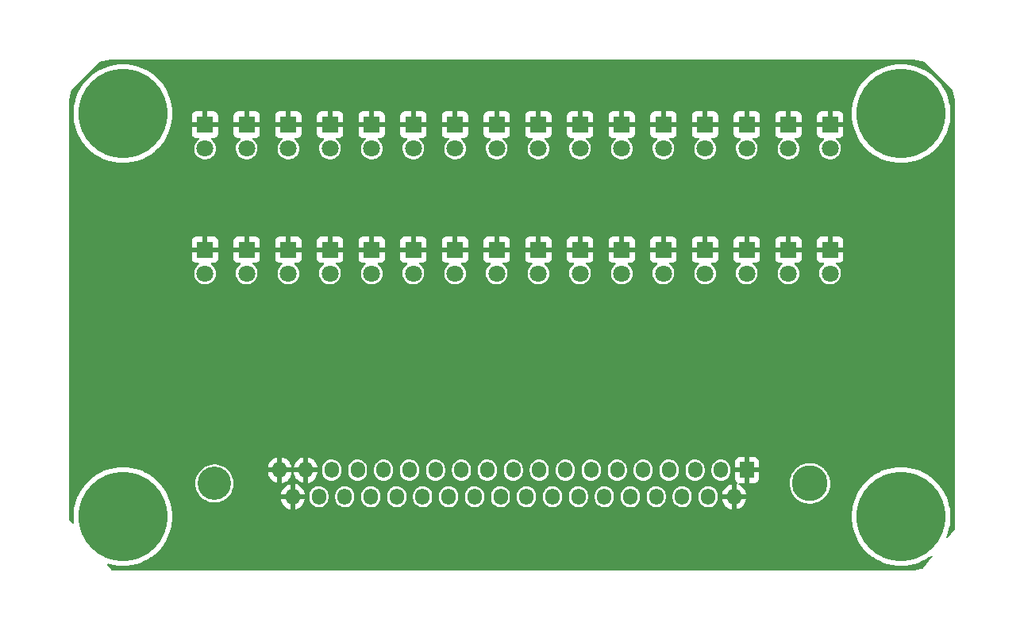
<source format=gbr>
%TF.GenerationSoftware,KiCad,Pcbnew,(6.0.1)*%
%TF.CreationDate,2022-06-22T13:59:59-04:00*%
%TF.ProjectId,LED32-DB37,4c454433-322d-4444-9233-372e6b696361,X1*%
%TF.SameCoordinates,Original*%
%TF.FileFunction,Copper,L2,Bot*%
%TF.FilePolarity,Positive*%
%FSLAX46Y46*%
G04 Gerber Fmt 4.6, Leading zero omitted, Abs format (unit mm)*
G04 Created by KiCad (PCBNEW (6.0.1)) date 2022-06-22 13:59:59*
%MOMM*%
%LPD*%
G01*
G04 APERTURE LIST*
%TA.AperFunction,ComponentPad*%
%ADD10R,1.520000X1.750000*%
%TD*%
%TA.AperFunction,ComponentPad*%
%ADD11O,1.520000X1.750000*%
%TD*%
%TA.AperFunction,ComponentPad*%
%ADD12C,3.556000*%
%TD*%
%TA.AperFunction,ComponentPad*%
%ADD13C,3.810000*%
%TD*%
%TA.AperFunction,ComponentPad*%
%ADD14R,1.800000X1.800000*%
%TD*%
%TA.AperFunction,ComponentPad*%
%ADD15C,1.800000*%
%TD*%
%TA.AperFunction,ComponentPad*%
%ADD16C,9.525000*%
%TD*%
G04 APERTURE END LIST*
D10*
%TO.P,J1,1,1*%
%TO.N,GND*%
X129563000Y-80048000D03*
D11*
%TO.P,J1,2,2*%
%TO.N,/RD0*%
X126793000Y-80048000D03*
%TO.P,J1,3,3*%
%TO.N,Net-(R30-Pad2)*%
X124023000Y-80048000D03*
%TO.P,J1,4,4*%
%TO.N,Net-(R28-Pad2)*%
X121253000Y-80048000D03*
%TO.P,J1,5,5*%
%TO.N,Net-(R26-Pad2)*%
X118493000Y-80048000D03*
%TO.P,J1,6,6*%
%TO.N,Net-(R24-Pad2)*%
X115723000Y-80048000D03*
%TO.P,J1,7,7*%
%TO.N,Net-(R22-Pad2)*%
X112953000Y-80048000D03*
%TO.P,J1,8,8*%
%TO.N,Net-(R20-Pad2)*%
X110183000Y-80048000D03*
%TO.P,J1,9,9*%
%TO.N,Net-(R18-Pad2)*%
X107413000Y-80048000D03*
%TO.P,J1,10,10*%
%TO.N,Net-(R16-Pad2)*%
X104643000Y-80048000D03*
%TO.P,J1,11,11*%
%TO.N,Net-(R14-Pad2)*%
X101873000Y-80048000D03*
%TO.P,J1,12,12*%
%TO.N,Net-(R12-Pad2)*%
X99113000Y-80048000D03*
%TO.P,J1,13,13*%
%TO.N,Net-(R10-Pad2)*%
X96343000Y-80048000D03*
%TO.P,J1,14,14*%
%TO.N,Net-(R8-Pad2)*%
X93573000Y-80048000D03*
%TO.P,J1,15,15*%
%TO.N,Net-(R6-Pad2)*%
X90803000Y-80048000D03*
%TO.P,J1,16,16*%
%TO.N,Net-(R4-Pad2)*%
X88033000Y-80048000D03*
%TO.P,J1,17,17*%
%TO.N,/RD15*%
X85263000Y-80048000D03*
%TO.P,J1,18,18*%
%TO.N,GND*%
X82493000Y-80048000D03*
%TO.P,J1,19,19*%
X79733000Y-80048000D03*
%TO.P,J1,20,20*%
X128193000Y-82888000D03*
%TO.P,J1,21,21*%
%TO.N,/RD16*%
X125423000Y-82888000D03*
%TO.P,J1,22,22*%
%TO.N,Net-(R29-Pad2)*%
X122653000Y-82888000D03*
%TO.P,J1,23,23*%
%TO.N,Net-(R27-Pad2)*%
X119883000Y-82888000D03*
%TO.P,J1,24,24*%
%TO.N,Net-(R25-Pad2)*%
X117113000Y-82888000D03*
%TO.P,J1,25,25*%
%TO.N,Net-(R23-Pad2)*%
X114353000Y-82888000D03*
%TO.P,J1,26,26*%
%TO.N,Net-(R21-Pad2)*%
X111583000Y-82888000D03*
%TO.P,J1,27,27*%
%TO.N,Net-(R19-Pad2)*%
X108813000Y-82888000D03*
%TO.P,J1,28,28*%
%TO.N,Net-(R17-Pad2)*%
X106043000Y-82888000D03*
%TO.P,J1,29,29*%
%TO.N,Net-(R15-Pad2)*%
X103273000Y-82888000D03*
%TO.P,J1,30,30*%
%TO.N,Net-(R13-Pad2)*%
X100503000Y-82888000D03*
%TO.P,J1,31,31*%
%TO.N,Net-(R11-Pad2)*%
X97733000Y-82888000D03*
%TO.P,J1,32,32*%
%TO.N,Net-(R9-Pad2)*%
X94973000Y-82888000D03*
%TO.P,J1,33,33*%
%TO.N,Net-(R7-Pad2)*%
X92203000Y-82888000D03*
%TO.P,J1,34,34*%
%TO.N,Net-(R5-Pad2)*%
X89433000Y-82888000D03*
%TO.P,J1,35,35*%
%TO.N,Net-(R3-Pad2)*%
X86663000Y-82888000D03*
%TO.P,J1,36,36*%
%TO.N,/RD31*%
X83893000Y-82888000D03*
%TO.P,J1,37,37*%
%TO.N,GND*%
X81123000Y-82888000D03*
D12*
%TO.P,J1,?*%
%TO.N,N/C*%
X72773000Y-81468000D03*
D13*
X136273000Y-81468000D03*
%TD*%
D14*
%TO.P,D23,1,K*%
%TO.N,GND*%
X107315000Y-43180000D03*
D15*
%TO.P,D23,2,A*%
%TO.N,Net-(D23-Pad2)*%
X107315000Y-45720000D03*
%TD*%
D14*
%TO.P,D7,1,K*%
%TO.N,GND*%
X107315000Y-56515000D03*
D15*
%TO.P,D7,2,A*%
%TO.N,Net-(D7-Pad2)*%
X107315000Y-59055000D03*
%TD*%
D14*
%TO.P,D22,1,K*%
%TO.N,GND*%
X111760000Y-43180000D03*
D15*
%TO.P,D22,2,A*%
%TO.N,Net-(D22-Pad2)*%
X111760000Y-45720000D03*
%TD*%
D14*
%TO.P,D6,1,K*%
%TO.N,GND*%
X111760000Y-56515000D03*
D15*
%TO.P,D6,2,A*%
%TO.N,Net-(D6-Pad2)*%
X111760000Y-59055000D03*
%TD*%
D14*
%TO.P,D21,1,K*%
%TO.N,GND*%
X116205000Y-43180000D03*
D15*
%TO.P,D21,2,A*%
%TO.N,Net-(D21-Pad2)*%
X116205000Y-45720000D03*
%TD*%
D14*
%TO.P,D5,1,K*%
%TO.N,GND*%
X116205000Y-56515000D03*
D15*
%TO.P,D5,2,A*%
%TO.N,Net-(D5-Pad2)*%
X116205000Y-59055000D03*
%TD*%
D14*
%TO.P,D20,1,K*%
%TO.N,GND*%
X120650000Y-43180000D03*
D15*
%TO.P,D20,2,A*%
%TO.N,Net-(D20-Pad2)*%
X120650000Y-45720000D03*
%TD*%
D14*
%TO.P,D4,1,K*%
%TO.N,GND*%
X120650000Y-56515000D03*
D15*
%TO.P,D4,2,A*%
%TO.N,Net-(D4-Pad2)*%
X120650000Y-59055000D03*
%TD*%
D14*
%TO.P,D19,1,K*%
%TO.N,GND*%
X125095000Y-43180000D03*
D15*
%TO.P,D19,2,A*%
%TO.N,Net-(D19-Pad2)*%
X125095000Y-45720000D03*
%TD*%
D14*
%TO.P,D3,1,K*%
%TO.N,GND*%
X125095000Y-56515000D03*
D15*
%TO.P,D3,2,A*%
%TO.N,Net-(D3-Pad2)*%
X125095000Y-59055000D03*
%TD*%
D14*
%TO.P,D18,1,K*%
%TO.N,GND*%
X129540000Y-43180000D03*
D15*
%TO.P,D18,2,A*%
%TO.N,Net-(D18-Pad2)*%
X129540000Y-45720000D03*
%TD*%
D14*
%TO.P,D2,1,K*%
%TO.N,GND*%
X129540000Y-56515000D03*
D15*
%TO.P,D2,2,A*%
%TO.N,Net-(D2-Pad2)*%
X129540000Y-59055000D03*
%TD*%
D14*
%TO.P,D17,1,K*%
%TO.N,GND*%
X133985000Y-43180000D03*
D15*
%TO.P,D17,2,A*%
%TO.N,Net-(D17-Pad2)*%
X133985000Y-45720000D03*
%TD*%
D14*
%TO.P,D1,1,K*%
%TO.N,GND*%
X133985000Y-56515000D03*
D15*
%TO.P,D1,2,A*%
%TO.N,Net-(D1-Pad2)*%
X133985000Y-59055000D03*
%TD*%
D14*
%TO.P,D16,1,K*%
%TO.N,GND*%
X138430000Y-43180000D03*
D15*
%TO.P,D16,2,A*%
%TO.N,Net-(D16-Pad2)*%
X138430000Y-45720000D03*
%TD*%
D14*
%TO.P,D0,1,K*%
%TO.N,GND*%
X138430000Y-56515000D03*
D15*
%TO.P,D0,2,A*%
%TO.N,Net-(D0-Pad2)*%
X138430000Y-59055000D03*
%TD*%
D14*
%TO.P,D31,1,K*%
%TO.N,GND*%
X71755000Y-43180000D03*
D15*
%TO.P,D31,2,A*%
%TO.N,Net-(D31-Pad2)*%
X71755000Y-45720000D03*
%TD*%
D14*
%TO.P,D15,1,K*%
%TO.N,GND*%
X71755000Y-56515000D03*
D15*
%TO.P,D15,2,A*%
%TO.N,Net-(D15-Pad2)*%
X71755000Y-59055000D03*
%TD*%
D14*
%TO.P,D30,1,K*%
%TO.N,GND*%
X76200000Y-43180000D03*
D15*
%TO.P,D30,2,A*%
%TO.N,Net-(D30-Pad2)*%
X76200000Y-45720000D03*
%TD*%
D14*
%TO.P,D14,1,K*%
%TO.N,GND*%
X76200000Y-56515000D03*
D15*
%TO.P,D14,2,A*%
%TO.N,Net-(D14-Pad2)*%
X76200000Y-59055000D03*
%TD*%
D14*
%TO.P,D29,1,K*%
%TO.N,GND*%
X80645000Y-43180000D03*
D15*
%TO.P,D29,2,A*%
%TO.N,Net-(D29-Pad2)*%
X80645000Y-45720000D03*
%TD*%
D14*
%TO.P,D13,1,K*%
%TO.N,GND*%
X80645000Y-56515000D03*
D15*
%TO.P,D13,2,A*%
%TO.N,Net-(D13-Pad2)*%
X80645000Y-59055000D03*
%TD*%
D14*
%TO.P,D28,1,K*%
%TO.N,GND*%
X85090000Y-43180000D03*
D15*
%TO.P,D28,2,A*%
%TO.N,Net-(D28-Pad2)*%
X85090000Y-45720000D03*
%TD*%
D14*
%TO.P,D12,1,K*%
%TO.N,GND*%
X85090000Y-56515000D03*
D15*
%TO.P,D12,2,A*%
%TO.N,Net-(D12-Pad2)*%
X85090000Y-59055000D03*
%TD*%
D14*
%TO.P,D27,1,K*%
%TO.N,GND*%
X89535000Y-43180000D03*
D15*
%TO.P,D27,2,A*%
%TO.N,Net-(D27-Pad2)*%
X89535000Y-45720000D03*
%TD*%
D14*
%TO.P,D11,1,K*%
%TO.N,GND*%
X89535000Y-56515000D03*
D15*
%TO.P,D11,2,A*%
%TO.N,Net-(D11-Pad2)*%
X89535000Y-59055000D03*
%TD*%
D14*
%TO.P,D26,1,K*%
%TO.N,GND*%
X93980000Y-43180000D03*
D15*
%TO.P,D26,2,A*%
%TO.N,Net-(D26-Pad2)*%
X93980000Y-45720000D03*
%TD*%
D14*
%TO.P,D10,1,K*%
%TO.N,GND*%
X93980000Y-56515000D03*
D15*
%TO.P,D10,2,A*%
%TO.N,Net-(D10-Pad2)*%
X93980000Y-59055000D03*
%TD*%
D14*
%TO.P,D25,1,K*%
%TO.N,GND*%
X98425000Y-43180000D03*
D15*
%TO.P,D25,2,A*%
%TO.N,Net-(D25-Pad2)*%
X98425000Y-45720000D03*
%TD*%
D14*
%TO.P,D9,1,K*%
%TO.N,GND*%
X98425000Y-56515000D03*
D15*
%TO.P,D9,2,A*%
%TO.N,Net-(D9-Pad2)*%
X98425000Y-59055000D03*
%TD*%
D14*
%TO.P,D24,1,K*%
%TO.N,GND*%
X102870000Y-43180000D03*
D15*
%TO.P,D24,2,A*%
%TO.N,Net-(D24-Pad2)*%
X102870000Y-45720000D03*
%TD*%
D14*
%TO.P,D8,1,K*%
%TO.N,GND*%
X102870000Y-56515000D03*
D15*
%TO.P,D8,2,A*%
%TO.N,Net-(D8-Pad2)*%
X102870000Y-59055000D03*
%TD*%
D16*
%TO.P,MTG1,1,1*%
%TO.N,unconnected-(MTG1-Pad1)*%
X63000000Y-42000000D03*
%TD*%
%TO.P,MTG2,1,1*%
%TO.N,unconnected-(MTG2-Pad1)*%
X146000000Y-42000000D03*
%TD*%
%TO.P,MTG3,1,1*%
%TO.N,unconnected-(MTG3-Pad1)*%
X63000000Y-85000000D03*
%TD*%
%TO.P,MTG4,1,1*%
%TO.N,unconnected-(MTG4-Pad1)*%
X146000000Y-85000000D03*
%TD*%
%TA.AperFunction,Conductor*%
%TO.N,GND*%
G36*
X146984701Y-36255933D02*
G01*
X147000000Y-36258976D01*
X147009719Y-36257043D01*
X147011481Y-36257043D01*
X147032630Y-36255425D01*
X147409265Y-36271869D01*
X147417986Y-36272632D01*
X147651307Y-36303349D01*
X147819779Y-36325529D01*
X147828422Y-36327053D01*
X147999959Y-36365082D01*
X148224073Y-36414767D01*
X148232529Y-36417032D01*
X148408096Y-36472388D01*
X148478517Y-36494592D01*
X148519401Y-36519401D01*
X151480599Y-39480599D01*
X151505408Y-39521483D01*
X151582968Y-39767471D01*
X151585236Y-39775937D01*
X151672947Y-40171578D01*
X151674471Y-40180221D01*
X151727367Y-40582003D01*
X151728131Y-40590735D01*
X151730134Y-40636607D01*
X151744575Y-40967370D01*
X151742957Y-40988519D01*
X151742957Y-40990281D01*
X151741024Y-41000000D01*
X151742957Y-41009718D01*
X151744067Y-41015299D01*
X151746000Y-41034924D01*
X151746000Y-85965076D01*
X151744067Y-85984701D01*
X151741024Y-86000000D01*
X151742957Y-86009719D01*
X151742957Y-86011481D01*
X151744575Y-86032630D01*
X151732770Y-86303018D01*
X151710821Y-86361474D01*
X150972594Y-87284257D01*
X150920653Y-87318429D01*
X150858545Y-87315544D01*
X150809996Y-87276704D01*
X150793547Y-87216745D01*
X150801097Y-87182915D01*
X150870882Y-87014439D01*
X150957839Y-86804506D01*
X151096246Y-86365535D01*
X151177283Y-86000000D01*
X151195389Y-85918330D01*
X151195391Y-85918321D01*
X151195867Y-85916172D01*
X151218825Y-85741795D01*
X151255658Y-85462018D01*
X151255659Y-85462012D01*
X151255945Y-85459836D01*
X151276022Y-85000000D01*
X151255945Y-84540164D01*
X151212192Y-84207826D01*
X151196156Y-84086020D01*
X151196154Y-84086011D01*
X151195867Y-84083828D01*
X151193957Y-84075210D01*
X151096721Y-83636607D01*
X151096720Y-83636604D01*
X151096246Y-83634465D01*
X150957839Y-83195494D01*
X150781700Y-82770257D01*
X150755792Y-82720487D01*
X150570180Y-82363931D01*
X150570179Y-82363930D01*
X150569169Y-82361989D01*
X150398201Y-82093623D01*
X150323050Y-81975659D01*
X150323045Y-81975653D01*
X150321864Y-81973798D01*
X150153255Y-81754062D01*
X150043018Y-81610398D01*
X150043012Y-81610391D01*
X150041667Y-81608638D01*
X149968703Y-81529011D01*
X149732200Y-81270914D01*
X149730711Y-81269289D01*
X149649556Y-81194924D01*
X149392996Y-80959830D01*
X149392992Y-80959827D01*
X149391362Y-80958333D01*
X149389609Y-80956988D01*
X149389602Y-80956982D01*
X149110351Y-80742706D01*
X149026202Y-80678136D01*
X149024347Y-80676955D01*
X149024341Y-80676950D01*
X148788319Y-80526588D01*
X148638011Y-80430831D01*
X148636069Y-80429820D01*
X148231699Y-80219318D01*
X148231695Y-80219316D01*
X148229743Y-80218300D01*
X147804506Y-80042161D01*
X147365535Y-79903754D01*
X147363396Y-79903280D01*
X147363393Y-79903279D01*
X146918330Y-79804611D01*
X146918321Y-79804609D01*
X146916172Y-79804133D01*
X146913989Y-79803846D01*
X146913980Y-79803844D01*
X146462018Y-79744342D01*
X146462012Y-79744341D01*
X146459836Y-79744055D01*
X146457641Y-79743959D01*
X146457639Y-79743959D01*
X146002199Y-79724074D01*
X146000000Y-79723978D01*
X145997801Y-79724074D01*
X145542361Y-79743959D01*
X145542359Y-79743959D01*
X145540164Y-79744055D01*
X145537988Y-79744341D01*
X145537982Y-79744342D01*
X145086020Y-79803844D01*
X145086011Y-79803846D01*
X145083828Y-79804133D01*
X145081679Y-79804609D01*
X145081670Y-79804611D01*
X144636607Y-79903279D01*
X144636604Y-79903280D01*
X144634465Y-79903754D01*
X144195494Y-80042161D01*
X143770257Y-80218300D01*
X143768305Y-80219316D01*
X143768301Y-80219318D01*
X143363931Y-80429820D01*
X143361989Y-80430831D01*
X143211681Y-80526588D01*
X142975659Y-80676950D01*
X142975653Y-80676955D01*
X142973798Y-80678136D01*
X142889649Y-80742706D01*
X142610398Y-80956982D01*
X142610391Y-80956988D01*
X142608638Y-80958333D01*
X142607008Y-80959827D01*
X142607004Y-80959830D01*
X142350444Y-81194924D01*
X142269289Y-81269289D01*
X142267800Y-81270914D01*
X142031298Y-81529011D01*
X141958333Y-81608638D01*
X141956988Y-81610391D01*
X141956982Y-81610398D01*
X141846745Y-81754062D01*
X141678136Y-81973798D01*
X141676955Y-81975653D01*
X141676950Y-81975659D01*
X141601799Y-82093623D01*
X141430831Y-82361989D01*
X141429821Y-82363930D01*
X141429820Y-82363931D01*
X141244209Y-82720487D01*
X141218300Y-82770257D01*
X141042161Y-83195494D01*
X140903754Y-83634465D01*
X140903280Y-83636604D01*
X140903279Y-83636607D01*
X140806044Y-84075210D01*
X140804133Y-84083828D01*
X140803846Y-84086011D01*
X140803844Y-84086020D01*
X140787808Y-84207826D01*
X140744055Y-84540164D01*
X140723978Y-85000000D01*
X140744055Y-85459836D01*
X140744341Y-85462012D01*
X140744342Y-85462018D01*
X140781176Y-85741795D01*
X140804133Y-85916172D01*
X140804609Y-85918321D01*
X140804611Y-85918330D01*
X140822717Y-86000000D01*
X140903754Y-86365535D01*
X141042161Y-86804506D01*
X141218300Y-87229743D01*
X141430831Y-87638011D01*
X141678136Y-88026202D01*
X141834973Y-88230596D01*
X141956982Y-88389602D01*
X141956988Y-88389609D01*
X141958333Y-88391362D01*
X142269289Y-88730711D01*
X142608638Y-89041667D01*
X142610391Y-89043012D01*
X142610398Y-89043018D01*
X142769404Y-89165027D01*
X142973798Y-89321864D01*
X142975653Y-89323045D01*
X142975659Y-89323050D01*
X143027269Y-89355929D01*
X143361989Y-89569169D01*
X143770257Y-89781700D01*
X144195494Y-89957839D01*
X144634465Y-90096246D01*
X144636604Y-90096720D01*
X144636607Y-90096721D01*
X145081670Y-90195389D01*
X145081679Y-90195391D01*
X145083828Y-90195867D01*
X145086011Y-90196154D01*
X145086020Y-90196156D01*
X145537982Y-90255658D01*
X145537988Y-90255659D01*
X145540164Y-90255945D01*
X145542359Y-90256041D01*
X145542361Y-90256041D01*
X145997801Y-90275926D01*
X146000000Y-90276022D01*
X146002199Y-90275926D01*
X146457639Y-90256041D01*
X146457641Y-90256041D01*
X146459836Y-90255945D01*
X146462012Y-90255659D01*
X146462018Y-90255658D01*
X146913980Y-90196156D01*
X146913989Y-90196154D01*
X146916172Y-90195867D01*
X146918321Y-90195391D01*
X146918330Y-90195389D01*
X147363393Y-90096721D01*
X147363396Y-90096720D01*
X147365535Y-90096246D01*
X147804506Y-89957839D01*
X148229743Y-89781700D01*
X148638011Y-89569169D01*
X148972731Y-89355929D01*
X149024341Y-89323050D01*
X149024347Y-89323045D01*
X149026202Y-89321864D01*
X149187767Y-89197891D01*
X149246375Y-89177136D01*
X149305989Y-89194795D01*
X149343838Y-89244121D01*
X149345465Y-89306274D01*
X149327563Y-89340546D01*
X148386846Y-90516442D01*
X148338543Y-90549542D01*
X148232523Y-90582970D01*
X148224073Y-90585233D01*
X148046024Y-90624706D01*
X147828422Y-90672947D01*
X147819779Y-90674471D01*
X147651307Y-90696651D01*
X147417986Y-90727368D01*
X147409265Y-90728131D01*
X147032630Y-90744575D01*
X147011481Y-90742957D01*
X147009719Y-90742957D01*
X147000000Y-90741024D01*
X146990282Y-90742957D01*
X146984701Y-90744067D01*
X146965076Y-90746000D01*
X62034924Y-90746000D01*
X62015299Y-90744067D01*
X62009718Y-90742957D01*
X62000000Y-90741024D01*
X61990281Y-90742957D01*
X61988519Y-90742957D01*
X61967370Y-90744575D01*
X61824768Y-90738349D01*
X61766531Y-90716575D01*
X61751873Y-90702248D01*
X61328305Y-90193966D01*
X61305210Y-90136240D01*
X61320456Y-90075964D01*
X61368219Y-90036161D01*
X61435838Y-90033619D01*
X61549751Y-90069536D01*
X61632377Y-90095588D01*
X61632384Y-90095590D01*
X61634465Y-90096246D01*
X61636604Y-90096720D01*
X61636607Y-90096721D01*
X62081670Y-90195389D01*
X62081679Y-90195391D01*
X62083828Y-90195867D01*
X62086011Y-90196154D01*
X62086020Y-90196156D01*
X62537982Y-90255658D01*
X62537988Y-90255659D01*
X62540164Y-90255945D01*
X62542359Y-90256041D01*
X62542361Y-90256041D01*
X62997801Y-90275926D01*
X63000000Y-90276022D01*
X63002199Y-90275926D01*
X63457639Y-90256041D01*
X63457641Y-90256041D01*
X63459836Y-90255945D01*
X63462012Y-90255659D01*
X63462018Y-90255658D01*
X63913980Y-90196156D01*
X63913989Y-90196154D01*
X63916172Y-90195867D01*
X63918321Y-90195391D01*
X63918330Y-90195389D01*
X64363393Y-90096721D01*
X64363396Y-90096720D01*
X64365535Y-90096246D01*
X64804506Y-89957839D01*
X65229743Y-89781700D01*
X65638011Y-89569169D01*
X65972731Y-89355929D01*
X66024341Y-89323050D01*
X66024347Y-89323045D01*
X66026202Y-89321864D01*
X66230596Y-89165027D01*
X66389602Y-89043018D01*
X66389609Y-89043012D01*
X66391362Y-89041667D01*
X66730711Y-88730711D01*
X67041667Y-88391362D01*
X67043012Y-88389609D01*
X67043018Y-88389602D01*
X67165027Y-88230596D01*
X67321864Y-88026202D01*
X67569169Y-87638011D01*
X67781700Y-87229743D01*
X67957839Y-86804506D01*
X68096246Y-86365535D01*
X68177283Y-86000000D01*
X68195389Y-85918330D01*
X68195391Y-85918321D01*
X68195867Y-85916172D01*
X68218825Y-85741795D01*
X68255658Y-85462018D01*
X68255659Y-85462012D01*
X68255945Y-85459836D01*
X68276022Y-85000000D01*
X68255945Y-84540164D01*
X68212192Y-84207826D01*
X68196156Y-84086020D01*
X68196154Y-84086011D01*
X68195867Y-84083828D01*
X68193957Y-84075210D01*
X68096721Y-83636607D01*
X68096720Y-83636604D01*
X68096246Y-83634465D01*
X67957839Y-83195494D01*
X67781700Y-82770257D01*
X67755792Y-82720487D01*
X67570180Y-82363931D01*
X67570179Y-82363930D01*
X67569169Y-82361989D01*
X67398201Y-82093623D01*
X67323050Y-81975659D01*
X67323045Y-81975653D01*
X67321864Y-81973798D01*
X67153255Y-81754062D01*
X67043018Y-81610398D01*
X67043012Y-81610391D01*
X67041667Y-81608638D01*
X66968703Y-81529011D01*
X66893247Y-81446666D01*
X70735863Y-81446666D01*
X70751815Y-81723335D01*
X70805169Y-81995279D01*
X70837698Y-82090288D01*
X70876992Y-82205057D01*
X70894935Y-82257466D01*
X70896472Y-82260522D01*
X70951061Y-82369059D01*
X71019454Y-82505044D01*
X71021393Y-82507865D01*
X71021394Y-82507867D01*
X71174482Y-82730612D01*
X71176421Y-82733433D01*
X71362932Y-82938405D01*
X71575535Y-83116169D01*
X71578440Y-83117992D01*
X71578441Y-83117992D01*
X71740483Y-83219641D01*
X71810296Y-83263435D01*
X71813413Y-83264842D01*
X71813416Y-83264844D01*
X72059751Y-83376068D01*
X72062872Y-83377477D01*
X72328588Y-83456185D01*
X72401010Y-83467267D01*
X72599133Y-83497585D01*
X72599138Y-83497585D01*
X72602527Y-83498104D01*
X72605952Y-83498158D01*
X72605954Y-83498158D01*
X72724068Y-83500013D01*
X72879621Y-83502457D01*
X72883025Y-83502045D01*
X72883027Y-83502045D01*
X72975154Y-83490896D01*
X73154742Y-83469164D01*
X73158047Y-83468297D01*
X73158052Y-83468296D01*
X73419488Y-83399709D01*
X73419489Y-83399709D01*
X73422800Y-83398840D01*
X73581710Y-83333018D01*
X73675671Y-83294098D01*
X73675674Y-83294096D01*
X73678833Y-83292788D01*
X73781538Y-83232772D01*
X73915158Y-83154691D01*
X73915163Y-83154687D01*
X73918104Y-83152969D01*
X73919170Y-83152133D01*
X79863184Y-83152133D01*
X79869598Y-83223993D01*
X79871178Y-83232772D01*
X79928541Y-83442457D01*
X79931650Y-83450815D01*
X80025238Y-83647026D01*
X80029784Y-83654714D01*
X80156637Y-83831249D01*
X80162469Y-83838004D01*
X80318574Y-83989281D01*
X80325520Y-83994907D01*
X80505947Y-84116149D01*
X80513767Y-84120448D01*
X80712821Y-84207826D01*
X80721287Y-84210675D01*
X80853505Y-84242418D01*
X80866412Y-84241402D01*
X80868594Y-84233666D01*
X81377000Y-84233666D01*
X81381188Y-84246556D01*
X81382894Y-84247795D01*
X81386522Y-84248147D01*
X81391974Y-84246989D01*
X81599752Y-84183068D01*
X81608024Y-84179692D01*
X81801195Y-84079989D01*
X81808725Y-84075210D01*
X81981196Y-83942870D01*
X81987762Y-83936832D01*
X82134063Y-83776048D01*
X82139466Y-83768929D01*
X82254980Y-83584786D01*
X82259036Y-83576825D01*
X82340115Y-83375134D01*
X82342695Y-83366588D01*
X82386477Y-83155176D01*
X82383755Y-83144798D01*
X82380816Y-83142392D01*
X82378730Y-83142000D01*
X81392933Y-83142000D01*
X81380043Y-83146188D01*
X81377000Y-83150377D01*
X81377000Y-84233666D01*
X80868594Y-84233666D01*
X80869000Y-84232225D01*
X80869000Y-83157933D01*
X80864812Y-83145043D01*
X80860623Y-83142000D01*
X79878213Y-83142000D01*
X79865323Y-83146188D01*
X79863586Y-83148579D01*
X79863184Y-83152133D01*
X73919170Y-83152133D01*
X74032967Y-83062905D01*
X74045514Y-83053067D01*
X82878500Y-83053067D01*
X82893005Y-83201004D01*
X82894427Y-83205714D01*
X82894428Y-83205719D01*
X82932410Y-83331520D01*
X82950509Y-83391467D01*
X82952819Y-83395812D01*
X82952821Y-83395816D01*
X83009524Y-83502457D01*
X83043913Y-83567132D01*
X83169657Y-83721310D01*
X83173443Y-83724442D01*
X83173445Y-83724444D01*
X83310716Y-83838004D01*
X83322954Y-83848128D01*
X83497963Y-83942756D01*
X83502663Y-83944211D01*
X83502668Y-83944213D01*
X83606098Y-83976229D01*
X83688019Y-84001588D01*
X83885883Y-84022384D01*
X83890784Y-84021938D01*
X83890787Y-84021938D01*
X84079119Y-84004798D01*
X84079120Y-84004798D01*
X84084018Y-84004352D01*
X84088737Y-84002963D01*
X84088738Y-84002963D01*
X84270158Y-83949569D01*
X84270159Y-83949568D01*
X84274877Y-83948180D01*
X84279232Y-83945903D01*
X84279235Y-83945902D01*
X84446826Y-83858287D01*
X84451191Y-83856005D01*
X84606243Y-83731340D01*
X84609409Y-83727567D01*
X84609413Y-83727563D01*
X84720967Y-83594617D01*
X84734128Y-83578932D01*
X84743005Y-83562786D01*
X84827603Y-83408902D01*
X84829975Y-83404588D01*
X84831799Y-83398840D01*
X84888643Y-83219641D01*
X84890132Y-83214947D01*
X84907500Y-83060114D01*
X84907500Y-83053067D01*
X85648500Y-83053067D01*
X85663005Y-83201004D01*
X85664427Y-83205714D01*
X85664428Y-83205719D01*
X85702410Y-83331520D01*
X85720509Y-83391467D01*
X85722819Y-83395812D01*
X85722821Y-83395816D01*
X85779524Y-83502457D01*
X85813913Y-83567132D01*
X85939657Y-83721310D01*
X85943443Y-83724442D01*
X85943445Y-83724444D01*
X86080716Y-83838004D01*
X86092954Y-83848128D01*
X86267963Y-83942756D01*
X86272663Y-83944211D01*
X86272668Y-83944213D01*
X86376098Y-83976229D01*
X86458019Y-84001588D01*
X86655883Y-84022384D01*
X86660784Y-84021938D01*
X86660787Y-84021938D01*
X86849119Y-84004798D01*
X86849120Y-84004798D01*
X86854018Y-84004352D01*
X86858737Y-84002963D01*
X86858738Y-84002963D01*
X87040158Y-83949569D01*
X87040159Y-83949568D01*
X87044877Y-83948180D01*
X87049232Y-83945903D01*
X87049235Y-83945902D01*
X87216826Y-83858287D01*
X87221191Y-83856005D01*
X87376243Y-83731340D01*
X87379409Y-83727567D01*
X87379413Y-83727563D01*
X87490967Y-83594617D01*
X87504128Y-83578932D01*
X87513005Y-83562786D01*
X87597603Y-83408902D01*
X87599975Y-83404588D01*
X87601799Y-83398840D01*
X87658643Y-83219641D01*
X87660132Y-83214947D01*
X87677500Y-83060114D01*
X87677500Y-83053067D01*
X88418500Y-83053067D01*
X88433005Y-83201004D01*
X88434427Y-83205714D01*
X88434428Y-83205719D01*
X88472410Y-83331520D01*
X88490509Y-83391467D01*
X88492819Y-83395812D01*
X88492821Y-83395816D01*
X88549524Y-83502457D01*
X88583913Y-83567132D01*
X88709657Y-83721310D01*
X88713443Y-83724442D01*
X88713445Y-83724444D01*
X88850716Y-83838004D01*
X88862954Y-83848128D01*
X89037963Y-83942756D01*
X89042663Y-83944211D01*
X89042668Y-83944213D01*
X89146098Y-83976229D01*
X89228019Y-84001588D01*
X89425883Y-84022384D01*
X89430784Y-84021938D01*
X89430787Y-84021938D01*
X89619119Y-84004798D01*
X89619120Y-84004798D01*
X89624018Y-84004352D01*
X89628737Y-84002963D01*
X89628738Y-84002963D01*
X89810158Y-83949569D01*
X89810159Y-83949568D01*
X89814877Y-83948180D01*
X89819232Y-83945903D01*
X89819235Y-83945902D01*
X89986826Y-83858287D01*
X89991191Y-83856005D01*
X90146243Y-83731340D01*
X90149409Y-83727567D01*
X90149413Y-83727563D01*
X90260967Y-83594617D01*
X90274128Y-83578932D01*
X90283005Y-83562786D01*
X90367603Y-83408902D01*
X90369975Y-83404588D01*
X90371799Y-83398840D01*
X90428643Y-83219641D01*
X90430132Y-83214947D01*
X90447500Y-83060114D01*
X90447500Y-83053067D01*
X91188500Y-83053067D01*
X91203005Y-83201004D01*
X91204427Y-83205714D01*
X91204428Y-83205719D01*
X91242410Y-83331520D01*
X91260509Y-83391467D01*
X91262819Y-83395812D01*
X91262821Y-83395816D01*
X91319524Y-83502457D01*
X91353913Y-83567132D01*
X91479657Y-83721310D01*
X91483443Y-83724442D01*
X91483445Y-83724444D01*
X91620716Y-83838004D01*
X91632954Y-83848128D01*
X91807963Y-83942756D01*
X91812663Y-83944211D01*
X91812668Y-83944213D01*
X91916098Y-83976229D01*
X91998019Y-84001588D01*
X92195883Y-84022384D01*
X92200784Y-84021938D01*
X92200787Y-84021938D01*
X92389119Y-84004798D01*
X92389120Y-84004798D01*
X92394018Y-84004352D01*
X92398737Y-84002963D01*
X92398738Y-84002963D01*
X92580158Y-83949569D01*
X92580159Y-83949568D01*
X92584877Y-83948180D01*
X92589232Y-83945903D01*
X92589235Y-83945902D01*
X92756826Y-83858287D01*
X92761191Y-83856005D01*
X92916243Y-83731340D01*
X92919409Y-83727567D01*
X92919413Y-83727563D01*
X93030967Y-83594617D01*
X93044128Y-83578932D01*
X93053005Y-83562786D01*
X93137603Y-83408902D01*
X93139975Y-83404588D01*
X93141799Y-83398840D01*
X93198643Y-83219641D01*
X93200132Y-83214947D01*
X93217500Y-83060114D01*
X93217500Y-83053067D01*
X93958500Y-83053067D01*
X93973005Y-83201004D01*
X93974427Y-83205714D01*
X93974428Y-83205719D01*
X94012410Y-83331520D01*
X94030509Y-83391467D01*
X94032819Y-83395812D01*
X94032821Y-83395816D01*
X94089524Y-83502457D01*
X94123913Y-83567132D01*
X94249657Y-83721310D01*
X94253443Y-83724442D01*
X94253445Y-83724444D01*
X94390716Y-83838004D01*
X94402954Y-83848128D01*
X94577963Y-83942756D01*
X94582663Y-83944211D01*
X94582668Y-83944213D01*
X94686098Y-83976229D01*
X94768019Y-84001588D01*
X94965883Y-84022384D01*
X94970784Y-84021938D01*
X94970787Y-84021938D01*
X95159119Y-84004798D01*
X95159120Y-84004798D01*
X95164018Y-84004352D01*
X95168737Y-84002963D01*
X95168738Y-84002963D01*
X95350158Y-83949569D01*
X95350159Y-83949568D01*
X95354877Y-83948180D01*
X95359232Y-83945903D01*
X95359235Y-83945902D01*
X95526826Y-83858287D01*
X95531191Y-83856005D01*
X95686243Y-83731340D01*
X95689409Y-83727567D01*
X95689413Y-83727563D01*
X95800967Y-83594617D01*
X95814128Y-83578932D01*
X95823005Y-83562786D01*
X95907603Y-83408902D01*
X95909975Y-83404588D01*
X95911799Y-83398840D01*
X95968643Y-83219641D01*
X95970132Y-83214947D01*
X95987500Y-83060114D01*
X95987500Y-83053067D01*
X96718500Y-83053067D01*
X96733005Y-83201004D01*
X96734427Y-83205714D01*
X96734428Y-83205719D01*
X96772410Y-83331520D01*
X96790509Y-83391467D01*
X96792819Y-83395812D01*
X96792821Y-83395816D01*
X96849524Y-83502457D01*
X96883913Y-83567132D01*
X97009657Y-83721310D01*
X97013443Y-83724442D01*
X97013445Y-83724444D01*
X97150716Y-83838004D01*
X97162954Y-83848128D01*
X97337963Y-83942756D01*
X97342663Y-83944211D01*
X97342668Y-83944213D01*
X97446098Y-83976229D01*
X97528019Y-84001588D01*
X97725883Y-84022384D01*
X97730784Y-84021938D01*
X97730787Y-84021938D01*
X97919119Y-84004798D01*
X97919120Y-84004798D01*
X97924018Y-84004352D01*
X97928737Y-84002963D01*
X97928738Y-84002963D01*
X98110158Y-83949569D01*
X98110159Y-83949568D01*
X98114877Y-83948180D01*
X98119232Y-83945903D01*
X98119235Y-83945902D01*
X98286826Y-83858287D01*
X98291191Y-83856005D01*
X98446243Y-83731340D01*
X98449409Y-83727567D01*
X98449413Y-83727563D01*
X98560967Y-83594617D01*
X98574128Y-83578932D01*
X98583005Y-83562786D01*
X98667603Y-83408902D01*
X98669975Y-83404588D01*
X98671799Y-83398840D01*
X98728643Y-83219641D01*
X98730132Y-83214947D01*
X98747500Y-83060114D01*
X98747500Y-83053067D01*
X99488500Y-83053067D01*
X99503005Y-83201004D01*
X99504427Y-83205714D01*
X99504428Y-83205719D01*
X99542410Y-83331520D01*
X99560509Y-83391467D01*
X99562819Y-83395812D01*
X99562821Y-83395816D01*
X99619524Y-83502457D01*
X99653913Y-83567132D01*
X99779657Y-83721310D01*
X99783443Y-83724442D01*
X99783445Y-83724444D01*
X99920716Y-83838004D01*
X99932954Y-83848128D01*
X100107963Y-83942756D01*
X100112663Y-83944211D01*
X100112668Y-83944213D01*
X100216098Y-83976229D01*
X100298019Y-84001588D01*
X100495883Y-84022384D01*
X100500784Y-84021938D01*
X100500787Y-84021938D01*
X100689119Y-84004798D01*
X100689120Y-84004798D01*
X100694018Y-84004352D01*
X100698737Y-84002963D01*
X100698738Y-84002963D01*
X100880158Y-83949569D01*
X100880159Y-83949568D01*
X100884877Y-83948180D01*
X100889232Y-83945903D01*
X100889235Y-83945902D01*
X101056826Y-83858287D01*
X101061191Y-83856005D01*
X101216243Y-83731340D01*
X101219409Y-83727567D01*
X101219413Y-83727563D01*
X101330967Y-83594617D01*
X101344128Y-83578932D01*
X101353005Y-83562786D01*
X101437603Y-83408902D01*
X101439975Y-83404588D01*
X101441799Y-83398840D01*
X101498643Y-83219641D01*
X101500132Y-83214947D01*
X101517500Y-83060114D01*
X101517500Y-83053067D01*
X102258500Y-83053067D01*
X102273005Y-83201004D01*
X102274427Y-83205714D01*
X102274428Y-83205719D01*
X102312410Y-83331520D01*
X102330509Y-83391467D01*
X102332819Y-83395812D01*
X102332821Y-83395816D01*
X102389524Y-83502457D01*
X102423913Y-83567132D01*
X102549657Y-83721310D01*
X102553443Y-83724442D01*
X102553445Y-83724444D01*
X102690716Y-83838004D01*
X102702954Y-83848128D01*
X102877963Y-83942756D01*
X102882663Y-83944211D01*
X102882668Y-83944213D01*
X102986098Y-83976229D01*
X103068019Y-84001588D01*
X103265883Y-84022384D01*
X103270784Y-84021938D01*
X103270787Y-84021938D01*
X103459119Y-84004798D01*
X103459120Y-84004798D01*
X103464018Y-84004352D01*
X103468737Y-84002963D01*
X103468738Y-84002963D01*
X103650158Y-83949569D01*
X103650159Y-83949568D01*
X103654877Y-83948180D01*
X103659232Y-83945903D01*
X103659235Y-83945902D01*
X103826826Y-83858287D01*
X103831191Y-83856005D01*
X103986243Y-83731340D01*
X103989409Y-83727567D01*
X103989413Y-83727563D01*
X104100967Y-83594617D01*
X104114128Y-83578932D01*
X104123005Y-83562786D01*
X104207603Y-83408902D01*
X104209975Y-83404588D01*
X104211799Y-83398840D01*
X104268643Y-83219641D01*
X104270132Y-83214947D01*
X104287500Y-83060114D01*
X104287500Y-83053067D01*
X105028500Y-83053067D01*
X105043005Y-83201004D01*
X105044427Y-83205714D01*
X105044428Y-83205719D01*
X105082410Y-83331520D01*
X105100509Y-83391467D01*
X105102819Y-83395812D01*
X105102821Y-83395816D01*
X105159524Y-83502457D01*
X105193913Y-83567132D01*
X105319657Y-83721310D01*
X105323443Y-83724442D01*
X105323445Y-83724444D01*
X105460716Y-83838004D01*
X105472954Y-83848128D01*
X105647963Y-83942756D01*
X105652663Y-83944211D01*
X105652668Y-83944213D01*
X105756098Y-83976229D01*
X105838019Y-84001588D01*
X106035883Y-84022384D01*
X106040784Y-84021938D01*
X106040787Y-84021938D01*
X106229119Y-84004798D01*
X106229120Y-84004798D01*
X106234018Y-84004352D01*
X106238737Y-84002963D01*
X106238738Y-84002963D01*
X106420158Y-83949569D01*
X106420159Y-83949568D01*
X106424877Y-83948180D01*
X106429232Y-83945903D01*
X106429235Y-83945902D01*
X106596826Y-83858287D01*
X106601191Y-83856005D01*
X106756243Y-83731340D01*
X106759409Y-83727567D01*
X106759413Y-83727563D01*
X106870967Y-83594617D01*
X106884128Y-83578932D01*
X106893005Y-83562786D01*
X106977603Y-83408902D01*
X106979975Y-83404588D01*
X106981799Y-83398840D01*
X107038643Y-83219641D01*
X107040132Y-83214947D01*
X107057500Y-83060114D01*
X107057500Y-83053067D01*
X107798500Y-83053067D01*
X107813005Y-83201004D01*
X107814427Y-83205714D01*
X107814428Y-83205719D01*
X107852410Y-83331520D01*
X107870509Y-83391467D01*
X107872819Y-83395812D01*
X107872821Y-83395816D01*
X107929524Y-83502457D01*
X107963913Y-83567132D01*
X108089657Y-83721310D01*
X108093443Y-83724442D01*
X108093445Y-83724444D01*
X108230716Y-83838004D01*
X108242954Y-83848128D01*
X108417963Y-83942756D01*
X108422663Y-83944211D01*
X108422668Y-83944213D01*
X108526098Y-83976229D01*
X108608019Y-84001588D01*
X108805883Y-84022384D01*
X108810784Y-84021938D01*
X108810787Y-84021938D01*
X108999119Y-84004798D01*
X108999120Y-84004798D01*
X109004018Y-84004352D01*
X109008737Y-84002963D01*
X109008738Y-84002963D01*
X109190158Y-83949569D01*
X109190159Y-83949568D01*
X109194877Y-83948180D01*
X109199232Y-83945903D01*
X109199235Y-83945902D01*
X109366826Y-83858287D01*
X109371191Y-83856005D01*
X109526243Y-83731340D01*
X109529409Y-83727567D01*
X109529413Y-83727563D01*
X109640967Y-83594617D01*
X109654128Y-83578932D01*
X109663005Y-83562786D01*
X109747603Y-83408902D01*
X109749975Y-83404588D01*
X109751799Y-83398840D01*
X109808643Y-83219641D01*
X109810132Y-83214947D01*
X109827500Y-83060114D01*
X109827500Y-83053067D01*
X110568500Y-83053067D01*
X110583005Y-83201004D01*
X110584427Y-83205714D01*
X110584428Y-83205719D01*
X110622410Y-83331520D01*
X110640509Y-83391467D01*
X110642819Y-83395812D01*
X110642821Y-83395816D01*
X110699524Y-83502457D01*
X110733913Y-83567132D01*
X110859657Y-83721310D01*
X110863443Y-83724442D01*
X110863445Y-83724444D01*
X111000716Y-83838004D01*
X111012954Y-83848128D01*
X111187963Y-83942756D01*
X111192663Y-83944211D01*
X111192668Y-83944213D01*
X111296098Y-83976229D01*
X111378019Y-84001588D01*
X111575883Y-84022384D01*
X111580784Y-84021938D01*
X111580787Y-84021938D01*
X111769119Y-84004798D01*
X111769120Y-84004798D01*
X111774018Y-84004352D01*
X111778737Y-84002963D01*
X111778738Y-84002963D01*
X111960158Y-83949569D01*
X111960159Y-83949568D01*
X111964877Y-83948180D01*
X111969232Y-83945903D01*
X111969235Y-83945902D01*
X112136826Y-83858287D01*
X112141191Y-83856005D01*
X112296243Y-83731340D01*
X112299409Y-83727567D01*
X112299413Y-83727563D01*
X112410967Y-83594617D01*
X112424128Y-83578932D01*
X112433005Y-83562786D01*
X112517603Y-83408902D01*
X112519975Y-83404588D01*
X112521799Y-83398840D01*
X112578643Y-83219641D01*
X112580132Y-83214947D01*
X112597500Y-83060114D01*
X112597500Y-83053067D01*
X113338500Y-83053067D01*
X113353005Y-83201004D01*
X113354427Y-83205714D01*
X113354428Y-83205719D01*
X113392410Y-83331520D01*
X113410509Y-83391467D01*
X113412819Y-83395812D01*
X113412821Y-83395816D01*
X113469524Y-83502457D01*
X113503913Y-83567132D01*
X113629657Y-83721310D01*
X113633443Y-83724442D01*
X113633445Y-83724444D01*
X113770716Y-83838004D01*
X113782954Y-83848128D01*
X113957963Y-83942756D01*
X113962663Y-83944211D01*
X113962668Y-83944213D01*
X114066098Y-83976229D01*
X114148019Y-84001588D01*
X114345883Y-84022384D01*
X114350784Y-84021938D01*
X114350787Y-84021938D01*
X114539119Y-84004798D01*
X114539120Y-84004798D01*
X114544018Y-84004352D01*
X114548737Y-84002963D01*
X114548738Y-84002963D01*
X114730158Y-83949569D01*
X114730159Y-83949568D01*
X114734877Y-83948180D01*
X114739232Y-83945903D01*
X114739235Y-83945902D01*
X114906826Y-83858287D01*
X114911191Y-83856005D01*
X115066243Y-83731340D01*
X115069409Y-83727567D01*
X115069413Y-83727563D01*
X115180967Y-83594617D01*
X115194128Y-83578932D01*
X115203005Y-83562786D01*
X115287603Y-83408902D01*
X115289975Y-83404588D01*
X115291799Y-83398840D01*
X115348643Y-83219641D01*
X115350132Y-83214947D01*
X115367500Y-83060114D01*
X115367500Y-83053067D01*
X116098500Y-83053067D01*
X116113005Y-83201004D01*
X116114427Y-83205714D01*
X116114428Y-83205719D01*
X116152410Y-83331520D01*
X116170509Y-83391467D01*
X116172819Y-83395812D01*
X116172821Y-83395816D01*
X116229524Y-83502457D01*
X116263913Y-83567132D01*
X116389657Y-83721310D01*
X116393443Y-83724442D01*
X116393445Y-83724444D01*
X116530716Y-83838004D01*
X116542954Y-83848128D01*
X116717963Y-83942756D01*
X116722663Y-83944211D01*
X116722668Y-83944213D01*
X116826098Y-83976229D01*
X116908019Y-84001588D01*
X117105883Y-84022384D01*
X117110784Y-84021938D01*
X117110787Y-84021938D01*
X117299119Y-84004798D01*
X117299120Y-84004798D01*
X117304018Y-84004352D01*
X117308737Y-84002963D01*
X117308738Y-84002963D01*
X117490158Y-83949569D01*
X117490159Y-83949568D01*
X117494877Y-83948180D01*
X117499232Y-83945903D01*
X117499235Y-83945902D01*
X117666826Y-83858287D01*
X117671191Y-83856005D01*
X117826243Y-83731340D01*
X117829409Y-83727567D01*
X117829413Y-83727563D01*
X117940967Y-83594617D01*
X117954128Y-83578932D01*
X117963005Y-83562786D01*
X118047603Y-83408902D01*
X118049975Y-83404588D01*
X118051799Y-83398840D01*
X118108643Y-83219641D01*
X118110132Y-83214947D01*
X118127500Y-83060114D01*
X118127500Y-83053067D01*
X118868500Y-83053067D01*
X118883005Y-83201004D01*
X118884427Y-83205714D01*
X118884428Y-83205719D01*
X118922410Y-83331520D01*
X118940509Y-83391467D01*
X118942819Y-83395812D01*
X118942821Y-83395816D01*
X118999524Y-83502457D01*
X119033913Y-83567132D01*
X119159657Y-83721310D01*
X119163443Y-83724442D01*
X119163445Y-83724444D01*
X119300716Y-83838004D01*
X119312954Y-83848128D01*
X119487963Y-83942756D01*
X119492663Y-83944211D01*
X119492668Y-83944213D01*
X119596098Y-83976229D01*
X119678019Y-84001588D01*
X119875883Y-84022384D01*
X119880784Y-84021938D01*
X119880787Y-84021938D01*
X120069119Y-84004798D01*
X120069120Y-84004798D01*
X120074018Y-84004352D01*
X120078737Y-84002963D01*
X120078738Y-84002963D01*
X120260158Y-83949569D01*
X120260159Y-83949568D01*
X120264877Y-83948180D01*
X120269232Y-83945903D01*
X120269235Y-83945902D01*
X120436826Y-83858287D01*
X120441191Y-83856005D01*
X120596243Y-83731340D01*
X120599409Y-83727567D01*
X120599413Y-83727563D01*
X120710967Y-83594617D01*
X120724128Y-83578932D01*
X120733005Y-83562786D01*
X120817603Y-83408902D01*
X120819975Y-83404588D01*
X120821799Y-83398840D01*
X120878643Y-83219641D01*
X120880132Y-83214947D01*
X120897500Y-83060114D01*
X120897500Y-83053067D01*
X121638500Y-83053067D01*
X121653005Y-83201004D01*
X121654427Y-83205714D01*
X121654428Y-83205719D01*
X121692410Y-83331520D01*
X121710509Y-83391467D01*
X121712819Y-83395812D01*
X121712821Y-83395816D01*
X121769524Y-83502457D01*
X121803913Y-83567132D01*
X121929657Y-83721310D01*
X121933443Y-83724442D01*
X121933445Y-83724444D01*
X122070716Y-83838004D01*
X122082954Y-83848128D01*
X122257963Y-83942756D01*
X122262663Y-83944211D01*
X122262668Y-83944213D01*
X122366098Y-83976229D01*
X122448019Y-84001588D01*
X122645883Y-84022384D01*
X122650784Y-84021938D01*
X122650787Y-84021938D01*
X122839119Y-84004798D01*
X122839120Y-84004798D01*
X122844018Y-84004352D01*
X122848737Y-84002963D01*
X122848738Y-84002963D01*
X123030158Y-83949569D01*
X123030159Y-83949568D01*
X123034877Y-83948180D01*
X123039232Y-83945903D01*
X123039235Y-83945902D01*
X123206826Y-83858287D01*
X123211191Y-83856005D01*
X123366243Y-83731340D01*
X123369409Y-83727567D01*
X123369413Y-83727563D01*
X123480967Y-83594617D01*
X123494128Y-83578932D01*
X123503005Y-83562786D01*
X123587603Y-83408902D01*
X123589975Y-83404588D01*
X123591799Y-83398840D01*
X123648643Y-83219641D01*
X123650132Y-83214947D01*
X123667500Y-83060114D01*
X123667500Y-83053067D01*
X124408500Y-83053067D01*
X124423005Y-83201004D01*
X124424427Y-83205714D01*
X124424428Y-83205719D01*
X124462410Y-83331520D01*
X124480509Y-83391467D01*
X124482819Y-83395812D01*
X124482821Y-83395816D01*
X124539524Y-83502457D01*
X124573913Y-83567132D01*
X124699657Y-83721310D01*
X124703443Y-83724442D01*
X124703445Y-83724444D01*
X124840716Y-83838004D01*
X124852954Y-83848128D01*
X125027963Y-83942756D01*
X125032663Y-83944211D01*
X125032668Y-83944213D01*
X125136098Y-83976229D01*
X125218019Y-84001588D01*
X125415883Y-84022384D01*
X125420784Y-84021938D01*
X125420787Y-84021938D01*
X125609119Y-84004798D01*
X125609120Y-84004798D01*
X125614018Y-84004352D01*
X125618737Y-84002963D01*
X125618738Y-84002963D01*
X125800158Y-83949569D01*
X125800159Y-83949568D01*
X125804877Y-83948180D01*
X125809232Y-83945903D01*
X125809235Y-83945902D01*
X125976826Y-83858287D01*
X125981191Y-83856005D01*
X126136243Y-83731340D01*
X126139409Y-83727567D01*
X126139413Y-83727563D01*
X126250967Y-83594617D01*
X126264128Y-83578932D01*
X126273005Y-83562786D01*
X126357603Y-83408902D01*
X126359975Y-83404588D01*
X126361799Y-83398840D01*
X126418643Y-83219641D01*
X126420132Y-83214947D01*
X126427178Y-83152133D01*
X126933184Y-83152133D01*
X126939598Y-83223993D01*
X126941178Y-83232772D01*
X126998541Y-83442457D01*
X127001650Y-83450815D01*
X127095238Y-83647026D01*
X127099784Y-83654714D01*
X127226637Y-83831249D01*
X127232469Y-83838004D01*
X127388574Y-83989281D01*
X127395520Y-83994907D01*
X127575947Y-84116149D01*
X127583767Y-84120448D01*
X127782821Y-84207826D01*
X127791287Y-84210675D01*
X127923505Y-84242418D01*
X127936412Y-84241402D01*
X127938594Y-84233666D01*
X128447000Y-84233666D01*
X128451188Y-84246556D01*
X128452894Y-84247795D01*
X128456522Y-84248147D01*
X128461974Y-84246989D01*
X128669752Y-84183068D01*
X128678024Y-84179692D01*
X128871195Y-84079989D01*
X128878725Y-84075210D01*
X129051196Y-83942870D01*
X129057762Y-83936832D01*
X129204063Y-83776048D01*
X129209466Y-83768929D01*
X129324980Y-83584786D01*
X129329036Y-83576825D01*
X129410115Y-83375134D01*
X129412695Y-83366588D01*
X129456477Y-83155176D01*
X129453755Y-83144798D01*
X129450816Y-83142392D01*
X129448730Y-83142000D01*
X128462933Y-83142000D01*
X128450043Y-83146188D01*
X128447000Y-83150377D01*
X128447000Y-84233666D01*
X127938594Y-84233666D01*
X127939000Y-84232225D01*
X127939000Y-83157933D01*
X127934812Y-83145043D01*
X127930623Y-83142000D01*
X126948213Y-83142000D01*
X126935323Y-83146188D01*
X126933586Y-83148579D01*
X126933184Y-83152133D01*
X126427178Y-83152133D01*
X126437500Y-83060114D01*
X126437500Y-82722933D01*
X126427488Y-82620824D01*
X126929523Y-82620824D01*
X126932245Y-82631202D01*
X126935184Y-82633608D01*
X126937270Y-82634000D01*
X127923067Y-82634000D01*
X127935957Y-82629812D01*
X127939000Y-82625623D01*
X127939000Y-81542334D01*
X127934812Y-81529444D01*
X127933106Y-81528205D01*
X127929478Y-81527853D01*
X127924026Y-81529011D01*
X127716248Y-81592932D01*
X127707976Y-81596308D01*
X127514805Y-81696011D01*
X127507275Y-81700790D01*
X127334804Y-81833130D01*
X127328238Y-81839168D01*
X127181937Y-81999952D01*
X127176534Y-82007071D01*
X127061020Y-82191214D01*
X127056964Y-82199175D01*
X126975885Y-82400866D01*
X126973305Y-82409412D01*
X126929523Y-82620824D01*
X126427488Y-82620824D01*
X126422995Y-82574996D01*
X126421573Y-82570286D01*
X126421572Y-82570281D01*
X126366914Y-82389247D01*
X126365491Y-82384533D01*
X126358515Y-82371412D01*
X126274398Y-82213214D01*
X126274397Y-82213213D01*
X126272087Y-82208868D01*
X126146343Y-82054690D01*
X126138785Y-82048437D01*
X125996831Y-81931003D01*
X125996830Y-81931002D01*
X125993046Y-81927872D01*
X125818037Y-81833244D01*
X125813337Y-81831789D01*
X125813332Y-81831787D01*
X125709902Y-81799771D01*
X125627981Y-81774412D01*
X125430117Y-81753616D01*
X125425216Y-81754062D01*
X125425213Y-81754062D01*
X125236881Y-81771202D01*
X125236880Y-81771202D01*
X125231982Y-81771648D01*
X125227263Y-81773037D01*
X125227262Y-81773037D01*
X125045842Y-81826431D01*
X125041123Y-81827820D01*
X125036768Y-81830097D01*
X125036765Y-81830098D01*
X125026264Y-81835588D01*
X124864809Y-81919995D01*
X124709757Y-82044660D01*
X124706591Y-82048433D01*
X124706587Y-82048437D01*
X124645460Y-82121286D01*
X124581872Y-82197068D01*
X124579500Y-82201382D01*
X124579499Y-82201384D01*
X124550448Y-82254228D01*
X124486025Y-82371412D01*
X124484537Y-82376102D01*
X124484536Y-82376105D01*
X124473971Y-82409412D01*
X124425868Y-82561053D01*
X124408500Y-82715886D01*
X124408500Y-83053067D01*
X123667500Y-83053067D01*
X123667500Y-82722933D01*
X123652995Y-82574996D01*
X123651573Y-82570286D01*
X123651572Y-82570281D01*
X123596914Y-82389247D01*
X123595491Y-82384533D01*
X123588515Y-82371412D01*
X123504398Y-82213214D01*
X123504397Y-82213213D01*
X123502087Y-82208868D01*
X123376343Y-82054690D01*
X123368785Y-82048437D01*
X123226831Y-81931003D01*
X123226830Y-81931002D01*
X123223046Y-81927872D01*
X123048037Y-81833244D01*
X123043337Y-81831789D01*
X123043332Y-81831787D01*
X122939902Y-81799771D01*
X122857981Y-81774412D01*
X122660117Y-81753616D01*
X122655216Y-81754062D01*
X122655213Y-81754062D01*
X122466881Y-81771202D01*
X122466880Y-81771202D01*
X122461982Y-81771648D01*
X122457263Y-81773037D01*
X122457262Y-81773037D01*
X122275842Y-81826431D01*
X122271123Y-81827820D01*
X122266768Y-81830097D01*
X122266765Y-81830098D01*
X122256264Y-81835588D01*
X122094809Y-81919995D01*
X121939757Y-82044660D01*
X121936591Y-82048433D01*
X121936587Y-82048437D01*
X121875460Y-82121286D01*
X121811872Y-82197068D01*
X121809500Y-82201382D01*
X121809499Y-82201384D01*
X121780448Y-82254228D01*
X121716025Y-82371412D01*
X121714537Y-82376102D01*
X121714536Y-82376105D01*
X121703971Y-82409412D01*
X121655868Y-82561053D01*
X121638500Y-82715886D01*
X121638500Y-83053067D01*
X120897500Y-83053067D01*
X120897500Y-82722933D01*
X120882995Y-82574996D01*
X120881573Y-82570286D01*
X120881572Y-82570281D01*
X120826914Y-82389247D01*
X120825491Y-82384533D01*
X120818515Y-82371412D01*
X120734398Y-82213214D01*
X120734397Y-82213213D01*
X120732087Y-82208868D01*
X120606343Y-82054690D01*
X120598785Y-82048437D01*
X120456831Y-81931003D01*
X120456830Y-81931002D01*
X120453046Y-81927872D01*
X120278037Y-81833244D01*
X120273337Y-81831789D01*
X120273332Y-81831787D01*
X120169902Y-81799771D01*
X120087981Y-81774412D01*
X119890117Y-81753616D01*
X119885216Y-81754062D01*
X119885213Y-81754062D01*
X119696881Y-81771202D01*
X119696880Y-81771202D01*
X119691982Y-81771648D01*
X119687263Y-81773037D01*
X119687262Y-81773037D01*
X119505842Y-81826431D01*
X119501123Y-81827820D01*
X119496768Y-81830097D01*
X119496765Y-81830098D01*
X119486264Y-81835588D01*
X119324809Y-81919995D01*
X119169757Y-82044660D01*
X119166591Y-82048433D01*
X119166587Y-82048437D01*
X119105460Y-82121286D01*
X119041872Y-82197068D01*
X119039500Y-82201382D01*
X119039499Y-82201384D01*
X119010448Y-82254228D01*
X118946025Y-82371412D01*
X118944537Y-82376102D01*
X118944536Y-82376105D01*
X118933971Y-82409412D01*
X118885868Y-82561053D01*
X118868500Y-82715886D01*
X118868500Y-83053067D01*
X118127500Y-83053067D01*
X118127500Y-82722933D01*
X118112995Y-82574996D01*
X118111573Y-82570286D01*
X118111572Y-82570281D01*
X118056914Y-82389247D01*
X118055491Y-82384533D01*
X118048515Y-82371412D01*
X117964398Y-82213214D01*
X117964397Y-82213213D01*
X117962087Y-82208868D01*
X117836343Y-82054690D01*
X117828785Y-82048437D01*
X117686831Y-81931003D01*
X117686830Y-81931002D01*
X117683046Y-81927872D01*
X117508037Y-81833244D01*
X117503337Y-81831789D01*
X117503332Y-81831787D01*
X117399902Y-81799771D01*
X117317981Y-81774412D01*
X117120117Y-81753616D01*
X117115216Y-81754062D01*
X117115213Y-81754062D01*
X116926881Y-81771202D01*
X116926880Y-81771202D01*
X116921982Y-81771648D01*
X116917263Y-81773037D01*
X116917262Y-81773037D01*
X116735842Y-81826431D01*
X116731123Y-81827820D01*
X116726768Y-81830097D01*
X116726765Y-81830098D01*
X116716264Y-81835588D01*
X116554809Y-81919995D01*
X116399757Y-82044660D01*
X116396591Y-82048433D01*
X116396587Y-82048437D01*
X116335460Y-82121286D01*
X116271872Y-82197068D01*
X116269500Y-82201382D01*
X116269499Y-82201384D01*
X116240448Y-82254228D01*
X116176025Y-82371412D01*
X116174537Y-82376102D01*
X116174536Y-82376105D01*
X116163971Y-82409412D01*
X116115868Y-82561053D01*
X116098500Y-82715886D01*
X116098500Y-83053067D01*
X115367500Y-83053067D01*
X115367500Y-82722933D01*
X115352995Y-82574996D01*
X115351573Y-82570286D01*
X115351572Y-82570281D01*
X115296914Y-82389247D01*
X115295491Y-82384533D01*
X115288515Y-82371412D01*
X115204398Y-82213214D01*
X115204397Y-82213213D01*
X115202087Y-82208868D01*
X115076343Y-82054690D01*
X115068785Y-82048437D01*
X114926831Y-81931003D01*
X114926830Y-81931002D01*
X114923046Y-81927872D01*
X114748037Y-81833244D01*
X114743337Y-81831789D01*
X114743332Y-81831787D01*
X114639902Y-81799771D01*
X114557981Y-81774412D01*
X114360117Y-81753616D01*
X114355216Y-81754062D01*
X114355213Y-81754062D01*
X114166881Y-81771202D01*
X114166880Y-81771202D01*
X114161982Y-81771648D01*
X114157263Y-81773037D01*
X114157262Y-81773037D01*
X113975842Y-81826431D01*
X113971123Y-81827820D01*
X113966768Y-81830097D01*
X113966765Y-81830098D01*
X113956264Y-81835588D01*
X113794809Y-81919995D01*
X113639757Y-82044660D01*
X113636591Y-82048433D01*
X113636587Y-82048437D01*
X113575460Y-82121286D01*
X113511872Y-82197068D01*
X113509500Y-82201382D01*
X113509499Y-82201384D01*
X113480448Y-82254228D01*
X113416025Y-82371412D01*
X113414537Y-82376102D01*
X113414536Y-82376105D01*
X113403971Y-82409412D01*
X113355868Y-82561053D01*
X113338500Y-82715886D01*
X113338500Y-83053067D01*
X112597500Y-83053067D01*
X112597500Y-82722933D01*
X112582995Y-82574996D01*
X112581573Y-82570286D01*
X112581572Y-82570281D01*
X112526914Y-82389247D01*
X112525491Y-82384533D01*
X112518515Y-82371412D01*
X112434398Y-82213214D01*
X112434397Y-82213213D01*
X112432087Y-82208868D01*
X112306343Y-82054690D01*
X112298785Y-82048437D01*
X112156831Y-81931003D01*
X112156830Y-81931002D01*
X112153046Y-81927872D01*
X111978037Y-81833244D01*
X111973337Y-81831789D01*
X111973332Y-81831787D01*
X111869902Y-81799771D01*
X111787981Y-81774412D01*
X111590117Y-81753616D01*
X111585216Y-81754062D01*
X111585213Y-81754062D01*
X111396881Y-81771202D01*
X111396880Y-81771202D01*
X111391982Y-81771648D01*
X111387263Y-81773037D01*
X111387262Y-81773037D01*
X111205842Y-81826431D01*
X111201123Y-81827820D01*
X111196768Y-81830097D01*
X111196765Y-81830098D01*
X111186264Y-81835588D01*
X111024809Y-81919995D01*
X110869757Y-82044660D01*
X110866591Y-82048433D01*
X110866587Y-82048437D01*
X110805460Y-82121286D01*
X110741872Y-82197068D01*
X110739500Y-82201382D01*
X110739499Y-82201384D01*
X110710448Y-82254228D01*
X110646025Y-82371412D01*
X110644537Y-82376102D01*
X110644536Y-82376105D01*
X110633971Y-82409412D01*
X110585868Y-82561053D01*
X110568500Y-82715886D01*
X110568500Y-83053067D01*
X109827500Y-83053067D01*
X109827500Y-82722933D01*
X109812995Y-82574996D01*
X109811573Y-82570286D01*
X109811572Y-82570281D01*
X109756914Y-82389247D01*
X109755491Y-82384533D01*
X109748515Y-82371412D01*
X109664398Y-82213214D01*
X109664397Y-82213213D01*
X109662087Y-82208868D01*
X109536343Y-82054690D01*
X109528785Y-82048437D01*
X109386831Y-81931003D01*
X109386830Y-81931002D01*
X109383046Y-81927872D01*
X109208037Y-81833244D01*
X109203337Y-81831789D01*
X109203332Y-81831787D01*
X109099902Y-81799771D01*
X109017981Y-81774412D01*
X108820117Y-81753616D01*
X108815216Y-81754062D01*
X108815213Y-81754062D01*
X108626881Y-81771202D01*
X108626880Y-81771202D01*
X108621982Y-81771648D01*
X108617263Y-81773037D01*
X108617262Y-81773037D01*
X108435842Y-81826431D01*
X108431123Y-81827820D01*
X108426768Y-81830097D01*
X108426765Y-81830098D01*
X108416264Y-81835588D01*
X108254809Y-81919995D01*
X108099757Y-82044660D01*
X108096591Y-82048433D01*
X108096587Y-82048437D01*
X108035460Y-82121286D01*
X107971872Y-82197068D01*
X107969500Y-82201382D01*
X107969499Y-82201384D01*
X107940448Y-82254228D01*
X107876025Y-82371412D01*
X107874537Y-82376102D01*
X107874536Y-82376105D01*
X107863971Y-82409412D01*
X107815868Y-82561053D01*
X107798500Y-82715886D01*
X107798500Y-83053067D01*
X107057500Y-83053067D01*
X107057500Y-82722933D01*
X107042995Y-82574996D01*
X107041573Y-82570286D01*
X107041572Y-82570281D01*
X106986914Y-82389247D01*
X106985491Y-82384533D01*
X106978515Y-82371412D01*
X106894398Y-82213214D01*
X106894397Y-82213213D01*
X106892087Y-82208868D01*
X106766343Y-82054690D01*
X106758785Y-82048437D01*
X106616831Y-81931003D01*
X106616830Y-81931002D01*
X106613046Y-81927872D01*
X106438037Y-81833244D01*
X106433337Y-81831789D01*
X106433332Y-81831787D01*
X106329902Y-81799771D01*
X106247981Y-81774412D01*
X106050117Y-81753616D01*
X106045216Y-81754062D01*
X106045213Y-81754062D01*
X105856881Y-81771202D01*
X105856880Y-81771202D01*
X105851982Y-81771648D01*
X105847263Y-81773037D01*
X105847262Y-81773037D01*
X105665842Y-81826431D01*
X105661123Y-81827820D01*
X105656768Y-81830097D01*
X105656765Y-81830098D01*
X105646264Y-81835588D01*
X105484809Y-81919995D01*
X105329757Y-82044660D01*
X105326591Y-82048433D01*
X105326587Y-82048437D01*
X105265460Y-82121286D01*
X105201872Y-82197068D01*
X105199500Y-82201382D01*
X105199499Y-82201384D01*
X105170448Y-82254228D01*
X105106025Y-82371412D01*
X105104537Y-82376102D01*
X105104536Y-82376105D01*
X105093971Y-82409412D01*
X105045868Y-82561053D01*
X105028500Y-82715886D01*
X105028500Y-83053067D01*
X104287500Y-83053067D01*
X104287500Y-82722933D01*
X104272995Y-82574996D01*
X104271573Y-82570286D01*
X104271572Y-82570281D01*
X104216914Y-82389247D01*
X104215491Y-82384533D01*
X104208515Y-82371412D01*
X104124398Y-82213214D01*
X104124397Y-82213213D01*
X104122087Y-82208868D01*
X103996343Y-82054690D01*
X103988785Y-82048437D01*
X103846831Y-81931003D01*
X103846830Y-81931002D01*
X103843046Y-81927872D01*
X103668037Y-81833244D01*
X103663337Y-81831789D01*
X103663332Y-81831787D01*
X103559902Y-81799771D01*
X103477981Y-81774412D01*
X103280117Y-81753616D01*
X103275216Y-81754062D01*
X103275213Y-81754062D01*
X103086881Y-81771202D01*
X103086880Y-81771202D01*
X103081982Y-81771648D01*
X103077263Y-81773037D01*
X103077262Y-81773037D01*
X102895842Y-81826431D01*
X102891123Y-81827820D01*
X102886768Y-81830097D01*
X102886765Y-81830098D01*
X102876264Y-81835588D01*
X102714809Y-81919995D01*
X102559757Y-82044660D01*
X102556591Y-82048433D01*
X102556587Y-82048437D01*
X102495460Y-82121286D01*
X102431872Y-82197068D01*
X102429500Y-82201382D01*
X102429499Y-82201384D01*
X102400448Y-82254228D01*
X102336025Y-82371412D01*
X102334537Y-82376102D01*
X102334536Y-82376105D01*
X102323971Y-82409412D01*
X102275868Y-82561053D01*
X102258500Y-82715886D01*
X102258500Y-83053067D01*
X101517500Y-83053067D01*
X101517500Y-82722933D01*
X101502995Y-82574996D01*
X101501573Y-82570286D01*
X101501572Y-82570281D01*
X101446914Y-82389247D01*
X101445491Y-82384533D01*
X101438515Y-82371412D01*
X101354398Y-82213214D01*
X101354397Y-82213213D01*
X101352087Y-82208868D01*
X101226343Y-82054690D01*
X101218785Y-82048437D01*
X101076831Y-81931003D01*
X101076830Y-81931002D01*
X101073046Y-81927872D01*
X100898037Y-81833244D01*
X100893337Y-81831789D01*
X100893332Y-81831787D01*
X100789902Y-81799771D01*
X100707981Y-81774412D01*
X100510117Y-81753616D01*
X100505216Y-81754062D01*
X100505213Y-81754062D01*
X100316881Y-81771202D01*
X100316880Y-81771202D01*
X100311982Y-81771648D01*
X100307263Y-81773037D01*
X100307262Y-81773037D01*
X100125842Y-81826431D01*
X100121123Y-81827820D01*
X100116768Y-81830097D01*
X100116765Y-81830098D01*
X100106264Y-81835588D01*
X99944809Y-81919995D01*
X99789757Y-82044660D01*
X99786591Y-82048433D01*
X99786587Y-82048437D01*
X99725460Y-82121286D01*
X99661872Y-82197068D01*
X99659500Y-82201382D01*
X99659499Y-82201384D01*
X99630448Y-82254228D01*
X99566025Y-82371412D01*
X99564537Y-82376102D01*
X99564536Y-82376105D01*
X99553971Y-82409412D01*
X99505868Y-82561053D01*
X99488500Y-82715886D01*
X99488500Y-83053067D01*
X98747500Y-83053067D01*
X98747500Y-82722933D01*
X98732995Y-82574996D01*
X98731573Y-82570286D01*
X98731572Y-82570281D01*
X98676914Y-82389247D01*
X98675491Y-82384533D01*
X98668515Y-82371412D01*
X98584398Y-82213214D01*
X98584397Y-82213213D01*
X98582087Y-82208868D01*
X98456343Y-82054690D01*
X98448785Y-82048437D01*
X98306831Y-81931003D01*
X98306830Y-81931002D01*
X98303046Y-81927872D01*
X98128037Y-81833244D01*
X98123337Y-81831789D01*
X98123332Y-81831787D01*
X98019902Y-81799771D01*
X97937981Y-81774412D01*
X97740117Y-81753616D01*
X97735216Y-81754062D01*
X97735213Y-81754062D01*
X97546881Y-81771202D01*
X97546880Y-81771202D01*
X97541982Y-81771648D01*
X97537263Y-81773037D01*
X97537262Y-81773037D01*
X97355842Y-81826431D01*
X97351123Y-81827820D01*
X97346768Y-81830097D01*
X97346765Y-81830098D01*
X97336264Y-81835588D01*
X97174809Y-81919995D01*
X97019757Y-82044660D01*
X97016591Y-82048433D01*
X97016587Y-82048437D01*
X96955460Y-82121286D01*
X96891872Y-82197068D01*
X96889500Y-82201382D01*
X96889499Y-82201384D01*
X96860448Y-82254228D01*
X96796025Y-82371412D01*
X96794537Y-82376102D01*
X96794536Y-82376105D01*
X96783971Y-82409412D01*
X96735868Y-82561053D01*
X96718500Y-82715886D01*
X96718500Y-83053067D01*
X95987500Y-83053067D01*
X95987500Y-82722933D01*
X95972995Y-82574996D01*
X95971573Y-82570286D01*
X95971572Y-82570281D01*
X95916914Y-82389247D01*
X95915491Y-82384533D01*
X95908515Y-82371412D01*
X95824398Y-82213214D01*
X95824397Y-82213213D01*
X95822087Y-82208868D01*
X95696343Y-82054690D01*
X95688785Y-82048437D01*
X95546831Y-81931003D01*
X95546830Y-81931002D01*
X95543046Y-81927872D01*
X95368037Y-81833244D01*
X95363337Y-81831789D01*
X95363332Y-81831787D01*
X95259902Y-81799771D01*
X95177981Y-81774412D01*
X94980117Y-81753616D01*
X94975216Y-81754062D01*
X94975213Y-81754062D01*
X94786881Y-81771202D01*
X94786880Y-81771202D01*
X94781982Y-81771648D01*
X94777263Y-81773037D01*
X94777262Y-81773037D01*
X94595842Y-81826431D01*
X94591123Y-81827820D01*
X94586768Y-81830097D01*
X94586765Y-81830098D01*
X94576264Y-81835588D01*
X94414809Y-81919995D01*
X94259757Y-82044660D01*
X94256591Y-82048433D01*
X94256587Y-82048437D01*
X94195460Y-82121286D01*
X94131872Y-82197068D01*
X94129500Y-82201382D01*
X94129499Y-82201384D01*
X94100448Y-82254228D01*
X94036025Y-82371412D01*
X94034537Y-82376102D01*
X94034536Y-82376105D01*
X94023971Y-82409412D01*
X93975868Y-82561053D01*
X93958500Y-82715886D01*
X93958500Y-83053067D01*
X93217500Y-83053067D01*
X93217500Y-82722933D01*
X93202995Y-82574996D01*
X93201573Y-82570286D01*
X93201572Y-82570281D01*
X93146914Y-82389247D01*
X93145491Y-82384533D01*
X93138515Y-82371412D01*
X93054398Y-82213214D01*
X93054397Y-82213213D01*
X93052087Y-82208868D01*
X92926343Y-82054690D01*
X92918785Y-82048437D01*
X92776831Y-81931003D01*
X92776830Y-81931002D01*
X92773046Y-81927872D01*
X92598037Y-81833244D01*
X92593337Y-81831789D01*
X92593332Y-81831787D01*
X92489902Y-81799771D01*
X92407981Y-81774412D01*
X92210117Y-81753616D01*
X92205216Y-81754062D01*
X92205213Y-81754062D01*
X92016881Y-81771202D01*
X92016880Y-81771202D01*
X92011982Y-81771648D01*
X92007263Y-81773037D01*
X92007262Y-81773037D01*
X91825842Y-81826431D01*
X91821123Y-81827820D01*
X91816768Y-81830097D01*
X91816765Y-81830098D01*
X91806264Y-81835588D01*
X91644809Y-81919995D01*
X91489757Y-82044660D01*
X91486591Y-82048433D01*
X91486587Y-82048437D01*
X91425460Y-82121286D01*
X91361872Y-82197068D01*
X91359500Y-82201382D01*
X91359499Y-82201384D01*
X91330448Y-82254228D01*
X91266025Y-82371412D01*
X91264537Y-82376102D01*
X91264536Y-82376105D01*
X91253971Y-82409412D01*
X91205868Y-82561053D01*
X91188500Y-82715886D01*
X91188500Y-83053067D01*
X90447500Y-83053067D01*
X90447500Y-82722933D01*
X90432995Y-82574996D01*
X90431573Y-82570286D01*
X90431572Y-82570281D01*
X90376914Y-82389247D01*
X90375491Y-82384533D01*
X90368515Y-82371412D01*
X90284398Y-82213214D01*
X90284397Y-82213213D01*
X90282087Y-82208868D01*
X90156343Y-82054690D01*
X90148785Y-82048437D01*
X90006831Y-81931003D01*
X90006830Y-81931002D01*
X90003046Y-81927872D01*
X89828037Y-81833244D01*
X89823337Y-81831789D01*
X89823332Y-81831787D01*
X89719902Y-81799771D01*
X89637981Y-81774412D01*
X89440117Y-81753616D01*
X89435216Y-81754062D01*
X89435213Y-81754062D01*
X89246881Y-81771202D01*
X89246880Y-81771202D01*
X89241982Y-81771648D01*
X89237263Y-81773037D01*
X89237262Y-81773037D01*
X89055842Y-81826431D01*
X89051123Y-81827820D01*
X89046768Y-81830097D01*
X89046765Y-81830098D01*
X89036264Y-81835588D01*
X88874809Y-81919995D01*
X88719757Y-82044660D01*
X88716591Y-82048433D01*
X88716587Y-82048437D01*
X88655460Y-82121286D01*
X88591872Y-82197068D01*
X88589500Y-82201382D01*
X88589499Y-82201384D01*
X88560448Y-82254228D01*
X88496025Y-82371412D01*
X88494537Y-82376102D01*
X88494536Y-82376105D01*
X88483971Y-82409412D01*
X88435868Y-82561053D01*
X88418500Y-82715886D01*
X88418500Y-83053067D01*
X87677500Y-83053067D01*
X87677500Y-82722933D01*
X87662995Y-82574996D01*
X87661573Y-82570286D01*
X87661572Y-82570281D01*
X87606914Y-82389247D01*
X87605491Y-82384533D01*
X87598515Y-82371412D01*
X87514398Y-82213214D01*
X87514397Y-82213213D01*
X87512087Y-82208868D01*
X87386343Y-82054690D01*
X87378785Y-82048437D01*
X87236831Y-81931003D01*
X87236830Y-81931002D01*
X87233046Y-81927872D01*
X87058037Y-81833244D01*
X87053337Y-81831789D01*
X87053332Y-81831787D01*
X86949902Y-81799771D01*
X86867981Y-81774412D01*
X86670117Y-81753616D01*
X86665216Y-81754062D01*
X86665213Y-81754062D01*
X86476881Y-81771202D01*
X86476880Y-81771202D01*
X86471982Y-81771648D01*
X86467263Y-81773037D01*
X86467262Y-81773037D01*
X86285842Y-81826431D01*
X86281123Y-81827820D01*
X86276768Y-81830097D01*
X86276765Y-81830098D01*
X86266264Y-81835588D01*
X86104809Y-81919995D01*
X85949757Y-82044660D01*
X85946591Y-82048433D01*
X85946587Y-82048437D01*
X85885460Y-82121286D01*
X85821872Y-82197068D01*
X85819500Y-82201382D01*
X85819499Y-82201384D01*
X85790448Y-82254228D01*
X85726025Y-82371412D01*
X85724537Y-82376102D01*
X85724536Y-82376105D01*
X85713971Y-82409412D01*
X85665868Y-82561053D01*
X85648500Y-82715886D01*
X85648500Y-83053067D01*
X84907500Y-83053067D01*
X84907500Y-82722933D01*
X84892995Y-82574996D01*
X84891573Y-82570286D01*
X84891572Y-82570281D01*
X84836914Y-82389247D01*
X84835491Y-82384533D01*
X84828515Y-82371412D01*
X84744398Y-82213214D01*
X84744397Y-82213213D01*
X84742087Y-82208868D01*
X84616343Y-82054690D01*
X84608785Y-82048437D01*
X84466831Y-81931003D01*
X84466830Y-81931002D01*
X84463046Y-81927872D01*
X84288037Y-81833244D01*
X84283337Y-81831789D01*
X84283332Y-81831787D01*
X84179902Y-81799771D01*
X84097981Y-81774412D01*
X83900117Y-81753616D01*
X83895216Y-81754062D01*
X83895213Y-81754062D01*
X83706881Y-81771202D01*
X83706880Y-81771202D01*
X83701982Y-81771648D01*
X83697263Y-81773037D01*
X83697262Y-81773037D01*
X83515842Y-81826431D01*
X83511123Y-81827820D01*
X83506768Y-81830097D01*
X83506765Y-81830098D01*
X83496264Y-81835588D01*
X83334809Y-81919995D01*
X83179757Y-82044660D01*
X83176591Y-82048433D01*
X83176587Y-82048437D01*
X83115460Y-82121286D01*
X83051872Y-82197068D01*
X83049500Y-82201382D01*
X83049499Y-82201384D01*
X83020448Y-82254228D01*
X82956025Y-82371412D01*
X82954537Y-82376102D01*
X82954536Y-82376105D01*
X82943971Y-82409412D01*
X82895868Y-82561053D01*
X82878500Y-82715886D01*
X82878500Y-83053067D01*
X74045514Y-83053067D01*
X74133494Y-82984082D01*
X74133496Y-82984080D01*
X74136186Y-82981971D01*
X74329043Y-82782958D01*
X74448142Y-82620824D01*
X79859523Y-82620824D01*
X79862245Y-82631202D01*
X79865184Y-82633608D01*
X79867270Y-82634000D01*
X80853067Y-82634000D01*
X80865957Y-82629812D01*
X80869000Y-82625623D01*
X80869000Y-82618067D01*
X81377000Y-82618067D01*
X81381188Y-82630957D01*
X81385377Y-82634000D01*
X82367787Y-82634000D01*
X82380677Y-82629812D01*
X82382414Y-82627421D01*
X82382816Y-82623867D01*
X82376402Y-82552007D01*
X82374822Y-82543228D01*
X82317459Y-82333543D01*
X82314350Y-82325185D01*
X82220762Y-82128974D01*
X82216216Y-82121286D01*
X82089363Y-81944751D01*
X82083531Y-81937996D01*
X81927426Y-81786719D01*
X81920480Y-81781093D01*
X81740053Y-81659851D01*
X81732233Y-81655552D01*
X81533179Y-81568174D01*
X81524713Y-81565325D01*
X81392495Y-81533582D01*
X81379588Y-81534598D01*
X81377000Y-81543775D01*
X81377000Y-82618067D01*
X80869000Y-82618067D01*
X80869000Y-81542334D01*
X80864812Y-81529444D01*
X80863106Y-81528205D01*
X80859478Y-81527853D01*
X80854026Y-81529011D01*
X80646248Y-81592932D01*
X80637976Y-81596308D01*
X80444805Y-81696011D01*
X80437275Y-81700790D01*
X80264804Y-81833130D01*
X80258238Y-81839168D01*
X80111937Y-81999952D01*
X80106534Y-82007071D01*
X79991020Y-82191214D01*
X79986964Y-82199175D01*
X79905885Y-82400866D01*
X79903305Y-82409412D01*
X79859523Y-82620824D01*
X74448142Y-82620824D01*
X74493106Y-82559613D01*
X74574658Y-82409412D01*
X74623708Y-82319074D01*
X74623709Y-82319073D01*
X74625340Y-82316068D01*
X74626548Y-82312872D01*
X74722090Y-82060028D01*
X74722092Y-82060022D01*
X74723298Y-82056830D01*
X74736652Y-81998526D01*
X74774840Y-81831787D01*
X74785167Y-81786696D01*
X74788073Y-81754131D01*
X74809627Y-81512630D01*
X74809627Y-81512621D01*
X74809802Y-81510665D01*
X74810249Y-81468000D01*
X74791400Y-81191514D01*
X74759839Y-81039112D01*
X74735898Y-80923502D01*
X74735897Y-80923497D01*
X74735202Y-80920143D01*
X74642695Y-80658911D01*
X74515590Y-80412650D01*
X74444945Y-80312133D01*
X78473184Y-80312133D01*
X78479598Y-80383993D01*
X78481178Y-80392772D01*
X78538541Y-80602457D01*
X78541650Y-80610815D01*
X78635238Y-80807026D01*
X78639784Y-80814714D01*
X78766637Y-80991249D01*
X78772469Y-80998004D01*
X78928574Y-81149281D01*
X78935520Y-81154907D01*
X79115947Y-81276149D01*
X79123767Y-81280448D01*
X79322821Y-81367826D01*
X79331287Y-81370675D01*
X79463505Y-81402418D01*
X79476412Y-81401402D01*
X79478594Y-81393666D01*
X79987000Y-81393666D01*
X79991188Y-81406556D01*
X79992894Y-81407795D01*
X79996522Y-81408147D01*
X80001974Y-81406989D01*
X80209752Y-81343068D01*
X80218024Y-81339692D01*
X80411195Y-81239989D01*
X80418725Y-81235210D01*
X80591196Y-81102870D01*
X80597762Y-81096832D01*
X80744063Y-80936048D01*
X80749466Y-80928929D01*
X80864980Y-80744786D01*
X80869036Y-80736825D01*
X80950115Y-80535134D01*
X80952695Y-80526588D01*
X80996477Y-80315176D01*
X80995679Y-80312133D01*
X81233184Y-80312133D01*
X81239598Y-80383993D01*
X81241178Y-80392772D01*
X81298541Y-80602457D01*
X81301650Y-80610815D01*
X81395238Y-80807026D01*
X81399784Y-80814714D01*
X81526637Y-80991249D01*
X81532469Y-80998004D01*
X81688574Y-81149281D01*
X81695520Y-81154907D01*
X81875947Y-81276149D01*
X81883767Y-81280448D01*
X82082821Y-81367826D01*
X82091287Y-81370675D01*
X82223505Y-81402418D01*
X82236412Y-81401402D01*
X82238594Y-81393666D01*
X82747000Y-81393666D01*
X82751188Y-81406556D01*
X82752894Y-81407795D01*
X82756522Y-81408147D01*
X82761974Y-81406989D01*
X82969752Y-81343068D01*
X82978024Y-81339692D01*
X83171195Y-81239989D01*
X83178725Y-81235210D01*
X83351196Y-81102870D01*
X83357762Y-81096832D01*
X83504063Y-80936048D01*
X83509466Y-80928929D01*
X83624980Y-80744786D01*
X83629036Y-80736825D01*
X83710115Y-80535134D01*
X83712695Y-80526588D01*
X83756477Y-80315176D01*
X83753755Y-80304798D01*
X83750816Y-80302392D01*
X83748730Y-80302000D01*
X82762933Y-80302000D01*
X82750043Y-80306188D01*
X82747000Y-80310377D01*
X82747000Y-81393666D01*
X82238594Y-81393666D01*
X82239000Y-81392225D01*
X82239000Y-80317933D01*
X82234812Y-80305043D01*
X82230623Y-80302000D01*
X81248213Y-80302000D01*
X81235323Y-80306188D01*
X81233586Y-80308579D01*
X81233184Y-80312133D01*
X80995679Y-80312133D01*
X80993755Y-80304798D01*
X80990816Y-80302392D01*
X80988730Y-80302000D01*
X80002933Y-80302000D01*
X79990043Y-80306188D01*
X79987000Y-80310377D01*
X79987000Y-81393666D01*
X79478594Y-81393666D01*
X79479000Y-81392225D01*
X79479000Y-80317933D01*
X79474812Y-80305043D01*
X79470623Y-80302000D01*
X78488213Y-80302000D01*
X78475323Y-80306188D01*
X78473586Y-80308579D01*
X78473184Y-80312133D01*
X74444945Y-80312133D01*
X74375321Y-80213067D01*
X84248500Y-80213067D01*
X84263005Y-80361004D01*
X84264427Y-80365714D01*
X84264428Y-80365719D01*
X84284087Y-80430831D01*
X84320509Y-80551467D01*
X84322819Y-80555812D01*
X84322821Y-80555816D01*
X84379352Y-80662133D01*
X84413913Y-80727132D01*
X84539657Y-80881310D01*
X84543443Y-80884442D01*
X84543445Y-80884444D01*
X84680716Y-80998004D01*
X84692954Y-81008128D01*
X84867963Y-81102756D01*
X84872663Y-81104211D01*
X84872668Y-81104213D01*
X84976098Y-81136229D01*
X85058019Y-81161588D01*
X85255883Y-81182384D01*
X85260784Y-81181938D01*
X85260787Y-81181938D01*
X85449119Y-81164798D01*
X85449120Y-81164798D01*
X85454018Y-81164352D01*
X85458737Y-81162963D01*
X85458738Y-81162963D01*
X85640158Y-81109569D01*
X85640159Y-81109568D01*
X85644877Y-81108180D01*
X85649232Y-81105903D01*
X85649235Y-81105902D01*
X85816826Y-81018287D01*
X85821191Y-81016005D01*
X85976243Y-80891340D01*
X85979409Y-80887567D01*
X85979413Y-80887563D01*
X86100961Y-80742706D01*
X86104128Y-80738932D01*
X86113005Y-80722786D01*
X86187324Y-80587600D01*
X86199975Y-80564588D01*
X86209319Y-80535134D01*
X86258643Y-80379641D01*
X86260132Y-80374947D01*
X86277500Y-80220114D01*
X86277500Y-80213067D01*
X87018500Y-80213067D01*
X87033005Y-80361004D01*
X87034427Y-80365714D01*
X87034428Y-80365719D01*
X87054087Y-80430831D01*
X87090509Y-80551467D01*
X87092819Y-80555812D01*
X87092821Y-80555816D01*
X87149352Y-80662133D01*
X87183913Y-80727132D01*
X87309657Y-80881310D01*
X87313443Y-80884442D01*
X87313445Y-80884444D01*
X87450716Y-80998004D01*
X87462954Y-81008128D01*
X87637963Y-81102756D01*
X87642663Y-81104211D01*
X87642668Y-81104213D01*
X87746098Y-81136229D01*
X87828019Y-81161588D01*
X88025883Y-81182384D01*
X88030784Y-81181938D01*
X88030787Y-81181938D01*
X88219119Y-81164798D01*
X88219120Y-81164798D01*
X88224018Y-81164352D01*
X88228737Y-81162963D01*
X88228738Y-81162963D01*
X88410158Y-81109569D01*
X88410159Y-81109568D01*
X88414877Y-81108180D01*
X88419232Y-81105903D01*
X88419235Y-81105902D01*
X88586826Y-81018287D01*
X88591191Y-81016005D01*
X88746243Y-80891340D01*
X88749409Y-80887567D01*
X88749413Y-80887563D01*
X88870961Y-80742706D01*
X88874128Y-80738932D01*
X88883005Y-80722786D01*
X88957324Y-80587600D01*
X88969975Y-80564588D01*
X88979319Y-80535134D01*
X89028643Y-80379641D01*
X89030132Y-80374947D01*
X89047500Y-80220114D01*
X89047500Y-80213067D01*
X89788500Y-80213067D01*
X89803005Y-80361004D01*
X89804427Y-80365714D01*
X89804428Y-80365719D01*
X89824087Y-80430831D01*
X89860509Y-80551467D01*
X89862819Y-80555812D01*
X89862821Y-80555816D01*
X89919352Y-80662133D01*
X89953913Y-80727132D01*
X90079657Y-80881310D01*
X90083443Y-80884442D01*
X90083445Y-80884444D01*
X90220716Y-80998004D01*
X90232954Y-81008128D01*
X90407963Y-81102756D01*
X90412663Y-81104211D01*
X90412668Y-81104213D01*
X90516098Y-81136229D01*
X90598019Y-81161588D01*
X90795883Y-81182384D01*
X90800784Y-81181938D01*
X90800787Y-81181938D01*
X90989119Y-81164798D01*
X90989120Y-81164798D01*
X90994018Y-81164352D01*
X90998737Y-81162963D01*
X90998738Y-81162963D01*
X91180158Y-81109569D01*
X91180159Y-81109568D01*
X91184877Y-81108180D01*
X91189232Y-81105903D01*
X91189235Y-81105902D01*
X91356826Y-81018287D01*
X91361191Y-81016005D01*
X91516243Y-80891340D01*
X91519409Y-80887567D01*
X91519413Y-80887563D01*
X91640961Y-80742706D01*
X91644128Y-80738932D01*
X91653005Y-80722786D01*
X91727324Y-80587600D01*
X91739975Y-80564588D01*
X91749319Y-80535134D01*
X91798643Y-80379641D01*
X91800132Y-80374947D01*
X91817500Y-80220114D01*
X91817500Y-80213067D01*
X92558500Y-80213067D01*
X92573005Y-80361004D01*
X92574427Y-80365714D01*
X92574428Y-80365719D01*
X92594087Y-80430831D01*
X92630509Y-80551467D01*
X92632819Y-80555812D01*
X92632821Y-80555816D01*
X92689352Y-80662133D01*
X92723913Y-80727132D01*
X92849657Y-80881310D01*
X92853443Y-80884442D01*
X92853445Y-80884444D01*
X92990716Y-80998004D01*
X93002954Y-81008128D01*
X93177963Y-81102756D01*
X93182663Y-81104211D01*
X93182668Y-81104213D01*
X93286098Y-81136229D01*
X93368019Y-81161588D01*
X93565883Y-81182384D01*
X93570784Y-81181938D01*
X93570787Y-81181938D01*
X93759119Y-81164798D01*
X93759120Y-81164798D01*
X93764018Y-81164352D01*
X93768737Y-81162963D01*
X93768738Y-81162963D01*
X93950158Y-81109569D01*
X93950159Y-81109568D01*
X93954877Y-81108180D01*
X93959232Y-81105903D01*
X93959235Y-81105902D01*
X94126826Y-81018287D01*
X94131191Y-81016005D01*
X94286243Y-80891340D01*
X94289409Y-80887567D01*
X94289413Y-80887563D01*
X94410961Y-80742706D01*
X94414128Y-80738932D01*
X94423005Y-80722786D01*
X94497324Y-80587600D01*
X94509975Y-80564588D01*
X94519319Y-80535134D01*
X94568643Y-80379641D01*
X94570132Y-80374947D01*
X94587500Y-80220114D01*
X94587500Y-80213067D01*
X95328500Y-80213067D01*
X95343005Y-80361004D01*
X95344427Y-80365714D01*
X95344428Y-80365719D01*
X95364087Y-80430831D01*
X95400509Y-80551467D01*
X95402819Y-80555812D01*
X95402821Y-80555816D01*
X95459352Y-80662133D01*
X95493913Y-80727132D01*
X95619657Y-80881310D01*
X95623443Y-80884442D01*
X95623445Y-80884444D01*
X95760716Y-80998004D01*
X95772954Y-81008128D01*
X95947963Y-81102756D01*
X95952663Y-81104211D01*
X95952668Y-81104213D01*
X96056098Y-81136229D01*
X96138019Y-81161588D01*
X96335883Y-81182384D01*
X96340784Y-81181938D01*
X96340787Y-81181938D01*
X96529119Y-81164798D01*
X96529120Y-81164798D01*
X96534018Y-81164352D01*
X96538737Y-81162963D01*
X96538738Y-81162963D01*
X96720158Y-81109569D01*
X96720159Y-81109568D01*
X96724877Y-81108180D01*
X96729232Y-81105903D01*
X96729235Y-81105902D01*
X96896826Y-81018287D01*
X96901191Y-81016005D01*
X97056243Y-80891340D01*
X97059409Y-80887567D01*
X97059413Y-80887563D01*
X97180961Y-80742706D01*
X97184128Y-80738932D01*
X97193005Y-80722786D01*
X97267324Y-80587600D01*
X97279975Y-80564588D01*
X97289319Y-80535134D01*
X97338643Y-80379641D01*
X97340132Y-80374947D01*
X97357500Y-80220114D01*
X97357500Y-80213067D01*
X98098500Y-80213067D01*
X98113005Y-80361004D01*
X98114427Y-80365714D01*
X98114428Y-80365719D01*
X98134087Y-80430831D01*
X98170509Y-80551467D01*
X98172819Y-80555812D01*
X98172821Y-80555816D01*
X98229352Y-80662133D01*
X98263913Y-80727132D01*
X98389657Y-80881310D01*
X98393443Y-80884442D01*
X98393445Y-80884444D01*
X98530716Y-80998004D01*
X98542954Y-81008128D01*
X98717963Y-81102756D01*
X98722663Y-81104211D01*
X98722668Y-81104213D01*
X98826098Y-81136229D01*
X98908019Y-81161588D01*
X99105883Y-81182384D01*
X99110784Y-81181938D01*
X99110787Y-81181938D01*
X99299119Y-81164798D01*
X99299120Y-81164798D01*
X99304018Y-81164352D01*
X99308737Y-81162963D01*
X99308738Y-81162963D01*
X99490158Y-81109569D01*
X99490159Y-81109568D01*
X99494877Y-81108180D01*
X99499232Y-81105903D01*
X99499235Y-81105902D01*
X99666826Y-81018287D01*
X99671191Y-81016005D01*
X99826243Y-80891340D01*
X99829409Y-80887567D01*
X99829413Y-80887563D01*
X99950961Y-80742706D01*
X99954128Y-80738932D01*
X99963005Y-80722786D01*
X100037324Y-80587600D01*
X100049975Y-80564588D01*
X100059319Y-80535134D01*
X100108643Y-80379641D01*
X100110132Y-80374947D01*
X100127500Y-80220114D01*
X100127500Y-80213067D01*
X100858500Y-80213067D01*
X100873005Y-80361004D01*
X100874427Y-80365714D01*
X100874428Y-80365719D01*
X100894087Y-80430831D01*
X100930509Y-80551467D01*
X100932819Y-80555812D01*
X100932821Y-80555816D01*
X100989352Y-80662133D01*
X101023913Y-80727132D01*
X101149657Y-80881310D01*
X101153443Y-80884442D01*
X101153445Y-80884444D01*
X101290716Y-80998004D01*
X101302954Y-81008128D01*
X101477963Y-81102756D01*
X101482663Y-81104211D01*
X101482668Y-81104213D01*
X101586098Y-81136229D01*
X101668019Y-81161588D01*
X101865883Y-81182384D01*
X101870784Y-81181938D01*
X101870787Y-81181938D01*
X102059119Y-81164798D01*
X102059120Y-81164798D01*
X102064018Y-81164352D01*
X102068737Y-81162963D01*
X102068738Y-81162963D01*
X102250158Y-81109569D01*
X102250159Y-81109568D01*
X102254877Y-81108180D01*
X102259232Y-81105903D01*
X102259235Y-81105902D01*
X102426826Y-81018287D01*
X102431191Y-81016005D01*
X102586243Y-80891340D01*
X102589409Y-80887567D01*
X102589413Y-80887563D01*
X102710961Y-80742706D01*
X102714128Y-80738932D01*
X102723005Y-80722786D01*
X102797324Y-80587600D01*
X102809975Y-80564588D01*
X102819319Y-80535134D01*
X102868643Y-80379641D01*
X102870132Y-80374947D01*
X102887500Y-80220114D01*
X102887500Y-80213067D01*
X103628500Y-80213067D01*
X103643005Y-80361004D01*
X103644427Y-80365714D01*
X103644428Y-80365719D01*
X103664087Y-80430831D01*
X103700509Y-80551467D01*
X103702819Y-80555812D01*
X103702821Y-80555816D01*
X103759352Y-80662133D01*
X103793913Y-80727132D01*
X103919657Y-80881310D01*
X103923443Y-80884442D01*
X103923445Y-80884444D01*
X104060716Y-80998004D01*
X104072954Y-81008128D01*
X104247963Y-81102756D01*
X104252663Y-81104211D01*
X104252668Y-81104213D01*
X104356098Y-81136229D01*
X104438019Y-81161588D01*
X104635883Y-81182384D01*
X104640784Y-81181938D01*
X104640787Y-81181938D01*
X104829119Y-81164798D01*
X104829120Y-81164798D01*
X104834018Y-81164352D01*
X104838737Y-81162963D01*
X104838738Y-81162963D01*
X105020158Y-81109569D01*
X105020159Y-81109568D01*
X105024877Y-81108180D01*
X105029232Y-81105903D01*
X105029235Y-81105902D01*
X105196826Y-81018287D01*
X105201191Y-81016005D01*
X105356243Y-80891340D01*
X105359409Y-80887567D01*
X105359413Y-80887563D01*
X105480961Y-80742706D01*
X105484128Y-80738932D01*
X105493005Y-80722786D01*
X105567324Y-80587600D01*
X105579975Y-80564588D01*
X105589319Y-80535134D01*
X105638643Y-80379641D01*
X105640132Y-80374947D01*
X105657500Y-80220114D01*
X105657500Y-80213067D01*
X106398500Y-80213067D01*
X106413005Y-80361004D01*
X106414427Y-80365714D01*
X106414428Y-80365719D01*
X106434087Y-80430831D01*
X106470509Y-80551467D01*
X106472819Y-80555812D01*
X106472821Y-80555816D01*
X106529352Y-80662133D01*
X106563913Y-80727132D01*
X106689657Y-80881310D01*
X106693443Y-80884442D01*
X106693445Y-80884444D01*
X106830716Y-80998004D01*
X106842954Y-81008128D01*
X107017963Y-81102756D01*
X107022663Y-81104211D01*
X107022668Y-81104213D01*
X107126098Y-81136229D01*
X107208019Y-81161588D01*
X107405883Y-81182384D01*
X107410784Y-81181938D01*
X107410787Y-81181938D01*
X107599119Y-81164798D01*
X107599120Y-81164798D01*
X107604018Y-81164352D01*
X107608737Y-81162963D01*
X107608738Y-81162963D01*
X107790158Y-81109569D01*
X107790159Y-81109568D01*
X107794877Y-81108180D01*
X107799232Y-81105903D01*
X107799235Y-81105902D01*
X107966826Y-81018287D01*
X107971191Y-81016005D01*
X108126243Y-80891340D01*
X108129409Y-80887567D01*
X108129413Y-80887563D01*
X108250961Y-80742706D01*
X108254128Y-80738932D01*
X108263005Y-80722786D01*
X108337324Y-80587600D01*
X108349975Y-80564588D01*
X108359319Y-80535134D01*
X108408643Y-80379641D01*
X108410132Y-80374947D01*
X108427500Y-80220114D01*
X108427500Y-80213067D01*
X109168500Y-80213067D01*
X109183005Y-80361004D01*
X109184427Y-80365714D01*
X109184428Y-80365719D01*
X109204087Y-80430831D01*
X109240509Y-80551467D01*
X109242819Y-80555812D01*
X109242821Y-80555816D01*
X109299352Y-80662133D01*
X109333913Y-80727132D01*
X109459657Y-80881310D01*
X109463443Y-80884442D01*
X109463445Y-80884444D01*
X109600716Y-80998004D01*
X109612954Y-81008128D01*
X109787963Y-81102756D01*
X109792663Y-81104211D01*
X109792668Y-81104213D01*
X109896098Y-81136229D01*
X109978019Y-81161588D01*
X110175883Y-81182384D01*
X110180784Y-81181938D01*
X110180787Y-81181938D01*
X110369119Y-81164798D01*
X110369120Y-81164798D01*
X110374018Y-81164352D01*
X110378737Y-81162963D01*
X110378738Y-81162963D01*
X110560158Y-81109569D01*
X110560159Y-81109568D01*
X110564877Y-81108180D01*
X110569232Y-81105903D01*
X110569235Y-81105902D01*
X110736826Y-81018287D01*
X110741191Y-81016005D01*
X110896243Y-80891340D01*
X110899409Y-80887567D01*
X110899413Y-80887563D01*
X111020961Y-80742706D01*
X111024128Y-80738932D01*
X111033005Y-80722786D01*
X111107324Y-80587600D01*
X111119975Y-80564588D01*
X111129319Y-80535134D01*
X111178643Y-80379641D01*
X111180132Y-80374947D01*
X111197500Y-80220114D01*
X111197500Y-80213067D01*
X111938500Y-80213067D01*
X111953005Y-80361004D01*
X111954427Y-80365714D01*
X111954428Y-80365719D01*
X111974087Y-80430831D01*
X112010509Y-80551467D01*
X112012819Y-80555812D01*
X112012821Y-80555816D01*
X112069352Y-80662133D01*
X112103913Y-80727132D01*
X112229657Y-80881310D01*
X112233443Y-80884442D01*
X112233445Y-80884444D01*
X112370716Y-80998004D01*
X112382954Y-81008128D01*
X112557963Y-81102756D01*
X112562663Y-81104211D01*
X112562668Y-81104213D01*
X112666098Y-81136229D01*
X112748019Y-81161588D01*
X112945883Y-81182384D01*
X112950784Y-81181938D01*
X112950787Y-81181938D01*
X113139119Y-81164798D01*
X113139120Y-81164798D01*
X113144018Y-81164352D01*
X113148737Y-81162963D01*
X113148738Y-81162963D01*
X113330158Y-81109569D01*
X113330159Y-81109568D01*
X113334877Y-81108180D01*
X113339232Y-81105903D01*
X113339235Y-81105902D01*
X113506826Y-81018287D01*
X113511191Y-81016005D01*
X113666243Y-80891340D01*
X113669409Y-80887567D01*
X113669413Y-80887563D01*
X113790961Y-80742706D01*
X113794128Y-80738932D01*
X113803005Y-80722786D01*
X113877324Y-80587600D01*
X113889975Y-80564588D01*
X113899319Y-80535134D01*
X113948643Y-80379641D01*
X113950132Y-80374947D01*
X113967500Y-80220114D01*
X113967500Y-80213067D01*
X114708500Y-80213067D01*
X114723005Y-80361004D01*
X114724427Y-80365714D01*
X114724428Y-80365719D01*
X114744087Y-80430831D01*
X114780509Y-80551467D01*
X114782819Y-80555812D01*
X114782821Y-80555816D01*
X114839352Y-80662133D01*
X114873913Y-80727132D01*
X114999657Y-80881310D01*
X115003443Y-80884442D01*
X115003445Y-80884444D01*
X115140716Y-80998004D01*
X115152954Y-81008128D01*
X115327963Y-81102756D01*
X115332663Y-81104211D01*
X115332668Y-81104213D01*
X115436098Y-81136229D01*
X115518019Y-81161588D01*
X115715883Y-81182384D01*
X115720784Y-81181938D01*
X115720787Y-81181938D01*
X115909119Y-81164798D01*
X115909120Y-81164798D01*
X115914018Y-81164352D01*
X115918737Y-81162963D01*
X115918738Y-81162963D01*
X116100158Y-81109569D01*
X116100159Y-81109568D01*
X116104877Y-81108180D01*
X116109232Y-81105903D01*
X116109235Y-81105902D01*
X116276826Y-81018287D01*
X116281191Y-81016005D01*
X116436243Y-80891340D01*
X116439409Y-80887567D01*
X116439413Y-80887563D01*
X116560961Y-80742706D01*
X116564128Y-80738932D01*
X116573005Y-80722786D01*
X116647324Y-80587600D01*
X116659975Y-80564588D01*
X116669319Y-80535134D01*
X116718643Y-80379641D01*
X116720132Y-80374947D01*
X116737500Y-80220114D01*
X116737500Y-80213067D01*
X117478500Y-80213067D01*
X117493005Y-80361004D01*
X117494427Y-80365714D01*
X117494428Y-80365719D01*
X117514087Y-80430831D01*
X117550509Y-80551467D01*
X117552819Y-80555812D01*
X117552821Y-80555816D01*
X117609352Y-80662133D01*
X117643913Y-80727132D01*
X117769657Y-80881310D01*
X117773443Y-80884442D01*
X117773445Y-80884444D01*
X117910716Y-80998004D01*
X117922954Y-81008128D01*
X118097963Y-81102756D01*
X118102663Y-81104211D01*
X118102668Y-81104213D01*
X118206098Y-81136229D01*
X118288019Y-81161588D01*
X118485883Y-81182384D01*
X118490784Y-81181938D01*
X118490787Y-81181938D01*
X118679119Y-81164798D01*
X118679120Y-81164798D01*
X118684018Y-81164352D01*
X118688737Y-81162963D01*
X118688738Y-81162963D01*
X118870158Y-81109569D01*
X118870159Y-81109568D01*
X118874877Y-81108180D01*
X118879232Y-81105903D01*
X118879235Y-81105902D01*
X119046826Y-81018287D01*
X119051191Y-81016005D01*
X119206243Y-80891340D01*
X119209409Y-80887567D01*
X119209413Y-80887563D01*
X119330961Y-80742706D01*
X119334128Y-80738932D01*
X119343005Y-80722786D01*
X119417324Y-80587600D01*
X119429975Y-80564588D01*
X119439319Y-80535134D01*
X119488643Y-80379641D01*
X119490132Y-80374947D01*
X119507500Y-80220114D01*
X119507500Y-80213067D01*
X120238500Y-80213067D01*
X120253005Y-80361004D01*
X120254427Y-80365714D01*
X120254428Y-80365719D01*
X120274087Y-80430831D01*
X120310509Y-80551467D01*
X120312819Y-80555812D01*
X120312821Y-80555816D01*
X120369352Y-80662133D01*
X120403913Y-80727132D01*
X120529657Y-80881310D01*
X120533443Y-80884442D01*
X120533445Y-80884444D01*
X120670716Y-80998004D01*
X120682954Y-81008128D01*
X120857963Y-81102756D01*
X120862663Y-81104211D01*
X120862668Y-81104213D01*
X120966098Y-81136229D01*
X121048019Y-81161588D01*
X121245883Y-81182384D01*
X121250784Y-81181938D01*
X121250787Y-81181938D01*
X121439119Y-81164798D01*
X121439120Y-81164798D01*
X121444018Y-81164352D01*
X121448737Y-81162963D01*
X121448738Y-81162963D01*
X121630158Y-81109569D01*
X121630159Y-81109568D01*
X121634877Y-81108180D01*
X121639232Y-81105903D01*
X121639235Y-81105902D01*
X121806826Y-81018287D01*
X121811191Y-81016005D01*
X121966243Y-80891340D01*
X121969409Y-80887567D01*
X121969413Y-80887563D01*
X122090961Y-80742706D01*
X122094128Y-80738932D01*
X122103005Y-80722786D01*
X122177324Y-80587600D01*
X122189975Y-80564588D01*
X122199319Y-80535134D01*
X122248643Y-80379641D01*
X122250132Y-80374947D01*
X122267500Y-80220114D01*
X122267500Y-80213067D01*
X123008500Y-80213067D01*
X123023005Y-80361004D01*
X123024427Y-80365714D01*
X123024428Y-80365719D01*
X123044087Y-80430831D01*
X123080509Y-80551467D01*
X123082819Y-80555812D01*
X123082821Y-80555816D01*
X123139352Y-80662133D01*
X123173913Y-80727132D01*
X123299657Y-80881310D01*
X123303443Y-80884442D01*
X123303445Y-80884444D01*
X123440716Y-80998004D01*
X123452954Y-81008128D01*
X123627963Y-81102756D01*
X123632663Y-81104211D01*
X123632668Y-81104213D01*
X123736098Y-81136229D01*
X123818019Y-81161588D01*
X124015883Y-81182384D01*
X124020784Y-81181938D01*
X124020787Y-81181938D01*
X124209119Y-81164798D01*
X124209120Y-81164798D01*
X124214018Y-81164352D01*
X124218737Y-81162963D01*
X124218738Y-81162963D01*
X124400158Y-81109569D01*
X124400159Y-81109568D01*
X124404877Y-81108180D01*
X124409232Y-81105903D01*
X124409235Y-81105902D01*
X124576826Y-81018287D01*
X124581191Y-81016005D01*
X124736243Y-80891340D01*
X124739409Y-80887567D01*
X124739413Y-80887563D01*
X124860961Y-80742706D01*
X124864128Y-80738932D01*
X124873005Y-80722786D01*
X124947324Y-80587600D01*
X124959975Y-80564588D01*
X124969319Y-80535134D01*
X125018643Y-80379641D01*
X125020132Y-80374947D01*
X125037500Y-80220114D01*
X125037500Y-80213067D01*
X125778500Y-80213067D01*
X125793005Y-80361004D01*
X125794427Y-80365714D01*
X125794428Y-80365719D01*
X125814087Y-80430831D01*
X125850509Y-80551467D01*
X125852819Y-80555812D01*
X125852821Y-80555816D01*
X125909352Y-80662133D01*
X125943913Y-80727132D01*
X126069657Y-80881310D01*
X126073443Y-80884442D01*
X126073445Y-80884444D01*
X126210716Y-80998004D01*
X126222954Y-81008128D01*
X126397963Y-81102756D01*
X126402663Y-81104211D01*
X126402668Y-81104213D01*
X126506098Y-81136229D01*
X126588019Y-81161588D01*
X126785883Y-81182384D01*
X126790784Y-81181938D01*
X126790787Y-81181938D01*
X126979119Y-81164798D01*
X126979120Y-81164798D01*
X126984018Y-81164352D01*
X126988737Y-81162963D01*
X126988738Y-81162963D01*
X127170158Y-81109569D01*
X127170159Y-81109568D01*
X127174877Y-81108180D01*
X127179232Y-81105903D01*
X127179235Y-81105902D01*
X127346826Y-81018287D01*
X127351191Y-81016005D01*
X127410441Y-80968367D01*
X128295001Y-80968367D01*
X128295295Y-80973791D01*
X128301067Y-81026939D01*
X128303962Y-81039112D01*
X128350311Y-81162749D01*
X128357128Y-81175199D01*
X128435798Y-81280169D01*
X128445832Y-81290203D01*
X128527974Y-81351765D01*
X128563769Y-81402602D01*
X128562847Y-81464769D01*
X128525559Y-81514521D01*
X128475534Y-81532556D01*
X128449588Y-81534598D01*
X128447000Y-81543775D01*
X128447000Y-82618067D01*
X128451188Y-82630957D01*
X128455377Y-82634000D01*
X129437787Y-82634000D01*
X129450677Y-82629812D01*
X129452414Y-82627421D01*
X129452816Y-82623867D01*
X129446402Y-82552007D01*
X129444822Y-82543228D01*
X129387459Y-82333543D01*
X129384350Y-82325185D01*
X129290762Y-82128974D01*
X129286216Y-82121286D01*
X129159363Y-81944751D01*
X129153531Y-81937996D01*
X128997426Y-81786719D01*
X128990480Y-81781093D01*
X128810053Y-81659851D01*
X128802233Y-81655552D01*
X128729708Y-81623716D01*
X128683286Y-81582356D01*
X128670041Y-81521608D01*
X128695032Y-81464678D01*
X128728137Y-81445333D01*
X134108573Y-81445333D01*
X134125522Y-81739290D01*
X134182209Y-82028226D01*
X134277585Y-82306795D01*
X134409884Y-82569844D01*
X134411827Y-82572671D01*
X134558043Y-82785416D01*
X134576659Y-82812503D01*
X134774824Y-83030283D01*
X134777447Y-83032476D01*
X134777451Y-83032480D01*
X134974926Y-83197594D01*
X135000712Y-83219154D01*
X135003617Y-83220977D01*
X135003618Y-83220977D01*
X135235741Y-83366588D01*
X135250142Y-83375622D01*
X135253259Y-83377029D01*
X135253262Y-83377031D01*
X135457315Y-83469164D01*
X135518500Y-83496790D01*
X135521776Y-83497760D01*
X135521783Y-83497763D01*
X135768835Y-83570943D01*
X135800819Y-83580417D01*
X135876669Y-83592024D01*
X136088481Y-83624436D01*
X136088486Y-83624436D01*
X136091875Y-83624955D01*
X136095300Y-83625009D01*
X136095302Y-83625009D01*
X136220994Y-83626983D01*
X136386284Y-83629580D01*
X136389687Y-83629168D01*
X136389690Y-83629168D01*
X136489369Y-83617105D01*
X136678595Y-83594206D01*
X136681900Y-83593339D01*
X136681905Y-83593338D01*
X136960090Y-83520357D01*
X136960091Y-83520357D01*
X136963402Y-83519488D01*
X137111460Y-83458160D01*
X137232264Y-83408122D01*
X137232268Y-83408120D01*
X137235433Y-83406809D01*
X137247583Y-83399709D01*
X137486693Y-83259985D01*
X137486695Y-83259984D01*
X137489655Y-83258254D01*
X137492348Y-83256142D01*
X137492353Y-83256139D01*
X137718673Y-83078681D01*
X137721364Y-83076571D01*
X137926272Y-82865123D01*
X138100587Y-82627822D01*
X138241083Y-82369059D01*
X138243755Y-82361989D01*
X138343954Y-82096821D01*
X138343956Y-82096815D01*
X138345162Y-82093623D01*
X138410897Y-81806610D01*
X138413771Y-81774412D01*
X138436896Y-81515296D01*
X138436896Y-81515287D01*
X138437071Y-81513331D01*
X138437546Y-81468000D01*
X138417519Y-81174237D01*
X138384751Y-81016005D01*
X138358506Y-80889270D01*
X138358504Y-80889265D01*
X138357810Y-80885911D01*
X138259522Y-80608355D01*
X138148251Y-80392772D01*
X138126048Y-80349754D01*
X138126046Y-80349750D01*
X138124475Y-80346707D01*
X138093330Y-80302392D01*
X137957137Y-80108608D01*
X137957134Y-80108604D01*
X137955168Y-80105807D01*
X137952842Y-80103304D01*
X137952838Y-80103299D01*
X137757071Y-79892629D01*
X137754734Y-79890114D01*
X137735883Y-79874684D01*
X137559457Y-79730281D01*
X137526881Y-79703618D01*
X137275826Y-79549772D01*
X137272695Y-79548398D01*
X137272692Y-79548396D01*
X137009347Y-79432795D01*
X137009343Y-79432794D01*
X137006214Y-79431420D01*
X137002924Y-79430483D01*
X137002919Y-79430481D01*
X136726334Y-79351695D01*
X136723034Y-79350755D01*
X136719645Y-79350273D01*
X136719637Y-79350271D01*
X136434914Y-79309749D01*
X136434913Y-79309749D01*
X136431527Y-79309267D01*
X136428114Y-79309249D01*
X136428112Y-79309249D01*
X136265914Y-79308400D01*
X136137087Y-79307725D01*
X136133692Y-79308172D01*
X136133691Y-79308172D01*
X136125511Y-79309249D01*
X135845162Y-79346158D01*
X135561153Y-79423854D01*
X135290317Y-79539375D01*
X135037664Y-79690585D01*
X135034993Y-79692725D01*
X135034990Y-79692727D01*
X134970564Y-79744342D01*
X134807871Y-79874684D01*
X134605189Y-80088266D01*
X134603198Y-80091037D01*
X134603192Y-80091044D01*
X134449595Y-80304798D01*
X134433368Y-80327380D01*
X134431770Y-80330398D01*
X134431767Y-80330403D01*
X134405697Y-80379641D01*
X134295589Y-80587600D01*
X134294416Y-80590806D01*
X134294414Y-80590810D01*
X134275467Y-80642586D01*
X134194400Y-80864111D01*
X134193672Y-80867448D01*
X134193671Y-80867453D01*
X134141185Y-81108180D01*
X134131675Y-81151797D01*
X134131407Y-81155204D01*
X134131406Y-81155210D01*
X134109724Y-81430705D01*
X134108573Y-81445333D01*
X128728137Y-81445333D01*
X128748713Y-81433309D01*
X128770144Y-81431000D01*
X129293067Y-81431000D01*
X129305957Y-81426812D01*
X129309000Y-81422623D01*
X129309000Y-81415066D01*
X129817000Y-81415066D01*
X129821188Y-81427956D01*
X129825377Y-81430999D01*
X130368367Y-81430999D01*
X130373791Y-81430705D01*
X130426939Y-81424933D01*
X130439112Y-81422038D01*
X130562749Y-81375689D01*
X130575199Y-81368872D01*
X130680169Y-81290202D01*
X130690202Y-81280169D01*
X130768872Y-81175199D01*
X130775689Y-81162749D01*
X130822038Y-81039114D01*
X130824933Y-81026938D01*
X130830706Y-80973791D01*
X130831000Y-80968368D01*
X130831000Y-80317933D01*
X130826812Y-80305043D01*
X130822623Y-80302000D01*
X129832933Y-80302000D01*
X129820043Y-80306188D01*
X129817000Y-80310377D01*
X129817000Y-81415066D01*
X129309000Y-81415066D01*
X129309000Y-80317933D01*
X129304812Y-80305043D01*
X129300623Y-80302000D01*
X128310934Y-80302000D01*
X128298044Y-80306188D01*
X128295001Y-80310377D01*
X128295001Y-80968367D01*
X127410441Y-80968367D01*
X127506243Y-80891340D01*
X127509409Y-80887567D01*
X127509413Y-80887563D01*
X127630961Y-80742706D01*
X127634128Y-80738932D01*
X127643005Y-80722786D01*
X127717324Y-80587600D01*
X127729975Y-80564588D01*
X127739319Y-80535134D01*
X127788643Y-80379641D01*
X127790132Y-80374947D01*
X127807500Y-80220114D01*
X127807500Y-79882933D01*
X127797218Y-79778067D01*
X128295000Y-79778067D01*
X128299188Y-79790957D01*
X128303377Y-79794000D01*
X129293067Y-79794000D01*
X129305957Y-79789812D01*
X129309000Y-79785623D01*
X129309000Y-79778067D01*
X129817000Y-79778067D01*
X129821188Y-79790957D01*
X129825377Y-79794000D01*
X130815066Y-79794000D01*
X130827956Y-79789812D01*
X130830999Y-79785623D01*
X130830999Y-79127633D01*
X130830705Y-79122209D01*
X130824933Y-79069061D01*
X130822038Y-79056888D01*
X130775689Y-78933251D01*
X130768872Y-78920801D01*
X130690202Y-78815831D01*
X130680169Y-78805798D01*
X130575199Y-78727128D01*
X130562749Y-78720311D01*
X130439114Y-78673962D01*
X130426938Y-78671067D01*
X130373791Y-78665294D01*
X130368368Y-78665000D01*
X129832933Y-78665000D01*
X129820043Y-78669188D01*
X129817000Y-78673377D01*
X129817000Y-79778067D01*
X129309000Y-79778067D01*
X129309000Y-78680934D01*
X129304812Y-78668044D01*
X129300623Y-78665001D01*
X128757633Y-78665001D01*
X128752209Y-78665295D01*
X128699061Y-78671067D01*
X128686888Y-78673962D01*
X128563251Y-78720311D01*
X128550801Y-78727128D01*
X128445831Y-78805798D01*
X128435798Y-78815831D01*
X128357128Y-78920801D01*
X128350311Y-78933251D01*
X128303962Y-79056886D01*
X128301067Y-79069062D01*
X128295294Y-79122209D01*
X128295000Y-79127632D01*
X128295000Y-79778067D01*
X127797218Y-79778067D01*
X127792995Y-79734996D01*
X127791573Y-79730286D01*
X127791572Y-79730281D01*
X127740422Y-79560866D01*
X127735491Y-79544533D01*
X127732749Y-79539375D01*
X127644398Y-79373214D01*
X127644397Y-79373213D01*
X127642087Y-79368868D01*
X127627315Y-79350755D01*
X127519450Y-79218500D01*
X127516343Y-79214690D01*
X127508785Y-79208437D01*
X127366831Y-79091003D01*
X127366830Y-79091002D01*
X127363046Y-79087872D01*
X127188037Y-78993244D01*
X127183337Y-78991789D01*
X127183332Y-78991787D01*
X127079902Y-78959771D01*
X126997981Y-78934412D01*
X126800117Y-78913616D01*
X126795216Y-78914062D01*
X126795213Y-78914062D01*
X126606881Y-78931202D01*
X126606880Y-78931202D01*
X126601982Y-78931648D01*
X126597263Y-78933037D01*
X126597262Y-78933037D01*
X126569890Y-78941093D01*
X126411123Y-78987820D01*
X126406768Y-78990097D01*
X126406765Y-78990098D01*
X126396264Y-78995588D01*
X126234809Y-79079995D01*
X126079757Y-79204660D01*
X126076591Y-79208433D01*
X126076587Y-79208437D01*
X125993260Y-79307743D01*
X125951872Y-79357068D01*
X125949500Y-79361382D01*
X125949499Y-79361384D01*
X125915653Y-79422949D01*
X125856025Y-79531412D01*
X125854537Y-79536102D01*
X125854536Y-79536105D01*
X125813848Y-79664372D01*
X125795868Y-79721053D01*
X125795319Y-79725947D01*
X125778876Y-79872538D01*
X125778500Y-79875886D01*
X125778500Y-80213067D01*
X125037500Y-80213067D01*
X125037500Y-79882933D01*
X125022995Y-79734996D01*
X125021573Y-79730286D01*
X125021572Y-79730281D01*
X124970422Y-79560866D01*
X124965491Y-79544533D01*
X124962749Y-79539375D01*
X124874398Y-79373214D01*
X124874397Y-79373213D01*
X124872087Y-79368868D01*
X124857315Y-79350755D01*
X124749450Y-79218500D01*
X124746343Y-79214690D01*
X124738785Y-79208437D01*
X124596831Y-79091003D01*
X124596830Y-79091002D01*
X124593046Y-79087872D01*
X124418037Y-78993244D01*
X124413337Y-78991789D01*
X124413332Y-78991787D01*
X124309902Y-78959771D01*
X124227981Y-78934412D01*
X124030117Y-78913616D01*
X124025216Y-78914062D01*
X124025213Y-78914062D01*
X123836881Y-78931202D01*
X123836880Y-78931202D01*
X123831982Y-78931648D01*
X123827263Y-78933037D01*
X123827262Y-78933037D01*
X123799890Y-78941093D01*
X123641123Y-78987820D01*
X123636768Y-78990097D01*
X123636765Y-78990098D01*
X123626264Y-78995588D01*
X123464809Y-79079995D01*
X123309757Y-79204660D01*
X123306591Y-79208433D01*
X123306587Y-79208437D01*
X123223260Y-79307743D01*
X123181872Y-79357068D01*
X123179500Y-79361382D01*
X123179499Y-79361384D01*
X123145653Y-79422949D01*
X123086025Y-79531412D01*
X123084537Y-79536102D01*
X123084536Y-79536105D01*
X123043848Y-79664372D01*
X123025868Y-79721053D01*
X123025319Y-79725947D01*
X123008876Y-79872538D01*
X123008500Y-79875886D01*
X123008500Y-80213067D01*
X122267500Y-80213067D01*
X122267500Y-79882933D01*
X122252995Y-79734996D01*
X122251573Y-79730286D01*
X122251572Y-79730281D01*
X122200422Y-79560866D01*
X122195491Y-79544533D01*
X122192749Y-79539375D01*
X122104398Y-79373214D01*
X122104397Y-79373213D01*
X122102087Y-79368868D01*
X122087315Y-79350755D01*
X121979450Y-79218500D01*
X121976343Y-79214690D01*
X121968785Y-79208437D01*
X121826831Y-79091003D01*
X121826830Y-79091002D01*
X121823046Y-79087872D01*
X121648037Y-78993244D01*
X121643337Y-78991789D01*
X121643332Y-78991787D01*
X121539902Y-78959771D01*
X121457981Y-78934412D01*
X121260117Y-78913616D01*
X121255216Y-78914062D01*
X121255213Y-78914062D01*
X121066881Y-78931202D01*
X121066880Y-78931202D01*
X121061982Y-78931648D01*
X121057263Y-78933037D01*
X121057262Y-78933037D01*
X121029890Y-78941093D01*
X120871123Y-78987820D01*
X120866768Y-78990097D01*
X120866765Y-78990098D01*
X120856264Y-78995588D01*
X120694809Y-79079995D01*
X120539757Y-79204660D01*
X120536591Y-79208433D01*
X120536587Y-79208437D01*
X120453260Y-79307743D01*
X120411872Y-79357068D01*
X120409500Y-79361382D01*
X120409499Y-79361384D01*
X120375653Y-79422949D01*
X120316025Y-79531412D01*
X120314537Y-79536102D01*
X120314536Y-79536105D01*
X120273848Y-79664372D01*
X120255868Y-79721053D01*
X120255319Y-79725947D01*
X120238876Y-79872538D01*
X120238500Y-79875886D01*
X120238500Y-80213067D01*
X119507500Y-80213067D01*
X119507500Y-79882933D01*
X119492995Y-79734996D01*
X119491573Y-79730286D01*
X119491572Y-79730281D01*
X119440422Y-79560866D01*
X119435491Y-79544533D01*
X119432749Y-79539375D01*
X119344398Y-79373214D01*
X119344397Y-79373213D01*
X119342087Y-79368868D01*
X119327315Y-79350755D01*
X119219450Y-79218500D01*
X119216343Y-79214690D01*
X119208785Y-79208437D01*
X119066831Y-79091003D01*
X119066830Y-79091002D01*
X119063046Y-79087872D01*
X118888037Y-78993244D01*
X118883337Y-78991789D01*
X118883332Y-78991787D01*
X118779902Y-78959771D01*
X118697981Y-78934412D01*
X118500117Y-78913616D01*
X118495216Y-78914062D01*
X118495213Y-78914062D01*
X118306881Y-78931202D01*
X118306880Y-78931202D01*
X118301982Y-78931648D01*
X118297263Y-78933037D01*
X118297262Y-78933037D01*
X118269890Y-78941093D01*
X118111123Y-78987820D01*
X118106768Y-78990097D01*
X118106765Y-78990098D01*
X118096264Y-78995588D01*
X117934809Y-79079995D01*
X117779757Y-79204660D01*
X117776591Y-79208433D01*
X117776587Y-79208437D01*
X117693260Y-79307743D01*
X117651872Y-79357068D01*
X117649500Y-79361382D01*
X117649499Y-79361384D01*
X117615653Y-79422949D01*
X117556025Y-79531412D01*
X117554537Y-79536102D01*
X117554536Y-79536105D01*
X117513848Y-79664372D01*
X117495868Y-79721053D01*
X117495319Y-79725947D01*
X117478876Y-79872538D01*
X117478500Y-79875886D01*
X117478500Y-80213067D01*
X116737500Y-80213067D01*
X116737500Y-79882933D01*
X116722995Y-79734996D01*
X116721573Y-79730286D01*
X116721572Y-79730281D01*
X116670422Y-79560866D01*
X116665491Y-79544533D01*
X116662749Y-79539375D01*
X116574398Y-79373214D01*
X116574397Y-79373213D01*
X116572087Y-79368868D01*
X116557315Y-79350755D01*
X116449450Y-79218500D01*
X116446343Y-79214690D01*
X116438785Y-79208437D01*
X116296831Y-79091003D01*
X116296830Y-79091002D01*
X116293046Y-79087872D01*
X116118037Y-78993244D01*
X116113337Y-78991789D01*
X116113332Y-78991787D01*
X116009902Y-78959771D01*
X115927981Y-78934412D01*
X115730117Y-78913616D01*
X115725216Y-78914062D01*
X115725213Y-78914062D01*
X115536881Y-78931202D01*
X115536880Y-78931202D01*
X115531982Y-78931648D01*
X115527263Y-78933037D01*
X115527262Y-78933037D01*
X115499890Y-78941093D01*
X115341123Y-78987820D01*
X115336768Y-78990097D01*
X115336765Y-78990098D01*
X115326264Y-78995588D01*
X115164809Y-79079995D01*
X115009757Y-79204660D01*
X115006591Y-79208433D01*
X115006587Y-79208437D01*
X114923260Y-79307743D01*
X114881872Y-79357068D01*
X114879500Y-79361382D01*
X114879499Y-79361384D01*
X114845653Y-79422949D01*
X114786025Y-79531412D01*
X114784537Y-79536102D01*
X114784536Y-79536105D01*
X114743848Y-79664372D01*
X114725868Y-79721053D01*
X114725319Y-79725947D01*
X114708876Y-79872538D01*
X114708500Y-79875886D01*
X114708500Y-80213067D01*
X113967500Y-80213067D01*
X113967500Y-79882933D01*
X113952995Y-79734996D01*
X113951573Y-79730286D01*
X113951572Y-79730281D01*
X113900422Y-79560866D01*
X113895491Y-79544533D01*
X113892749Y-79539375D01*
X113804398Y-79373214D01*
X113804397Y-79373213D01*
X113802087Y-79368868D01*
X113787315Y-79350755D01*
X113679450Y-79218500D01*
X113676343Y-79214690D01*
X113668785Y-79208437D01*
X113526831Y-79091003D01*
X113526830Y-79091002D01*
X113523046Y-79087872D01*
X113348037Y-78993244D01*
X113343337Y-78991789D01*
X113343332Y-78991787D01*
X113239902Y-78959771D01*
X113157981Y-78934412D01*
X112960117Y-78913616D01*
X112955216Y-78914062D01*
X112955213Y-78914062D01*
X112766881Y-78931202D01*
X112766880Y-78931202D01*
X112761982Y-78931648D01*
X112757263Y-78933037D01*
X112757262Y-78933037D01*
X112729890Y-78941093D01*
X112571123Y-78987820D01*
X112566768Y-78990097D01*
X112566765Y-78990098D01*
X112556264Y-78995588D01*
X112394809Y-79079995D01*
X112239757Y-79204660D01*
X112236591Y-79208433D01*
X112236587Y-79208437D01*
X112153260Y-79307743D01*
X112111872Y-79357068D01*
X112109500Y-79361382D01*
X112109499Y-79361384D01*
X112075653Y-79422949D01*
X112016025Y-79531412D01*
X112014537Y-79536102D01*
X112014536Y-79536105D01*
X111973848Y-79664372D01*
X111955868Y-79721053D01*
X111955319Y-79725947D01*
X111938876Y-79872538D01*
X111938500Y-79875886D01*
X111938500Y-80213067D01*
X111197500Y-80213067D01*
X111197500Y-79882933D01*
X111182995Y-79734996D01*
X111181573Y-79730286D01*
X111181572Y-79730281D01*
X111130422Y-79560866D01*
X111125491Y-79544533D01*
X111122749Y-79539375D01*
X111034398Y-79373214D01*
X111034397Y-79373213D01*
X111032087Y-79368868D01*
X111017315Y-79350755D01*
X110909450Y-79218500D01*
X110906343Y-79214690D01*
X110898785Y-79208437D01*
X110756831Y-79091003D01*
X110756830Y-79091002D01*
X110753046Y-79087872D01*
X110578037Y-78993244D01*
X110573337Y-78991789D01*
X110573332Y-78991787D01*
X110469902Y-78959771D01*
X110387981Y-78934412D01*
X110190117Y-78913616D01*
X110185216Y-78914062D01*
X110185213Y-78914062D01*
X109996881Y-78931202D01*
X109996880Y-78931202D01*
X109991982Y-78931648D01*
X109987263Y-78933037D01*
X109987262Y-78933037D01*
X109959890Y-78941093D01*
X109801123Y-78987820D01*
X109796768Y-78990097D01*
X109796765Y-78990098D01*
X109786264Y-78995588D01*
X109624809Y-79079995D01*
X109469757Y-79204660D01*
X109466591Y-79208433D01*
X109466587Y-79208437D01*
X109383260Y-79307743D01*
X109341872Y-79357068D01*
X109339500Y-79361382D01*
X109339499Y-79361384D01*
X109305653Y-79422949D01*
X109246025Y-79531412D01*
X109244537Y-79536102D01*
X109244536Y-79536105D01*
X109203848Y-79664372D01*
X109185868Y-79721053D01*
X109185319Y-79725947D01*
X109168876Y-79872538D01*
X109168500Y-79875886D01*
X109168500Y-80213067D01*
X108427500Y-80213067D01*
X108427500Y-79882933D01*
X108412995Y-79734996D01*
X108411573Y-79730286D01*
X108411572Y-79730281D01*
X108360422Y-79560866D01*
X108355491Y-79544533D01*
X108352749Y-79539375D01*
X108264398Y-79373214D01*
X108264397Y-79373213D01*
X108262087Y-79368868D01*
X108247315Y-79350755D01*
X108139450Y-79218500D01*
X108136343Y-79214690D01*
X108128785Y-79208437D01*
X107986831Y-79091003D01*
X107986830Y-79091002D01*
X107983046Y-79087872D01*
X107808037Y-78993244D01*
X107803337Y-78991789D01*
X107803332Y-78991787D01*
X107699902Y-78959771D01*
X107617981Y-78934412D01*
X107420117Y-78913616D01*
X107415216Y-78914062D01*
X107415213Y-78914062D01*
X107226881Y-78931202D01*
X107226880Y-78931202D01*
X107221982Y-78931648D01*
X107217263Y-78933037D01*
X107217262Y-78933037D01*
X107189890Y-78941093D01*
X107031123Y-78987820D01*
X107026768Y-78990097D01*
X107026765Y-78990098D01*
X107016264Y-78995588D01*
X106854809Y-79079995D01*
X106699757Y-79204660D01*
X106696591Y-79208433D01*
X106696587Y-79208437D01*
X106613260Y-79307743D01*
X106571872Y-79357068D01*
X106569500Y-79361382D01*
X106569499Y-79361384D01*
X106535653Y-79422949D01*
X106476025Y-79531412D01*
X106474537Y-79536102D01*
X106474536Y-79536105D01*
X106433848Y-79664372D01*
X106415868Y-79721053D01*
X106415319Y-79725947D01*
X106398876Y-79872538D01*
X106398500Y-79875886D01*
X106398500Y-80213067D01*
X105657500Y-80213067D01*
X105657500Y-79882933D01*
X105642995Y-79734996D01*
X105641573Y-79730286D01*
X105641572Y-79730281D01*
X105590422Y-79560866D01*
X105585491Y-79544533D01*
X105582749Y-79539375D01*
X105494398Y-79373214D01*
X105494397Y-79373213D01*
X105492087Y-79368868D01*
X105477315Y-79350755D01*
X105369450Y-79218500D01*
X105366343Y-79214690D01*
X105358785Y-79208437D01*
X105216831Y-79091003D01*
X105216830Y-79091002D01*
X105213046Y-79087872D01*
X105038037Y-78993244D01*
X105033337Y-78991789D01*
X105033332Y-78991787D01*
X104929902Y-78959771D01*
X104847981Y-78934412D01*
X104650117Y-78913616D01*
X104645216Y-78914062D01*
X104645213Y-78914062D01*
X104456881Y-78931202D01*
X104456880Y-78931202D01*
X104451982Y-78931648D01*
X104447263Y-78933037D01*
X104447262Y-78933037D01*
X104419890Y-78941093D01*
X104261123Y-78987820D01*
X104256768Y-78990097D01*
X104256765Y-78990098D01*
X104246264Y-78995588D01*
X104084809Y-79079995D01*
X103929757Y-79204660D01*
X103926591Y-79208433D01*
X103926587Y-79208437D01*
X103843260Y-79307743D01*
X103801872Y-79357068D01*
X103799500Y-79361382D01*
X103799499Y-79361384D01*
X103765653Y-79422949D01*
X103706025Y-79531412D01*
X103704537Y-79536102D01*
X103704536Y-79536105D01*
X103663848Y-79664372D01*
X103645868Y-79721053D01*
X103645319Y-79725947D01*
X103628876Y-79872538D01*
X103628500Y-79875886D01*
X103628500Y-80213067D01*
X102887500Y-80213067D01*
X102887500Y-79882933D01*
X102872995Y-79734996D01*
X102871573Y-79730286D01*
X102871572Y-79730281D01*
X102820422Y-79560866D01*
X102815491Y-79544533D01*
X102812749Y-79539375D01*
X102724398Y-79373214D01*
X102724397Y-79373213D01*
X102722087Y-79368868D01*
X102707315Y-79350755D01*
X102599450Y-79218500D01*
X102596343Y-79214690D01*
X102588785Y-79208437D01*
X102446831Y-79091003D01*
X102446830Y-79091002D01*
X102443046Y-79087872D01*
X102268037Y-78993244D01*
X102263337Y-78991789D01*
X102263332Y-78991787D01*
X102159902Y-78959771D01*
X102077981Y-78934412D01*
X101880117Y-78913616D01*
X101875216Y-78914062D01*
X101875213Y-78914062D01*
X101686881Y-78931202D01*
X101686880Y-78931202D01*
X101681982Y-78931648D01*
X101677263Y-78933037D01*
X101677262Y-78933037D01*
X101649890Y-78941093D01*
X101491123Y-78987820D01*
X101486768Y-78990097D01*
X101486765Y-78990098D01*
X101476264Y-78995588D01*
X101314809Y-79079995D01*
X101159757Y-79204660D01*
X101156591Y-79208433D01*
X101156587Y-79208437D01*
X101073260Y-79307743D01*
X101031872Y-79357068D01*
X101029500Y-79361382D01*
X101029499Y-79361384D01*
X100995653Y-79422949D01*
X100936025Y-79531412D01*
X100934537Y-79536102D01*
X100934536Y-79536105D01*
X100893848Y-79664372D01*
X100875868Y-79721053D01*
X100875319Y-79725947D01*
X100858876Y-79872538D01*
X100858500Y-79875886D01*
X100858500Y-80213067D01*
X100127500Y-80213067D01*
X100127500Y-79882933D01*
X100112995Y-79734996D01*
X100111573Y-79730286D01*
X100111572Y-79730281D01*
X100060422Y-79560866D01*
X100055491Y-79544533D01*
X100052749Y-79539375D01*
X99964398Y-79373214D01*
X99964397Y-79373213D01*
X99962087Y-79368868D01*
X99947315Y-79350755D01*
X99839450Y-79218500D01*
X99836343Y-79214690D01*
X99828785Y-79208437D01*
X99686831Y-79091003D01*
X99686830Y-79091002D01*
X99683046Y-79087872D01*
X99508037Y-78993244D01*
X99503337Y-78991789D01*
X99503332Y-78991787D01*
X99399902Y-78959771D01*
X99317981Y-78934412D01*
X99120117Y-78913616D01*
X99115216Y-78914062D01*
X99115213Y-78914062D01*
X98926881Y-78931202D01*
X98926880Y-78931202D01*
X98921982Y-78931648D01*
X98917263Y-78933037D01*
X98917262Y-78933037D01*
X98889890Y-78941093D01*
X98731123Y-78987820D01*
X98726768Y-78990097D01*
X98726765Y-78990098D01*
X98716264Y-78995588D01*
X98554809Y-79079995D01*
X98399757Y-79204660D01*
X98396591Y-79208433D01*
X98396587Y-79208437D01*
X98313260Y-79307743D01*
X98271872Y-79357068D01*
X98269500Y-79361382D01*
X98269499Y-79361384D01*
X98235653Y-79422949D01*
X98176025Y-79531412D01*
X98174537Y-79536102D01*
X98174536Y-79536105D01*
X98133848Y-79664372D01*
X98115868Y-79721053D01*
X98115319Y-79725947D01*
X98098876Y-79872538D01*
X98098500Y-79875886D01*
X98098500Y-80213067D01*
X97357500Y-80213067D01*
X97357500Y-79882933D01*
X97342995Y-79734996D01*
X97341573Y-79730286D01*
X97341572Y-79730281D01*
X97290422Y-79560866D01*
X97285491Y-79544533D01*
X97282749Y-79539375D01*
X97194398Y-79373214D01*
X97194397Y-79373213D01*
X97192087Y-79368868D01*
X97177315Y-79350755D01*
X97069450Y-79218500D01*
X97066343Y-79214690D01*
X97058785Y-79208437D01*
X96916831Y-79091003D01*
X96916830Y-79091002D01*
X96913046Y-79087872D01*
X96738037Y-78993244D01*
X96733337Y-78991789D01*
X96733332Y-78991787D01*
X96629902Y-78959771D01*
X96547981Y-78934412D01*
X96350117Y-78913616D01*
X96345216Y-78914062D01*
X96345213Y-78914062D01*
X96156881Y-78931202D01*
X96156880Y-78931202D01*
X96151982Y-78931648D01*
X96147263Y-78933037D01*
X96147262Y-78933037D01*
X96119890Y-78941093D01*
X95961123Y-78987820D01*
X95956768Y-78990097D01*
X95956765Y-78990098D01*
X95946264Y-78995588D01*
X95784809Y-79079995D01*
X95629757Y-79204660D01*
X95626591Y-79208433D01*
X95626587Y-79208437D01*
X95543260Y-79307743D01*
X95501872Y-79357068D01*
X95499500Y-79361382D01*
X95499499Y-79361384D01*
X95465653Y-79422949D01*
X95406025Y-79531412D01*
X95404537Y-79536102D01*
X95404536Y-79536105D01*
X95363848Y-79664372D01*
X95345868Y-79721053D01*
X95345319Y-79725947D01*
X95328876Y-79872538D01*
X95328500Y-79875886D01*
X95328500Y-80213067D01*
X94587500Y-80213067D01*
X94587500Y-79882933D01*
X94572995Y-79734996D01*
X94571573Y-79730286D01*
X94571572Y-79730281D01*
X94520422Y-79560866D01*
X94515491Y-79544533D01*
X94512749Y-79539375D01*
X94424398Y-79373214D01*
X94424397Y-79373213D01*
X94422087Y-79368868D01*
X94407315Y-79350755D01*
X94299450Y-79218500D01*
X94296343Y-79214690D01*
X94288785Y-79208437D01*
X94146831Y-79091003D01*
X94146830Y-79091002D01*
X94143046Y-79087872D01*
X93968037Y-78993244D01*
X93963337Y-78991789D01*
X93963332Y-78991787D01*
X93859902Y-78959771D01*
X93777981Y-78934412D01*
X93580117Y-78913616D01*
X93575216Y-78914062D01*
X93575213Y-78914062D01*
X93386881Y-78931202D01*
X93386880Y-78931202D01*
X93381982Y-78931648D01*
X93377263Y-78933037D01*
X93377262Y-78933037D01*
X93349890Y-78941093D01*
X93191123Y-78987820D01*
X93186768Y-78990097D01*
X93186765Y-78990098D01*
X93176264Y-78995588D01*
X93014809Y-79079995D01*
X92859757Y-79204660D01*
X92856591Y-79208433D01*
X92856587Y-79208437D01*
X92773260Y-79307743D01*
X92731872Y-79357068D01*
X92729500Y-79361382D01*
X92729499Y-79361384D01*
X92695653Y-79422949D01*
X92636025Y-79531412D01*
X92634537Y-79536102D01*
X92634536Y-79536105D01*
X92593848Y-79664372D01*
X92575868Y-79721053D01*
X92575319Y-79725947D01*
X92558876Y-79872538D01*
X92558500Y-79875886D01*
X92558500Y-80213067D01*
X91817500Y-80213067D01*
X91817500Y-79882933D01*
X91802995Y-79734996D01*
X91801573Y-79730286D01*
X91801572Y-79730281D01*
X91750422Y-79560866D01*
X91745491Y-79544533D01*
X91742749Y-79539375D01*
X91654398Y-79373214D01*
X91654397Y-79373213D01*
X91652087Y-79368868D01*
X91637315Y-79350755D01*
X91529450Y-79218500D01*
X91526343Y-79214690D01*
X91518785Y-79208437D01*
X91376831Y-79091003D01*
X91376830Y-79091002D01*
X91373046Y-79087872D01*
X91198037Y-78993244D01*
X91193337Y-78991789D01*
X91193332Y-78991787D01*
X91089902Y-78959771D01*
X91007981Y-78934412D01*
X90810117Y-78913616D01*
X90805216Y-78914062D01*
X90805213Y-78914062D01*
X90616881Y-78931202D01*
X90616880Y-78931202D01*
X90611982Y-78931648D01*
X90607263Y-78933037D01*
X90607262Y-78933037D01*
X90579890Y-78941093D01*
X90421123Y-78987820D01*
X90416768Y-78990097D01*
X90416765Y-78990098D01*
X90406264Y-78995588D01*
X90244809Y-79079995D01*
X90089757Y-79204660D01*
X90086591Y-79208433D01*
X90086587Y-79208437D01*
X90003260Y-79307743D01*
X89961872Y-79357068D01*
X89959500Y-79361382D01*
X89959499Y-79361384D01*
X89925653Y-79422949D01*
X89866025Y-79531412D01*
X89864537Y-79536102D01*
X89864536Y-79536105D01*
X89823848Y-79664372D01*
X89805868Y-79721053D01*
X89805319Y-79725947D01*
X89788876Y-79872538D01*
X89788500Y-79875886D01*
X89788500Y-80213067D01*
X89047500Y-80213067D01*
X89047500Y-79882933D01*
X89032995Y-79734996D01*
X89031573Y-79730286D01*
X89031572Y-79730281D01*
X88980422Y-79560866D01*
X88975491Y-79544533D01*
X88972749Y-79539375D01*
X88884398Y-79373214D01*
X88884397Y-79373213D01*
X88882087Y-79368868D01*
X88867315Y-79350755D01*
X88759450Y-79218500D01*
X88756343Y-79214690D01*
X88748785Y-79208437D01*
X88606831Y-79091003D01*
X88606830Y-79091002D01*
X88603046Y-79087872D01*
X88428037Y-78993244D01*
X88423337Y-78991789D01*
X88423332Y-78991787D01*
X88319902Y-78959771D01*
X88237981Y-78934412D01*
X88040117Y-78913616D01*
X88035216Y-78914062D01*
X88035213Y-78914062D01*
X87846881Y-78931202D01*
X87846880Y-78931202D01*
X87841982Y-78931648D01*
X87837263Y-78933037D01*
X87837262Y-78933037D01*
X87809890Y-78941093D01*
X87651123Y-78987820D01*
X87646768Y-78990097D01*
X87646765Y-78990098D01*
X87636264Y-78995588D01*
X87474809Y-79079995D01*
X87319757Y-79204660D01*
X87316591Y-79208433D01*
X87316587Y-79208437D01*
X87233260Y-79307743D01*
X87191872Y-79357068D01*
X87189500Y-79361382D01*
X87189499Y-79361384D01*
X87155653Y-79422949D01*
X87096025Y-79531412D01*
X87094537Y-79536102D01*
X87094536Y-79536105D01*
X87053848Y-79664372D01*
X87035868Y-79721053D01*
X87035319Y-79725947D01*
X87018876Y-79872538D01*
X87018500Y-79875886D01*
X87018500Y-80213067D01*
X86277500Y-80213067D01*
X86277500Y-79882933D01*
X86262995Y-79734996D01*
X86261573Y-79730286D01*
X86261572Y-79730281D01*
X86210422Y-79560866D01*
X86205491Y-79544533D01*
X86202749Y-79539375D01*
X86114398Y-79373214D01*
X86114397Y-79373213D01*
X86112087Y-79368868D01*
X86097315Y-79350755D01*
X85989450Y-79218500D01*
X85986343Y-79214690D01*
X85978785Y-79208437D01*
X85836831Y-79091003D01*
X85836830Y-79091002D01*
X85833046Y-79087872D01*
X85658037Y-78993244D01*
X85653337Y-78991789D01*
X85653332Y-78991787D01*
X85549902Y-78959771D01*
X85467981Y-78934412D01*
X85270117Y-78913616D01*
X85265216Y-78914062D01*
X85265213Y-78914062D01*
X85076881Y-78931202D01*
X85076880Y-78931202D01*
X85071982Y-78931648D01*
X85067263Y-78933037D01*
X85067262Y-78933037D01*
X85039890Y-78941093D01*
X84881123Y-78987820D01*
X84876768Y-78990097D01*
X84876765Y-78990098D01*
X84866264Y-78995588D01*
X84704809Y-79079995D01*
X84549757Y-79204660D01*
X84546591Y-79208433D01*
X84546587Y-79208437D01*
X84463260Y-79307743D01*
X84421872Y-79357068D01*
X84419500Y-79361382D01*
X84419499Y-79361384D01*
X84385653Y-79422949D01*
X84326025Y-79531412D01*
X84324537Y-79536102D01*
X84324536Y-79536105D01*
X84283848Y-79664372D01*
X84265868Y-79721053D01*
X84265319Y-79725947D01*
X84248876Y-79872538D01*
X84248500Y-79875886D01*
X84248500Y-80213067D01*
X74375321Y-80213067D01*
X74356240Y-80185918D01*
X74167593Y-79982909D01*
X73953140Y-79807382D01*
X73909801Y-79780824D01*
X78469523Y-79780824D01*
X78472245Y-79791202D01*
X78475184Y-79793608D01*
X78477270Y-79794000D01*
X79463067Y-79794000D01*
X79475957Y-79789812D01*
X79479000Y-79785623D01*
X79479000Y-79778067D01*
X79987000Y-79778067D01*
X79991188Y-79790957D01*
X79995377Y-79794000D01*
X80977787Y-79794000D01*
X80990677Y-79789812D01*
X80992414Y-79787421D01*
X80992816Y-79783867D01*
X80992544Y-79780824D01*
X81229523Y-79780824D01*
X81232245Y-79791202D01*
X81235184Y-79793608D01*
X81237270Y-79794000D01*
X82223067Y-79794000D01*
X82235957Y-79789812D01*
X82239000Y-79785623D01*
X82239000Y-79778067D01*
X82747000Y-79778067D01*
X82751188Y-79790957D01*
X82755377Y-79794000D01*
X83737787Y-79794000D01*
X83750677Y-79789812D01*
X83752414Y-79787421D01*
X83752816Y-79783867D01*
X83746402Y-79712007D01*
X83744822Y-79703228D01*
X83687459Y-79493543D01*
X83684350Y-79485185D01*
X83590762Y-79288974D01*
X83586216Y-79281286D01*
X83459363Y-79104751D01*
X83453531Y-79097996D01*
X83297426Y-78946719D01*
X83290480Y-78941093D01*
X83110053Y-78819851D01*
X83102233Y-78815552D01*
X82903179Y-78728174D01*
X82894713Y-78725325D01*
X82762495Y-78693582D01*
X82749588Y-78694598D01*
X82747000Y-78703775D01*
X82747000Y-79778067D01*
X82239000Y-79778067D01*
X82239000Y-78702334D01*
X82234812Y-78689444D01*
X82233106Y-78688205D01*
X82229478Y-78687853D01*
X82224026Y-78689011D01*
X82016248Y-78752932D01*
X82007976Y-78756308D01*
X81814805Y-78856011D01*
X81807275Y-78860790D01*
X81634804Y-78993130D01*
X81628238Y-78999168D01*
X81481937Y-79159952D01*
X81476534Y-79167071D01*
X81361020Y-79351214D01*
X81356964Y-79359175D01*
X81275885Y-79560866D01*
X81273305Y-79569412D01*
X81229523Y-79780824D01*
X80992544Y-79780824D01*
X80986402Y-79712007D01*
X80984822Y-79703228D01*
X80927459Y-79493543D01*
X80924350Y-79485185D01*
X80830762Y-79288974D01*
X80826216Y-79281286D01*
X80699363Y-79104751D01*
X80693531Y-79097996D01*
X80537426Y-78946719D01*
X80530480Y-78941093D01*
X80350053Y-78819851D01*
X80342233Y-78815552D01*
X80143179Y-78728174D01*
X80134713Y-78725325D01*
X80002495Y-78693582D01*
X79989588Y-78694598D01*
X79987000Y-78703775D01*
X79987000Y-79778067D01*
X79479000Y-79778067D01*
X79479000Y-78702334D01*
X79474812Y-78689444D01*
X79473106Y-78688205D01*
X79469478Y-78687853D01*
X79464026Y-78689011D01*
X79256248Y-78752932D01*
X79247976Y-78756308D01*
X79054805Y-78856011D01*
X79047275Y-78860790D01*
X78874804Y-78993130D01*
X78868238Y-78999168D01*
X78721937Y-79159952D01*
X78716534Y-79167071D01*
X78601020Y-79351214D01*
X78596964Y-79359175D01*
X78515885Y-79560866D01*
X78513305Y-79569412D01*
X78469523Y-79780824D01*
X73909801Y-79780824D01*
X73716849Y-79662583D01*
X73713718Y-79661209D01*
X73713715Y-79661207D01*
X73466226Y-79552567D01*
X73466222Y-79552566D01*
X73463093Y-79551192D01*
X73459803Y-79550255D01*
X73459798Y-79550253D01*
X73199868Y-79476210D01*
X73196568Y-79475270D01*
X73193179Y-79474788D01*
X73193171Y-79474786D01*
X72925591Y-79436704D01*
X72925590Y-79436704D01*
X72922204Y-79436222D01*
X72918791Y-79436204D01*
X72918789Y-79436204D01*
X72766992Y-79435409D01*
X72645080Y-79434771D01*
X72641685Y-79435218D01*
X72641684Y-79435218D01*
X72373716Y-79470497D01*
X72373712Y-79470498D01*
X72370323Y-79470944D01*
X72103017Y-79544070D01*
X71848108Y-79652798D01*
X71610314Y-79795115D01*
X71607643Y-79797255D01*
X71607640Y-79797257D01*
X71396713Y-79966241D01*
X71396709Y-79966245D01*
X71394035Y-79968387D01*
X71203273Y-80169409D01*
X71201275Y-80172190D01*
X71201273Y-80172192D01*
X71049078Y-80383993D01*
X71041557Y-80394460D01*
X71039959Y-80397479D01*
X71039956Y-80397483D01*
X71022299Y-80430831D01*
X70911880Y-80639376D01*
X70910707Y-80642582D01*
X70910705Y-80642586D01*
X70822845Y-80882679D01*
X70816643Y-80899626D01*
X70815915Y-80902964D01*
X70815914Y-80902968D01*
X70759272Y-81162749D01*
X70757606Y-81170392D01*
X70757338Y-81173799D01*
X70757337Y-81173805D01*
X70737335Y-81427956D01*
X70735863Y-81446666D01*
X66893247Y-81446666D01*
X66732200Y-81270914D01*
X66730711Y-81269289D01*
X66649556Y-81194924D01*
X66392996Y-80959830D01*
X66392992Y-80959827D01*
X66391362Y-80958333D01*
X66389609Y-80956988D01*
X66389602Y-80956982D01*
X66110351Y-80742706D01*
X66026202Y-80678136D01*
X66024347Y-80676955D01*
X66024341Y-80676950D01*
X65788319Y-80526588D01*
X65638011Y-80430831D01*
X65636069Y-80429820D01*
X65231699Y-80219318D01*
X65231695Y-80219316D01*
X65229743Y-80218300D01*
X64804506Y-80042161D01*
X64365535Y-79903754D01*
X64363396Y-79903280D01*
X64363393Y-79903279D01*
X63918330Y-79804611D01*
X63918321Y-79804609D01*
X63916172Y-79804133D01*
X63913989Y-79803846D01*
X63913980Y-79803844D01*
X63462018Y-79744342D01*
X63462012Y-79744341D01*
X63459836Y-79744055D01*
X63457641Y-79743959D01*
X63457639Y-79743959D01*
X63002199Y-79724074D01*
X63000000Y-79723978D01*
X62997801Y-79724074D01*
X62542361Y-79743959D01*
X62542359Y-79743959D01*
X62540164Y-79744055D01*
X62537988Y-79744341D01*
X62537982Y-79744342D01*
X62086020Y-79803844D01*
X62086011Y-79803846D01*
X62083828Y-79804133D01*
X62081679Y-79804609D01*
X62081670Y-79804611D01*
X61636607Y-79903279D01*
X61636604Y-79903280D01*
X61634465Y-79903754D01*
X61195494Y-80042161D01*
X60770257Y-80218300D01*
X60768305Y-80219316D01*
X60768301Y-80219318D01*
X60363931Y-80429820D01*
X60361989Y-80430831D01*
X60211681Y-80526588D01*
X59975659Y-80676950D01*
X59975653Y-80676955D01*
X59973798Y-80678136D01*
X59889649Y-80742706D01*
X59610398Y-80956982D01*
X59610391Y-80956988D01*
X59608638Y-80958333D01*
X59607008Y-80959827D01*
X59607004Y-80959830D01*
X59350444Y-81194924D01*
X59269289Y-81269289D01*
X59267800Y-81270914D01*
X59031298Y-81529011D01*
X58958333Y-81608638D01*
X58956988Y-81610391D01*
X58956982Y-81610398D01*
X58846745Y-81754062D01*
X58678136Y-81973798D01*
X58676955Y-81975653D01*
X58676950Y-81975659D01*
X58601799Y-82093623D01*
X58430831Y-82361989D01*
X58429821Y-82363930D01*
X58429820Y-82363931D01*
X58244209Y-82720487D01*
X58218300Y-82770257D01*
X58042161Y-83195494D01*
X57903754Y-83634465D01*
X57903280Y-83636604D01*
X57903279Y-83636607D01*
X57806044Y-84075210D01*
X57804133Y-84083828D01*
X57803846Y-84086011D01*
X57803844Y-84086020D01*
X57787808Y-84207826D01*
X57744055Y-84540164D01*
X57723978Y-85000000D01*
X57744055Y-85459836D01*
X57744341Y-85462012D01*
X57744342Y-85462018D01*
X57766425Y-85629749D01*
X57755095Y-85690882D01*
X57709996Y-85733680D01*
X57648353Y-85741795D01*
X57593714Y-85712129D01*
X57589403Y-85707283D01*
X57277317Y-85332780D01*
X57254222Y-85275054D01*
X57254000Y-85268377D01*
X57254000Y-57460367D01*
X70347001Y-57460367D01*
X70347295Y-57465791D01*
X70353067Y-57518939D01*
X70355962Y-57531112D01*
X70402311Y-57654749D01*
X70409128Y-57667199D01*
X70487798Y-57772169D01*
X70497831Y-57782202D01*
X70602801Y-57860872D01*
X70615251Y-57867689D01*
X70738886Y-57914038D01*
X70751062Y-57916933D01*
X70804209Y-57922706D01*
X70809632Y-57923000D01*
X71033711Y-57923000D01*
X71092842Y-57942213D01*
X71129387Y-57992513D01*
X71129387Y-58054687D01*
X71092842Y-58104987D01*
X71085155Y-58110051D01*
X71073495Y-58116988D01*
X71070029Y-58120027D01*
X71070027Y-58120029D01*
X70917435Y-58253849D01*
X70917432Y-58253852D01*
X70913968Y-58256890D01*
X70911115Y-58260509D01*
X70911114Y-58260510D01*
X70848288Y-58340205D01*
X70782607Y-58423520D01*
X70683812Y-58611299D01*
X70620891Y-58813938D01*
X70595951Y-59024649D01*
X70609829Y-59236377D01*
X70610961Y-59240835D01*
X70610962Y-59240840D01*
X70633616Y-59330041D01*
X70662058Y-59442031D01*
X70750890Y-59634723D01*
X70873350Y-59808000D01*
X70941485Y-59874374D01*
X71022035Y-59952843D01*
X71022039Y-59952846D01*
X71025337Y-59956059D01*
X71029170Y-59958620D01*
X71029171Y-59958621D01*
X71197925Y-60071379D01*
X71197929Y-60071381D01*
X71201760Y-60073941D01*
X71205997Y-60075761D01*
X71206000Y-60075763D01*
X71392472Y-60155878D01*
X71392474Y-60155879D01*
X71396711Y-60157699D01*
X71499356Y-60180925D01*
X71599162Y-60203509D01*
X71599165Y-60203509D01*
X71603662Y-60204527D01*
X71729138Y-60209457D01*
X71811072Y-60212676D01*
X71811073Y-60212676D01*
X71815681Y-60212857D01*
X71820238Y-60212196D01*
X71820243Y-60212196D01*
X71936836Y-60195290D01*
X72025667Y-60182410D01*
X72103829Y-60155878D01*
X72222222Y-60115690D01*
X72222228Y-60115687D01*
X72226589Y-60114207D01*
X72411717Y-60010530D01*
X72574852Y-59874852D01*
X72710530Y-59711717D01*
X72814207Y-59526589D01*
X72815687Y-59522228D01*
X72815690Y-59522222D01*
X72880925Y-59330041D01*
X72882410Y-59325667D01*
X72912857Y-59115681D01*
X72914446Y-59055000D01*
X72895031Y-58843708D01*
X72837436Y-58639492D01*
X72743590Y-58449191D01*
X72730273Y-58431357D01*
X72619399Y-58282878D01*
X72619394Y-58282873D01*
X72616636Y-58279179D01*
X72460826Y-58135150D01*
X72456930Y-58132692D01*
X72456925Y-58132688D01*
X72418872Y-58108679D01*
X72379116Y-58060877D01*
X72375049Y-57998836D01*
X72408226Y-57946254D01*
X72465974Y-57923214D01*
X72472554Y-57922999D01*
X72700367Y-57922999D01*
X72705791Y-57922705D01*
X72758939Y-57916933D01*
X72771112Y-57914038D01*
X72894749Y-57867689D01*
X72907199Y-57860872D01*
X73012169Y-57782202D01*
X73022202Y-57772169D01*
X73100872Y-57667199D01*
X73107689Y-57654749D01*
X73154038Y-57531114D01*
X73156933Y-57518938D01*
X73162706Y-57465791D01*
X73163000Y-57460368D01*
X73163000Y-57460367D01*
X74792001Y-57460367D01*
X74792295Y-57465791D01*
X74798067Y-57518939D01*
X74800962Y-57531112D01*
X74847311Y-57654749D01*
X74854128Y-57667199D01*
X74932798Y-57772169D01*
X74942831Y-57782202D01*
X75047801Y-57860872D01*
X75060251Y-57867689D01*
X75183886Y-57914038D01*
X75196062Y-57916933D01*
X75249209Y-57922706D01*
X75254632Y-57923000D01*
X75478711Y-57923000D01*
X75537842Y-57942213D01*
X75574387Y-57992513D01*
X75574387Y-58054687D01*
X75537842Y-58104987D01*
X75530155Y-58110051D01*
X75518495Y-58116988D01*
X75515029Y-58120027D01*
X75515027Y-58120029D01*
X75362435Y-58253849D01*
X75362432Y-58253852D01*
X75358968Y-58256890D01*
X75356115Y-58260509D01*
X75356114Y-58260510D01*
X75293288Y-58340205D01*
X75227607Y-58423520D01*
X75128812Y-58611299D01*
X75065891Y-58813938D01*
X75040951Y-59024649D01*
X75054829Y-59236377D01*
X75055961Y-59240835D01*
X75055962Y-59240840D01*
X75078616Y-59330041D01*
X75107058Y-59442031D01*
X75195890Y-59634723D01*
X75318350Y-59808000D01*
X75386485Y-59874374D01*
X75467035Y-59952843D01*
X75467039Y-59952846D01*
X75470337Y-59956059D01*
X75474170Y-59958620D01*
X75474171Y-59958621D01*
X75642925Y-60071379D01*
X75642929Y-60071381D01*
X75646760Y-60073941D01*
X75650997Y-60075761D01*
X75651000Y-60075763D01*
X75837472Y-60155878D01*
X75837474Y-60155879D01*
X75841711Y-60157699D01*
X75944356Y-60180925D01*
X76044162Y-60203509D01*
X76044165Y-60203509D01*
X76048662Y-60204527D01*
X76174138Y-60209457D01*
X76256072Y-60212676D01*
X76256073Y-60212676D01*
X76260681Y-60212857D01*
X76265238Y-60212196D01*
X76265243Y-60212196D01*
X76381836Y-60195290D01*
X76470667Y-60182410D01*
X76548829Y-60155878D01*
X76667222Y-60115690D01*
X76667228Y-60115687D01*
X76671589Y-60114207D01*
X76856717Y-60010530D01*
X77019852Y-59874852D01*
X77155530Y-59711717D01*
X77259207Y-59526589D01*
X77260687Y-59522228D01*
X77260690Y-59522222D01*
X77325925Y-59330041D01*
X77327410Y-59325667D01*
X77357857Y-59115681D01*
X77359446Y-59055000D01*
X77340031Y-58843708D01*
X77282436Y-58639492D01*
X77188590Y-58449191D01*
X77175273Y-58431357D01*
X77064399Y-58282878D01*
X77064394Y-58282873D01*
X77061636Y-58279179D01*
X76905826Y-58135150D01*
X76901930Y-58132692D01*
X76901925Y-58132688D01*
X76863872Y-58108679D01*
X76824116Y-58060877D01*
X76820049Y-57998836D01*
X76853226Y-57946254D01*
X76910974Y-57923214D01*
X76917554Y-57922999D01*
X77145367Y-57922999D01*
X77150791Y-57922705D01*
X77203939Y-57916933D01*
X77216112Y-57914038D01*
X77339749Y-57867689D01*
X77352199Y-57860872D01*
X77457169Y-57782202D01*
X77467202Y-57772169D01*
X77545872Y-57667199D01*
X77552689Y-57654749D01*
X77599038Y-57531114D01*
X77601933Y-57518938D01*
X77607706Y-57465791D01*
X77608000Y-57460368D01*
X77608000Y-57460367D01*
X79237001Y-57460367D01*
X79237295Y-57465791D01*
X79243067Y-57518939D01*
X79245962Y-57531112D01*
X79292311Y-57654749D01*
X79299128Y-57667199D01*
X79377798Y-57772169D01*
X79387831Y-57782202D01*
X79492801Y-57860872D01*
X79505251Y-57867689D01*
X79628886Y-57914038D01*
X79641062Y-57916933D01*
X79694209Y-57922706D01*
X79699632Y-57923000D01*
X79923711Y-57923000D01*
X79982842Y-57942213D01*
X80019387Y-57992513D01*
X80019387Y-58054687D01*
X79982842Y-58104987D01*
X79975155Y-58110051D01*
X79963495Y-58116988D01*
X79960029Y-58120027D01*
X79960027Y-58120029D01*
X79807435Y-58253849D01*
X79807432Y-58253852D01*
X79803968Y-58256890D01*
X79801115Y-58260509D01*
X79801114Y-58260510D01*
X79738288Y-58340205D01*
X79672607Y-58423520D01*
X79573812Y-58611299D01*
X79510891Y-58813938D01*
X79485951Y-59024649D01*
X79499829Y-59236377D01*
X79500961Y-59240835D01*
X79500962Y-59240840D01*
X79523616Y-59330041D01*
X79552058Y-59442031D01*
X79640890Y-59634723D01*
X79763350Y-59808000D01*
X79831485Y-59874374D01*
X79912035Y-59952843D01*
X79912039Y-59952846D01*
X79915337Y-59956059D01*
X79919170Y-59958620D01*
X79919171Y-59958621D01*
X80087925Y-60071379D01*
X80087929Y-60071381D01*
X80091760Y-60073941D01*
X80095997Y-60075761D01*
X80096000Y-60075763D01*
X80282472Y-60155878D01*
X80282474Y-60155879D01*
X80286711Y-60157699D01*
X80389356Y-60180925D01*
X80489162Y-60203509D01*
X80489165Y-60203509D01*
X80493662Y-60204527D01*
X80619138Y-60209457D01*
X80701072Y-60212676D01*
X80701073Y-60212676D01*
X80705681Y-60212857D01*
X80710238Y-60212196D01*
X80710243Y-60212196D01*
X80826836Y-60195290D01*
X80915667Y-60182410D01*
X80993829Y-60155878D01*
X81112222Y-60115690D01*
X81112228Y-60115687D01*
X81116589Y-60114207D01*
X81301717Y-60010530D01*
X81464852Y-59874852D01*
X81600530Y-59711717D01*
X81704207Y-59526589D01*
X81705687Y-59522228D01*
X81705690Y-59522222D01*
X81770925Y-59330041D01*
X81772410Y-59325667D01*
X81802857Y-59115681D01*
X81804446Y-59055000D01*
X81785031Y-58843708D01*
X81727436Y-58639492D01*
X81633590Y-58449191D01*
X81620273Y-58431357D01*
X81509399Y-58282878D01*
X81509394Y-58282873D01*
X81506636Y-58279179D01*
X81350826Y-58135150D01*
X81346930Y-58132692D01*
X81346925Y-58132688D01*
X81308872Y-58108679D01*
X81269116Y-58060877D01*
X81265049Y-57998836D01*
X81298226Y-57946254D01*
X81355974Y-57923214D01*
X81362554Y-57922999D01*
X81590367Y-57922999D01*
X81595791Y-57922705D01*
X81648939Y-57916933D01*
X81661112Y-57914038D01*
X81784749Y-57867689D01*
X81797199Y-57860872D01*
X81902169Y-57782202D01*
X81912202Y-57772169D01*
X81990872Y-57667199D01*
X81997689Y-57654749D01*
X82044038Y-57531114D01*
X82046933Y-57518938D01*
X82052706Y-57465791D01*
X82053000Y-57460368D01*
X82053000Y-57460367D01*
X83682001Y-57460367D01*
X83682295Y-57465791D01*
X83688067Y-57518939D01*
X83690962Y-57531112D01*
X83737311Y-57654749D01*
X83744128Y-57667199D01*
X83822798Y-57772169D01*
X83832831Y-57782202D01*
X83937801Y-57860872D01*
X83950251Y-57867689D01*
X84073886Y-57914038D01*
X84086062Y-57916933D01*
X84139209Y-57922706D01*
X84144632Y-57923000D01*
X84368711Y-57923000D01*
X84427842Y-57942213D01*
X84464387Y-57992513D01*
X84464387Y-58054687D01*
X84427842Y-58104987D01*
X84420155Y-58110051D01*
X84408495Y-58116988D01*
X84405029Y-58120027D01*
X84405027Y-58120029D01*
X84252435Y-58253849D01*
X84252432Y-58253852D01*
X84248968Y-58256890D01*
X84246115Y-58260509D01*
X84246114Y-58260510D01*
X84183288Y-58340205D01*
X84117607Y-58423520D01*
X84018812Y-58611299D01*
X83955891Y-58813938D01*
X83930951Y-59024649D01*
X83944829Y-59236377D01*
X83945961Y-59240835D01*
X83945962Y-59240840D01*
X83968616Y-59330041D01*
X83997058Y-59442031D01*
X84085890Y-59634723D01*
X84208350Y-59808000D01*
X84276485Y-59874374D01*
X84357035Y-59952843D01*
X84357039Y-59952846D01*
X84360337Y-59956059D01*
X84364170Y-59958620D01*
X84364171Y-59958621D01*
X84532925Y-60071379D01*
X84532929Y-60071381D01*
X84536760Y-60073941D01*
X84540997Y-60075761D01*
X84541000Y-60075763D01*
X84727472Y-60155878D01*
X84727474Y-60155879D01*
X84731711Y-60157699D01*
X84834356Y-60180925D01*
X84934162Y-60203509D01*
X84934165Y-60203509D01*
X84938662Y-60204527D01*
X85064138Y-60209457D01*
X85146072Y-60212676D01*
X85146073Y-60212676D01*
X85150681Y-60212857D01*
X85155238Y-60212196D01*
X85155243Y-60212196D01*
X85271836Y-60195290D01*
X85360667Y-60182410D01*
X85438829Y-60155878D01*
X85557222Y-60115690D01*
X85557228Y-60115687D01*
X85561589Y-60114207D01*
X85746717Y-60010530D01*
X85909852Y-59874852D01*
X86045530Y-59711717D01*
X86149207Y-59526589D01*
X86150687Y-59522228D01*
X86150690Y-59522222D01*
X86215925Y-59330041D01*
X86217410Y-59325667D01*
X86247857Y-59115681D01*
X86249446Y-59055000D01*
X86230031Y-58843708D01*
X86172436Y-58639492D01*
X86078590Y-58449191D01*
X86065273Y-58431357D01*
X85954399Y-58282878D01*
X85954394Y-58282873D01*
X85951636Y-58279179D01*
X85795826Y-58135150D01*
X85791930Y-58132692D01*
X85791925Y-58132688D01*
X85753872Y-58108679D01*
X85714116Y-58060877D01*
X85710049Y-57998836D01*
X85743226Y-57946254D01*
X85800974Y-57923214D01*
X85807554Y-57922999D01*
X86035367Y-57922999D01*
X86040791Y-57922705D01*
X86093939Y-57916933D01*
X86106112Y-57914038D01*
X86229749Y-57867689D01*
X86242199Y-57860872D01*
X86347169Y-57782202D01*
X86357202Y-57772169D01*
X86435872Y-57667199D01*
X86442689Y-57654749D01*
X86489038Y-57531114D01*
X86491933Y-57518938D01*
X86497706Y-57465791D01*
X86498000Y-57460368D01*
X86498000Y-57460367D01*
X88127001Y-57460367D01*
X88127295Y-57465791D01*
X88133067Y-57518939D01*
X88135962Y-57531112D01*
X88182311Y-57654749D01*
X88189128Y-57667199D01*
X88267798Y-57772169D01*
X88277831Y-57782202D01*
X88382801Y-57860872D01*
X88395251Y-57867689D01*
X88518886Y-57914038D01*
X88531062Y-57916933D01*
X88584209Y-57922706D01*
X88589632Y-57923000D01*
X88813711Y-57923000D01*
X88872842Y-57942213D01*
X88909387Y-57992513D01*
X88909387Y-58054687D01*
X88872842Y-58104987D01*
X88865155Y-58110051D01*
X88853495Y-58116988D01*
X88850029Y-58120027D01*
X88850027Y-58120029D01*
X88697435Y-58253849D01*
X88697432Y-58253852D01*
X88693968Y-58256890D01*
X88691115Y-58260509D01*
X88691114Y-58260510D01*
X88628288Y-58340205D01*
X88562607Y-58423520D01*
X88463812Y-58611299D01*
X88400891Y-58813938D01*
X88375951Y-59024649D01*
X88389829Y-59236377D01*
X88390961Y-59240835D01*
X88390962Y-59240840D01*
X88413616Y-59330041D01*
X88442058Y-59442031D01*
X88530890Y-59634723D01*
X88653350Y-59808000D01*
X88721485Y-59874374D01*
X88802035Y-59952843D01*
X88802039Y-59952846D01*
X88805337Y-59956059D01*
X88809170Y-59958620D01*
X88809171Y-59958621D01*
X88977925Y-60071379D01*
X88977929Y-60071381D01*
X88981760Y-60073941D01*
X88985997Y-60075761D01*
X88986000Y-60075763D01*
X89172472Y-60155878D01*
X89172474Y-60155879D01*
X89176711Y-60157699D01*
X89279356Y-60180925D01*
X89379162Y-60203509D01*
X89379165Y-60203509D01*
X89383662Y-60204527D01*
X89509138Y-60209457D01*
X89591072Y-60212676D01*
X89591073Y-60212676D01*
X89595681Y-60212857D01*
X89600238Y-60212196D01*
X89600243Y-60212196D01*
X89716836Y-60195290D01*
X89805667Y-60182410D01*
X89883829Y-60155878D01*
X90002222Y-60115690D01*
X90002228Y-60115687D01*
X90006589Y-60114207D01*
X90191717Y-60010530D01*
X90354852Y-59874852D01*
X90490530Y-59711717D01*
X90594207Y-59526589D01*
X90595687Y-59522228D01*
X90595690Y-59522222D01*
X90660925Y-59330041D01*
X90662410Y-59325667D01*
X90692857Y-59115681D01*
X90694446Y-59055000D01*
X90675031Y-58843708D01*
X90617436Y-58639492D01*
X90523590Y-58449191D01*
X90510273Y-58431357D01*
X90399399Y-58282878D01*
X90399394Y-58282873D01*
X90396636Y-58279179D01*
X90240826Y-58135150D01*
X90236930Y-58132692D01*
X90236925Y-58132688D01*
X90198872Y-58108679D01*
X90159116Y-58060877D01*
X90155049Y-57998836D01*
X90188226Y-57946254D01*
X90245974Y-57923214D01*
X90252554Y-57922999D01*
X90480367Y-57922999D01*
X90485791Y-57922705D01*
X90538939Y-57916933D01*
X90551112Y-57914038D01*
X90674749Y-57867689D01*
X90687199Y-57860872D01*
X90792169Y-57782202D01*
X90802202Y-57772169D01*
X90880872Y-57667199D01*
X90887689Y-57654749D01*
X90934038Y-57531114D01*
X90936933Y-57518938D01*
X90942706Y-57465791D01*
X90943000Y-57460368D01*
X90943000Y-57460367D01*
X92572001Y-57460367D01*
X92572295Y-57465791D01*
X92578067Y-57518939D01*
X92580962Y-57531112D01*
X92627311Y-57654749D01*
X92634128Y-57667199D01*
X92712798Y-57772169D01*
X92722831Y-57782202D01*
X92827801Y-57860872D01*
X92840251Y-57867689D01*
X92963886Y-57914038D01*
X92976062Y-57916933D01*
X93029209Y-57922706D01*
X93034632Y-57923000D01*
X93258711Y-57923000D01*
X93317842Y-57942213D01*
X93354387Y-57992513D01*
X93354387Y-58054687D01*
X93317842Y-58104987D01*
X93310155Y-58110051D01*
X93298495Y-58116988D01*
X93295029Y-58120027D01*
X93295027Y-58120029D01*
X93142435Y-58253849D01*
X93142432Y-58253852D01*
X93138968Y-58256890D01*
X93136115Y-58260509D01*
X93136114Y-58260510D01*
X93073288Y-58340205D01*
X93007607Y-58423520D01*
X92908812Y-58611299D01*
X92845891Y-58813938D01*
X92820951Y-59024649D01*
X92834829Y-59236377D01*
X92835961Y-59240835D01*
X92835962Y-59240840D01*
X92858616Y-59330041D01*
X92887058Y-59442031D01*
X92975890Y-59634723D01*
X93098350Y-59808000D01*
X93166485Y-59874374D01*
X93247035Y-59952843D01*
X93247039Y-59952846D01*
X93250337Y-59956059D01*
X93254170Y-59958620D01*
X93254171Y-59958621D01*
X93422925Y-60071379D01*
X93422929Y-60071381D01*
X93426760Y-60073941D01*
X93430997Y-60075761D01*
X93431000Y-60075763D01*
X93617472Y-60155878D01*
X93617474Y-60155879D01*
X93621711Y-60157699D01*
X93724356Y-60180925D01*
X93824162Y-60203509D01*
X93824165Y-60203509D01*
X93828662Y-60204527D01*
X93954138Y-60209457D01*
X94036072Y-60212676D01*
X94036073Y-60212676D01*
X94040681Y-60212857D01*
X94045238Y-60212196D01*
X94045243Y-60212196D01*
X94161836Y-60195290D01*
X94250667Y-60182410D01*
X94328829Y-60155878D01*
X94447222Y-60115690D01*
X94447228Y-60115687D01*
X94451589Y-60114207D01*
X94636717Y-60010530D01*
X94799852Y-59874852D01*
X94935530Y-59711717D01*
X95039207Y-59526589D01*
X95040687Y-59522228D01*
X95040690Y-59522222D01*
X95105925Y-59330041D01*
X95107410Y-59325667D01*
X95137857Y-59115681D01*
X95139446Y-59055000D01*
X95120031Y-58843708D01*
X95062436Y-58639492D01*
X94968590Y-58449191D01*
X94955273Y-58431357D01*
X94844399Y-58282878D01*
X94844394Y-58282873D01*
X94841636Y-58279179D01*
X94685826Y-58135150D01*
X94681930Y-58132692D01*
X94681925Y-58132688D01*
X94643872Y-58108679D01*
X94604116Y-58060877D01*
X94600049Y-57998836D01*
X94633226Y-57946254D01*
X94690974Y-57923214D01*
X94697554Y-57922999D01*
X94925367Y-57922999D01*
X94930791Y-57922705D01*
X94983939Y-57916933D01*
X94996112Y-57914038D01*
X95119749Y-57867689D01*
X95132199Y-57860872D01*
X95237169Y-57782202D01*
X95247202Y-57772169D01*
X95325872Y-57667199D01*
X95332689Y-57654749D01*
X95379038Y-57531114D01*
X95381933Y-57518938D01*
X95387706Y-57465791D01*
X95388000Y-57460368D01*
X95388000Y-57460367D01*
X97017001Y-57460367D01*
X97017295Y-57465791D01*
X97023067Y-57518939D01*
X97025962Y-57531112D01*
X97072311Y-57654749D01*
X97079128Y-57667199D01*
X97157798Y-57772169D01*
X97167831Y-57782202D01*
X97272801Y-57860872D01*
X97285251Y-57867689D01*
X97408886Y-57914038D01*
X97421062Y-57916933D01*
X97474209Y-57922706D01*
X97479632Y-57923000D01*
X97703711Y-57923000D01*
X97762842Y-57942213D01*
X97799387Y-57992513D01*
X97799387Y-58054687D01*
X97762842Y-58104987D01*
X97755155Y-58110051D01*
X97743495Y-58116988D01*
X97740029Y-58120027D01*
X97740027Y-58120029D01*
X97587435Y-58253849D01*
X97587432Y-58253852D01*
X97583968Y-58256890D01*
X97581115Y-58260509D01*
X97581114Y-58260510D01*
X97518288Y-58340205D01*
X97452607Y-58423520D01*
X97353812Y-58611299D01*
X97290891Y-58813938D01*
X97265951Y-59024649D01*
X97279829Y-59236377D01*
X97280961Y-59240835D01*
X97280962Y-59240840D01*
X97303616Y-59330041D01*
X97332058Y-59442031D01*
X97420890Y-59634723D01*
X97543350Y-59808000D01*
X97611485Y-59874374D01*
X97692035Y-59952843D01*
X97692039Y-59952846D01*
X97695337Y-59956059D01*
X97699170Y-59958620D01*
X97699171Y-59958621D01*
X97867925Y-60071379D01*
X97867929Y-60071381D01*
X97871760Y-60073941D01*
X97875997Y-60075761D01*
X97876000Y-60075763D01*
X98062472Y-60155878D01*
X98062474Y-60155879D01*
X98066711Y-60157699D01*
X98169356Y-60180925D01*
X98269162Y-60203509D01*
X98269165Y-60203509D01*
X98273662Y-60204527D01*
X98399138Y-60209457D01*
X98481072Y-60212676D01*
X98481073Y-60212676D01*
X98485681Y-60212857D01*
X98490238Y-60212196D01*
X98490243Y-60212196D01*
X98606836Y-60195290D01*
X98695667Y-60182410D01*
X98773829Y-60155878D01*
X98892222Y-60115690D01*
X98892228Y-60115687D01*
X98896589Y-60114207D01*
X99081717Y-60010530D01*
X99244852Y-59874852D01*
X99380530Y-59711717D01*
X99484207Y-59526589D01*
X99485687Y-59522228D01*
X99485690Y-59522222D01*
X99550925Y-59330041D01*
X99552410Y-59325667D01*
X99582857Y-59115681D01*
X99584446Y-59055000D01*
X99565031Y-58843708D01*
X99507436Y-58639492D01*
X99413590Y-58449191D01*
X99400273Y-58431357D01*
X99289399Y-58282878D01*
X99289394Y-58282873D01*
X99286636Y-58279179D01*
X99130826Y-58135150D01*
X99126930Y-58132692D01*
X99126925Y-58132688D01*
X99088872Y-58108679D01*
X99049116Y-58060877D01*
X99045049Y-57998836D01*
X99078226Y-57946254D01*
X99135974Y-57923214D01*
X99142554Y-57922999D01*
X99370367Y-57922999D01*
X99375791Y-57922705D01*
X99428939Y-57916933D01*
X99441112Y-57914038D01*
X99564749Y-57867689D01*
X99577199Y-57860872D01*
X99682169Y-57782202D01*
X99692202Y-57772169D01*
X99770872Y-57667199D01*
X99777689Y-57654749D01*
X99824038Y-57531114D01*
X99826933Y-57518938D01*
X99832706Y-57465791D01*
X99833000Y-57460368D01*
X99833000Y-57460367D01*
X101462001Y-57460367D01*
X101462295Y-57465791D01*
X101468067Y-57518939D01*
X101470962Y-57531112D01*
X101517311Y-57654749D01*
X101524128Y-57667199D01*
X101602798Y-57772169D01*
X101612831Y-57782202D01*
X101717801Y-57860872D01*
X101730251Y-57867689D01*
X101853886Y-57914038D01*
X101866062Y-57916933D01*
X101919209Y-57922706D01*
X101924632Y-57923000D01*
X102148711Y-57923000D01*
X102207842Y-57942213D01*
X102244387Y-57992513D01*
X102244387Y-58054687D01*
X102207842Y-58104987D01*
X102200155Y-58110051D01*
X102188495Y-58116988D01*
X102185029Y-58120027D01*
X102185027Y-58120029D01*
X102032435Y-58253849D01*
X102032432Y-58253852D01*
X102028968Y-58256890D01*
X102026115Y-58260509D01*
X102026114Y-58260510D01*
X101963288Y-58340205D01*
X101897607Y-58423520D01*
X101798812Y-58611299D01*
X101735891Y-58813938D01*
X101710951Y-59024649D01*
X101724829Y-59236377D01*
X101725961Y-59240835D01*
X101725962Y-59240840D01*
X101748616Y-59330041D01*
X101777058Y-59442031D01*
X101865890Y-59634723D01*
X101988350Y-59808000D01*
X102056485Y-59874374D01*
X102137035Y-59952843D01*
X102137039Y-59952846D01*
X102140337Y-59956059D01*
X102144170Y-59958620D01*
X102144171Y-59958621D01*
X102312925Y-60071379D01*
X102312929Y-60071381D01*
X102316760Y-60073941D01*
X102320997Y-60075761D01*
X102321000Y-60075763D01*
X102507472Y-60155878D01*
X102507474Y-60155879D01*
X102511711Y-60157699D01*
X102614356Y-60180925D01*
X102714162Y-60203509D01*
X102714165Y-60203509D01*
X102718662Y-60204527D01*
X102844138Y-60209457D01*
X102926072Y-60212676D01*
X102926073Y-60212676D01*
X102930681Y-60212857D01*
X102935238Y-60212196D01*
X102935243Y-60212196D01*
X103051836Y-60195290D01*
X103140667Y-60182410D01*
X103218829Y-60155878D01*
X103337222Y-60115690D01*
X103337228Y-60115687D01*
X103341589Y-60114207D01*
X103526717Y-60010530D01*
X103689852Y-59874852D01*
X103825530Y-59711717D01*
X103929207Y-59526589D01*
X103930687Y-59522228D01*
X103930690Y-59522222D01*
X103995925Y-59330041D01*
X103997410Y-59325667D01*
X104027857Y-59115681D01*
X104029446Y-59055000D01*
X104010031Y-58843708D01*
X103952436Y-58639492D01*
X103858590Y-58449191D01*
X103845273Y-58431357D01*
X103734399Y-58282878D01*
X103734394Y-58282873D01*
X103731636Y-58279179D01*
X103575826Y-58135150D01*
X103571930Y-58132692D01*
X103571925Y-58132688D01*
X103533872Y-58108679D01*
X103494116Y-58060877D01*
X103490049Y-57998836D01*
X103523226Y-57946254D01*
X103580974Y-57923214D01*
X103587554Y-57922999D01*
X103815367Y-57922999D01*
X103820791Y-57922705D01*
X103873939Y-57916933D01*
X103886112Y-57914038D01*
X104009749Y-57867689D01*
X104022199Y-57860872D01*
X104127169Y-57782202D01*
X104137202Y-57772169D01*
X104215872Y-57667199D01*
X104222689Y-57654749D01*
X104269038Y-57531114D01*
X104271933Y-57518938D01*
X104277706Y-57465791D01*
X104278000Y-57460368D01*
X104278000Y-57460367D01*
X105907001Y-57460367D01*
X105907295Y-57465791D01*
X105913067Y-57518939D01*
X105915962Y-57531112D01*
X105962311Y-57654749D01*
X105969128Y-57667199D01*
X106047798Y-57772169D01*
X106057831Y-57782202D01*
X106162801Y-57860872D01*
X106175251Y-57867689D01*
X106298886Y-57914038D01*
X106311062Y-57916933D01*
X106364209Y-57922706D01*
X106369632Y-57923000D01*
X106593711Y-57923000D01*
X106652842Y-57942213D01*
X106689387Y-57992513D01*
X106689387Y-58054687D01*
X106652842Y-58104987D01*
X106645155Y-58110051D01*
X106633495Y-58116988D01*
X106630029Y-58120027D01*
X106630027Y-58120029D01*
X106477435Y-58253849D01*
X106477432Y-58253852D01*
X106473968Y-58256890D01*
X106471115Y-58260509D01*
X106471114Y-58260510D01*
X106408288Y-58340205D01*
X106342607Y-58423520D01*
X106243812Y-58611299D01*
X106180891Y-58813938D01*
X106155951Y-59024649D01*
X106169829Y-59236377D01*
X106170961Y-59240835D01*
X106170962Y-59240840D01*
X106193616Y-59330041D01*
X106222058Y-59442031D01*
X106310890Y-59634723D01*
X106433350Y-59808000D01*
X106501485Y-59874374D01*
X106582035Y-59952843D01*
X106582039Y-59952846D01*
X106585337Y-59956059D01*
X106589170Y-59958620D01*
X106589171Y-59958621D01*
X106757925Y-60071379D01*
X106757929Y-60071381D01*
X106761760Y-60073941D01*
X106765997Y-60075761D01*
X106766000Y-60075763D01*
X106952472Y-60155878D01*
X106952474Y-60155879D01*
X106956711Y-60157699D01*
X107059356Y-60180925D01*
X107159162Y-60203509D01*
X107159165Y-60203509D01*
X107163662Y-60204527D01*
X107289138Y-60209457D01*
X107371072Y-60212676D01*
X107371073Y-60212676D01*
X107375681Y-60212857D01*
X107380238Y-60212196D01*
X107380243Y-60212196D01*
X107496836Y-60195290D01*
X107585667Y-60182410D01*
X107663829Y-60155878D01*
X107782222Y-60115690D01*
X107782228Y-60115687D01*
X107786589Y-60114207D01*
X107971717Y-60010530D01*
X108134852Y-59874852D01*
X108270530Y-59711717D01*
X108374207Y-59526589D01*
X108375687Y-59522228D01*
X108375690Y-59522222D01*
X108440925Y-59330041D01*
X108442410Y-59325667D01*
X108472857Y-59115681D01*
X108474446Y-59055000D01*
X108455031Y-58843708D01*
X108397436Y-58639492D01*
X108303590Y-58449191D01*
X108290273Y-58431357D01*
X108179399Y-58282878D01*
X108179394Y-58282873D01*
X108176636Y-58279179D01*
X108020826Y-58135150D01*
X108016930Y-58132692D01*
X108016925Y-58132688D01*
X107978872Y-58108679D01*
X107939116Y-58060877D01*
X107935049Y-57998836D01*
X107968226Y-57946254D01*
X108025974Y-57923214D01*
X108032554Y-57922999D01*
X108260367Y-57922999D01*
X108265791Y-57922705D01*
X108318939Y-57916933D01*
X108331112Y-57914038D01*
X108454749Y-57867689D01*
X108467199Y-57860872D01*
X108572169Y-57782202D01*
X108582202Y-57772169D01*
X108660872Y-57667199D01*
X108667689Y-57654749D01*
X108714038Y-57531114D01*
X108716933Y-57518938D01*
X108722706Y-57465791D01*
X108723000Y-57460368D01*
X108723000Y-57460367D01*
X110352001Y-57460367D01*
X110352295Y-57465791D01*
X110358067Y-57518939D01*
X110360962Y-57531112D01*
X110407311Y-57654749D01*
X110414128Y-57667199D01*
X110492798Y-57772169D01*
X110502831Y-57782202D01*
X110607801Y-57860872D01*
X110620251Y-57867689D01*
X110743886Y-57914038D01*
X110756062Y-57916933D01*
X110809209Y-57922706D01*
X110814632Y-57923000D01*
X111038711Y-57923000D01*
X111097842Y-57942213D01*
X111134387Y-57992513D01*
X111134387Y-58054687D01*
X111097842Y-58104987D01*
X111090155Y-58110051D01*
X111078495Y-58116988D01*
X111075029Y-58120027D01*
X111075027Y-58120029D01*
X110922435Y-58253849D01*
X110922432Y-58253852D01*
X110918968Y-58256890D01*
X110916115Y-58260509D01*
X110916114Y-58260510D01*
X110853288Y-58340205D01*
X110787607Y-58423520D01*
X110688812Y-58611299D01*
X110625891Y-58813938D01*
X110600951Y-59024649D01*
X110614829Y-59236377D01*
X110615961Y-59240835D01*
X110615962Y-59240840D01*
X110638616Y-59330041D01*
X110667058Y-59442031D01*
X110755890Y-59634723D01*
X110878350Y-59808000D01*
X110946485Y-59874374D01*
X111027035Y-59952843D01*
X111027039Y-59952846D01*
X111030337Y-59956059D01*
X111034170Y-59958620D01*
X111034171Y-59958621D01*
X111202925Y-60071379D01*
X111202929Y-60071381D01*
X111206760Y-60073941D01*
X111210997Y-60075761D01*
X111211000Y-60075763D01*
X111397472Y-60155878D01*
X111397474Y-60155879D01*
X111401711Y-60157699D01*
X111504356Y-60180925D01*
X111604162Y-60203509D01*
X111604165Y-60203509D01*
X111608662Y-60204527D01*
X111734138Y-60209457D01*
X111816072Y-60212676D01*
X111816073Y-60212676D01*
X111820681Y-60212857D01*
X111825238Y-60212196D01*
X111825243Y-60212196D01*
X111941836Y-60195290D01*
X112030667Y-60182410D01*
X112108829Y-60155878D01*
X112227222Y-60115690D01*
X112227228Y-60115687D01*
X112231589Y-60114207D01*
X112416717Y-60010530D01*
X112579852Y-59874852D01*
X112715530Y-59711717D01*
X112819207Y-59526589D01*
X112820687Y-59522228D01*
X112820690Y-59522222D01*
X112885925Y-59330041D01*
X112887410Y-59325667D01*
X112917857Y-59115681D01*
X112919446Y-59055000D01*
X112900031Y-58843708D01*
X112842436Y-58639492D01*
X112748590Y-58449191D01*
X112735273Y-58431357D01*
X112624399Y-58282878D01*
X112624394Y-58282873D01*
X112621636Y-58279179D01*
X112465826Y-58135150D01*
X112461930Y-58132692D01*
X112461925Y-58132688D01*
X112423872Y-58108679D01*
X112384116Y-58060877D01*
X112380049Y-57998836D01*
X112413226Y-57946254D01*
X112470974Y-57923214D01*
X112477554Y-57922999D01*
X112705367Y-57922999D01*
X112710791Y-57922705D01*
X112763939Y-57916933D01*
X112776112Y-57914038D01*
X112899749Y-57867689D01*
X112912199Y-57860872D01*
X113017169Y-57782202D01*
X113027202Y-57772169D01*
X113105872Y-57667199D01*
X113112689Y-57654749D01*
X113159038Y-57531114D01*
X113161933Y-57518938D01*
X113167706Y-57465791D01*
X113168000Y-57460368D01*
X113168000Y-57460367D01*
X114797001Y-57460367D01*
X114797295Y-57465791D01*
X114803067Y-57518939D01*
X114805962Y-57531112D01*
X114852311Y-57654749D01*
X114859128Y-57667199D01*
X114937798Y-57772169D01*
X114947831Y-57782202D01*
X115052801Y-57860872D01*
X115065251Y-57867689D01*
X115188886Y-57914038D01*
X115201062Y-57916933D01*
X115254209Y-57922706D01*
X115259632Y-57923000D01*
X115483711Y-57923000D01*
X115542842Y-57942213D01*
X115579387Y-57992513D01*
X115579387Y-58054687D01*
X115542842Y-58104987D01*
X115535155Y-58110051D01*
X115523495Y-58116988D01*
X115520029Y-58120027D01*
X115520027Y-58120029D01*
X115367435Y-58253849D01*
X115367432Y-58253852D01*
X115363968Y-58256890D01*
X115361115Y-58260509D01*
X115361114Y-58260510D01*
X115298288Y-58340205D01*
X115232607Y-58423520D01*
X115133812Y-58611299D01*
X115070891Y-58813938D01*
X115045951Y-59024649D01*
X115059829Y-59236377D01*
X115060961Y-59240835D01*
X115060962Y-59240840D01*
X115083616Y-59330041D01*
X115112058Y-59442031D01*
X115200890Y-59634723D01*
X115323350Y-59808000D01*
X115391485Y-59874374D01*
X115472035Y-59952843D01*
X115472039Y-59952846D01*
X115475337Y-59956059D01*
X115479170Y-59958620D01*
X115479171Y-59958621D01*
X115647925Y-60071379D01*
X115647929Y-60071381D01*
X115651760Y-60073941D01*
X115655997Y-60075761D01*
X115656000Y-60075763D01*
X115842472Y-60155878D01*
X115842474Y-60155879D01*
X115846711Y-60157699D01*
X115949356Y-60180925D01*
X116049162Y-60203509D01*
X116049165Y-60203509D01*
X116053662Y-60204527D01*
X116179138Y-60209457D01*
X116261072Y-60212676D01*
X116261073Y-60212676D01*
X116265681Y-60212857D01*
X116270238Y-60212196D01*
X116270243Y-60212196D01*
X116386836Y-60195290D01*
X116475667Y-60182410D01*
X116553829Y-60155878D01*
X116672222Y-60115690D01*
X116672228Y-60115687D01*
X116676589Y-60114207D01*
X116861717Y-60010530D01*
X117024852Y-59874852D01*
X117160530Y-59711717D01*
X117264207Y-59526589D01*
X117265687Y-59522228D01*
X117265690Y-59522222D01*
X117330925Y-59330041D01*
X117332410Y-59325667D01*
X117362857Y-59115681D01*
X117364446Y-59055000D01*
X117345031Y-58843708D01*
X117287436Y-58639492D01*
X117193590Y-58449191D01*
X117180273Y-58431357D01*
X117069399Y-58282878D01*
X117069394Y-58282873D01*
X117066636Y-58279179D01*
X116910826Y-58135150D01*
X116906930Y-58132692D01*
X116906925Y-58132688D01*
X116868872Y-58108679D01*
X116829116Y-58060877D01*
X116825049Y-57998836D01*
X116858226Y-57946254D01*
X116915974Y-57923214D01*
X116922554Y-57922999D01*
X117150367Y-57922999D01*
X117155791Y-57922705D01*
X117208939Y-57916933D01*
X117221112Y-57914038D01*
X117344749Y-57867689D01*
X117357199Y-57860872D01*
X117462169Y-57782202D01*
X117472202Y-57772169D01*
X117550872Y-57667199D01*
X117557689Y-57654749D01*
X117604038Y-57531114D01*
X117606933Y-57518938D01*
X117612706Y-57465791D01*
X117613000Y-57460368D01*
X117613000Y-57460367D01*
X119242001Y-57460367D01*
X119242295Y-57465791D01*
X119248067Y-57518939D01*
X119250962Y-57531112D01*
X119297311Y-57654749D01*
X119304128Y-57667199D01*
X119382798Y-57772169D01*
X119392831Y-57782202D01*
X119497801Y-57860872D01*
X119510251Y-57867689D01*
X119633886Y-57914038D01*
X119646062Y-57916933D01*
X119699209Y-57922706D01*
X119704632Y-57923000D01*
X119928711Y-57923000D01*
X119987842Y-57942213D01*
X120024387Y-57992513D01*
X120024387Y-58054687D01*
X119987842Y-58104987D01*
X119980155Y-58110051D01*
X119968495Y-58116988D01*
X119965029Y-58120027D01*
X119965027Y-58120029D01*
X119812435Y-58253849D01*
X119812432Y-58253852D01*
X119808968Y-58256890D01*
X119806115Y-58260509D01*
X119806114Y-58260510D01*
X119743288Y-58340205D01*
X119677607Y-58423520D01*
X119578812Y-58611299D01*
X119515891Y-58813938D01*
X119490951Y-59024649D01*
X119504829Y-59236377D01*
X119505961Y-59240835D01*
X119505962Y-59240840D01*
X119528616Y-59330041D01*
X119557058Y-59442031D01*
X119645890Y-59634723D01*
X119768350Y-59808000D01*
X119836485Y-59874374D01*
X119917035Y-59952843D01*
X119917039Y-59952846D01*
X119920337Y-59956059D01*
X119924170Y-59958620D01*
X119924171Y-59958621D01*
X120092925Y-60071379D01*
X120092929Y-60071381D01*
X120096760Y-60073941D01*
X120100997Y-60075761D01*
X120101000Y-60075763D01*
X120287472Y-60155878D01*
X120287474Y-60155879D01*
X120291711Y-60157699D01*
X120394356Y-60180925D01*
X120494162Y-60203509D01*
X120494165Y-60203509D01*
X120498662Y-60204527D01*
X120624138Y-60209457D01*
X120706072Y-60212676D01*
X120706073Y-60212676D01*
X120710681Y-60212857D01*
X120715238Y-60212196D01*
X120715243Y-60212196D01*
X120831836Y-60195290D01*
X120920667Y-60182410D01*
X120998829Y-60155878D01*
X121117222Y-60115690D01*
X121117228Y-60115687D01*
X121121589Y-60114207D01*
X121306717Y-60010530D01*
X121469852Y-59874852D01*
X121605530Y-59711717D01*
X121709207Y-59526589D01*
X121710687Y-59522228D01*
X121710690Y-59522222D01*
X121775925Y-59330041D01*
X121777410Y-59325667D01*
X121807857Y-59115681D01*
X121809446Y-59055000D01*
X121790031Y-58843708D01*
X121732436Y-58639492D01*
X121638590Y-58449191D01*
X121625273Y-58431357D01*
X121514399Y-58282878D01*
X121514394Y-58282873D01*
X121511636Y-58279179D01*
X121355826Y-58135150D01*
X121351930Y-58132692D01*
X121351925Y-58132688D01*
X121313872Y-58108679D01*
X121274116Y-58060877D01*
X121270049Y-57998836D01*
X121303226Y-57946254D01*
X121360974Y-57923214D01*
X121367554Y-57922999D01*
X121595367Y-57922999D01*
X121600791Y-57922705D01*
X121653939Y-57916933D01*
X121666112Y-57914038D01*
X121789749Y-57867689D01*
X121802199Y-57860872D01*
X121907169Y-57782202D01*
X121917202Y-57772169D01*
X121995872Y-57667199D01*
X122002689Y-57654749D01*
X122049038Y-57531114D01*
X122051933Y-57518938D01*
X122057706Y-57465791D01*
X122058000Y-57460368D01*
X122058000Y-57460367D01*
X123687001Y-57460367D01*
X123687295Y-57465791D01*
X123693067Y-57518939D01*
X123695962Y-57531112D01*
X123742311Y-57654749D01*
X123749128Y-57667199D01*
X123827798Y-57772169D01*
X123837831Y-57782202D01*
X123942801Y-57860872D01*
X123955251Y-57867689D01*
X124078886Y-57914038D01*
X124091062Y-57916933D01*
X124144209Y-57922706D01*
X124149632Y-57923000D01*
X124373711Y-57923000D01*
X124432842Y-57942213D01*
X124469387Y-57992513D01*
X124469387Y-58054687D01*
X124432842Y-58104987D01*
X124425155Y-58110051D01*
X124413495Y-58116988D01*
X124410029Y-58120027D01*
X124410027Y-58120029D01*
X124257435Y-58253849D01*
X124257432Y-58253852D01*
X124253968Y-58256890D01*
X124251115Y-58260509D01*
X124251114Y-58260510D01*
X124188288Y-58340205D01*
X124122607Y-58423520D01*
X124023812Y-58611299D01*
X123960891Y-58813938D01*
X123935951Y-59024649D01*
X123949829Y-59236377D01*
X123950961Y-59240835D01*
X123950962Y-59240840D01*
X123973616Y-59330041D01*
X124002058Y-59442031D01*
X124090890Y-59634723D01*
X124213350Y-59808000D01*
X124281485Y-59874374D01*
X124362035Y-59952843D01*
X124362039Y-59952846D01*
X124365337Y-59956059D01*
X124369170Y-59958620D01*
X124369171Y-59958621D01*
X124537925Y-60071379D01*
X124537929Y-60071381D01*
X124541760Y-60073941D01*
X124545997Y-60075761D01*
X124546000Y-60075763D01*
X124732472Y-60155878D01*
X124732474Y-60155879D01*
X124736711Y-60157699D01*
X124839356Y-60180925D01*
X124939162Y-60203509D01*
X124939165Y-60203509D01*
X124943662Y-60204527D01*
X125069138Y-60209457D01*
X125151072Y-60212676D01*
X125151073Y-60212676D01*
X125155681Y-60212857D01*
X125160238Y-60212196D01*
X125160243Y-60212196D01*
X125276836Y-60195290D01*
X125365667Y-60182410D01*
X125443829Y-60155878D01*
X125562222Y-60115690D01*
X125562228Y-60115687D01*
X125566589Y-60114207D01*
X125751717Y-60010530D01*
X125914852Y-59874852D01*
X126050530Y-59711717D01*
X126154207Y-59526589D01*
X126155687Y-59522228D01*
X126155690Y-59522222D01*
X126220925Y-59330041D01*
X126222410Y-59325667D01*
X126252857Y-59115681D01*
X126254446Y-59055000D01*
X126235031Y-58843708D01*
X126177436Y-58639492D01*
X126083590Y-58449191D01*
X126070273Y-58431357D01*
X125959399Y-58282878D01*
X125959394Y-58282873D01*
X125956636Y-58279179D01*
X125800826Y-58135150D01*
X125796930Y-58132692D01*
X125796925Y-58132688D01*
X125758872Y-58108679D01*
X125719116Y-58060877D01*
X125715049Y-57998836D01*
X125748226Y-57946254D01*
X125805974Y-57923214D01*
X125812554Y-57922999D01*
X126040367Y-57922999D01*
X126045791Y-57922705D01*
X126098939Y-57916933D01*
X126111112Y-57914038D01*
X126234749Y-57867689D01*
X126247199Y-57860872D01*
X126352169Y-57782202D01*
X126362202Y-57772169D01*
X126440872Y-57667199D01*
X126447689Y-57654749D01*
X126494038Y-57531114D01*
X126496933Y-57518938D01*
X126502706Y-57465791D01*
X126503000Y-57460368D01*
X126503000Y-57460367D01*
X128132001Y-57460367D01*
X128132295Y-57465791D01*
X128138067Y-57518939D01*
X128140962Y-57531112D01*
X128187311Y-57654749D01*
X128194128Y-57667199D01*
X128272798Y-57772169D01*
X128282831Y-57782202D01*
X128387801Y-57860872D01*
X128400251Y-57867689D01*
X128523886Y-57914038D01*
X128536062Y-57916933D01*
X128589209Y-57922706D01*
X128594632Y-57923000D01*
X128818711Y-57923000D01*
X128877842Y-57942213D01*
X128914387Y-57992513D01*
X128914387Y-58054687D01*
X128877842Y-58104987D01*
X128870155Y-58110051D01*
X128858495Y-58116988D01*
X128855029Y-58120027D01*
X128855027Y-58120029D01*
X128702435Y-58253849D01*
X128702432Y-58253852D01*
X128698968Y-58256890D01*
X128696115Y-58260509D01*
X128696114Y-58260510D01*
X128633288Y-58340205D01*
X128567607Y-58423520D01*
X128468812Y-58611299D01*
X128405891Y-58813938D01*
X128380951Y-59024649D01*
X128394829Y-59236377D01*
X128395961Y-59240835D01*
X128395962Y-59240840D01*
X128418616Y-59330041D01*
X128447058Y-59442031D01*
X128535890Y-59634723D01*
X128658350Y-59808000D01*
X128726485Y-59874374D01*
X128807035Y-59952843D01*
X128807039Y-59952846D01*
X128810337Y-59956059D01*
X128814170Y-59958620D01*
X128814171Y-59958621D01*
X128982925Y-60071379D01*
X128982929Y-60071381D01*
X128986760Y-60073941D01*
X128990997Y-60075761D01*
X128991000Y-60075763D01*
X129177472Y-60155878D01*
X129177474Y-60155879D01*
X129181711Y-60157699D01*
X129284356Y-60180925D01*
X129384162Y-60203509D01*
X129384165Y-60203509D01*
X129388662Y-60204527D01*
X129514138Y-60209457D01*
X129596072Y-60212676D01*
X129596073Y-60212676D01*
X129600681Y-60212857D01*
X129605238Y-60212196D01*
X129605243Y-60212196D01*
X129721836Y-60195290D01*
X129810667Y-60182410D01*
X129888829Y-60155878D01*
X130007222Y-60115690D01*
X130007228Y-60115687D01*
X130011589Y-60114207D01*
X130196717Y-60010530D01*
X130359852Y-59874852D01*
X130495530Y-59711717D01*
X130599207Y-59526589D01*
X130600687Y-59522228D01*
X130600690Y-59522222D01*
X130665925Y-59330041D01*
X130667410Y-59325667D01*
X130697857Y-59115681D01*
X130699446Y-59055000D01*
X130680031Y-58843708D01*
X130622436Y-58639492D01*
X130528590Y-58449191D01*
X130515273Y-58431357D01*
X130404399Y-58282878D01*
X130404394Y-58282873D01*
X130401636Y-58279179D01*
X130245826Y-58135150D01*
X130241930Y-58132692D01*
X130241925Y-58132688D01*
X130203872Y-58108679D01*
X130164116Y-58060877D01*
X130160049Y-57998836D01*
X130193226Y-57946254D01*
X130250974Y-57923214D01*
X130257554Y-57922999D01*
X130485367Y-57922999D01*
X130490791Y-57922705D01*
X130543939Y-57916933D01*
X130556112Y-57914038D01*
X130679749Y-57867689D01*
X130692199Y-57860872D01*
X130797169Y-57782202D01*
X130807202Y-57772169D01*
X130885872Y-57667199D01*
X130892689Y-57654749D01*
X130939038Y-57531114D01*
X130941933Y-57518938D01*
X130947706Y-57465791D01*
X130948000Y-57460368D01*
X130948000Y-57460367D01*
X132577001Y-57460367D01*
X132577295Y-57465791D01*
X132583067Y-57518939D01*
X132585962Y-57531112D01*
X132632311Y-57654749D01*
X132639128Y-57667199D01*
X132717798Y-57772169D01*
X132727831Y-57782202D01*
X132832801Y-57860872D01*
X132845251Y-57867689D01*
X132968886Y-57914038D01*
X132981062Y-57916933D01*
X133034209Y-57922706D01*
X133039632Y-57923000D01*
X133263711Y-57923000D01*
X133322842Y-57942213D01*
X133359387Y-57992513D01*
X133359387Y-58054687D01*
X133322842Y-58104987D01*
X133315155Y-58110051D01*
X133303495Y-58116988D01*
X133300029Y-58120027D01*
X133300027Y-58120029D01*
X133147435Y-58253849D01*
X133147432Y-58253852D01*
X133143968Y-58256890D01*
X133141115Y-58260509D01*
X133141114Y-58260510D01*
X133078288Y-58340205D01*
X133012607Y-58423520D01*
X132913812Y-58611299D01*
X132850891Y-58813938D01*
X132825951Y-59024649D01*
X132839829Y-59236377D01*
X132840961Y-59240835D01*
X132840962Y-59240840D01*
X132863616Y-59330041D01*
X132892058Y-59442031D01*
X132980890Y-59634723D01*
X133103350Y-59808000D01*
X133171485Y-59874374D01*
X133252035Y-59952843D01*
X133252039Y-59952846D01*
X133255337Y-59956059D01*
X133259170Y-59958620D01*
X133259171Y-59958621D01*
X133427925Y-60071379D01*
X133427929Y-60071381D01*
X133431760Y-60073941D01*
X133435997Y-60075761D01*
X133436000Y-60075763D01*
X133622472Y-60155878D01*
X133622474Y-60155879D01*
X133626711Y-60157699D01*
X133729356Y-60180925D01*
X133829162Y-60203509D01*
X133829165Y-60203509D01*
X133833662Y-60204527D01*
X133959138Y-60209457D01*
X134041072Y-60212676D01*
X134041073Y-60212676D01*
X134045681Y-60212857D01*
X134050238Y-60212196D01*
X134050243Y-60212196D01*
X134166836Y-60195290D01*
X134255667Y-60182410D01*
X134333829Y-60155878D01*
X134452222Y-60115690D01*
X134452228Y-60115687D01*
X134456589Y-60114207D01*
X134641717Y-60010530D01*
X134804852Y-59874852D01*
X134940530Y-59711717D01*
X135044207Y-59526589D01*
X135045687Y-59522228D01*
X135045690Y-59522222D01*
X135110925Y-59330041D01*
X135112410Y-59325667D01*
X135142857Y-59115681D01*
X135144446Y-59055000D01*
X135125031Y-58843708D01*
X135067436Y-58639492D01*
X134973590Y-58449191D01*
X134960273Y-58431357D01*
X134849399Y-58282878D01*
X134849394Y-58282873D01*
X134846636Y-58279179D01*
X134690826Y-58135150D01*
X134686930Y-58132692D01*
X134686925Y-58132688D01*
X134648872Y-58108679D01*
X134609116Y-58060877D01*
X134605049Y-57998836D01*
X134638226Y-57946254D01*
X134695974Y-57923214D01*
X134702554Y-57922999D01*
X134930367Y-57922999D01*
X134935791Y-57922705D01*
X134988939Y-57916933D01*
X135001112Y-57914038D01*
X135124749Y-57867689D01*
X135137199Y-57860872D01*
X135242169Y-57782202D01*
X135252202Y-57772169D01*
X135330872Y-57667199D01*
X135337689Y-57654749D01*
X135384038Y-57531114D01*
X135386933Y-57518938D01*
X135392706Y-57465791D01*
X135393000Y-57460368D01*
X135393000Y-57460367D01*
X137022001Y-57460367D01*
X137022295Y-57465791D01*
X137028067Y-57518939D01*
X137030962Y-57531112D01*
X137077311Y-57654749D01*
X137084128Y-57667199D01*
X137162798Y-57772169D01*
X137172831Y-57782202D01*
X137277801Y-57860872D01*
X137290251Y-57867689D01*
X137413886Y-57914038D01*
X137426062Y-57916933D01*
X137479209Y-57922706D01*
X137484632Y-57923000D01*
X137708711Y-57923000D01*
X137767842Y-57942213D01*
X137804387Y-57992513D01*
X137804387Y-58054687D01*
X137767842Y-58104987D01*
X137760155Y-58110051D01*
X137748495Y-58116988D01*
X137745029Y-58120027D01*
X137745027Y-58120029D01*
X137592435Y-58253849D01*
X137592432Y-58253852D01*
X137588968Y-58256890D01*
X137586115Y-58260509D01*
X137586114Y-58260510D01*
X137523288Y-58340205D01*
X137457607Y-58423520D01*
X137358812Y-58611299D01*
X137295891Y-58813938D01*
X137270951Y-59024649D01*
X137284829Y-59236377D01*
X137285961Y-59240835D01*
X137285962Y-59240840D01*
X137308616Y-59330041D01*
X137337058Y-59442031D01*
X137425890Y-59634723D01*
X137548350Y-59808000D01*
X137616485Y-59874374D01*
X137697035Y-59952843D01*
X137697039Y-59952846D01*
X137700337Y-59956059D01*
X137704170Y-59958620D01*
X137704171Y-59958621D01*
X137872925Y-60071379D01*
X137872929Y-60071381D01*
X137876760Y-60073941D01*
X137880997Y-60075761D01*
X137881000Y-60075763D01*
X138067472Y-60155878D01*
X138067474Y-60155879D01*
X138071711Y-60157699D01*
X138174356Y-60180925D01*
X138274162Y-60203509D01*
X138274165Y-60203509D01*
X138278662Y-60204527D01*
X138404138Y-60209457D01*
X138486072Y-60212676D01*
X138486073Y-60212676D01*
X138490681Y-60212857D01*
X138495238Y-60212196D01*
X138495243Y-60212196D01*
X138611836Y-60195290D01*
X138700667Y-60182410D01*
X138778829Y-60155878D01*
X138897222Y-60115690D01*
X138897228Y-60115687D01*
X138901589Y-60114207D01*
X139086717Y-60010530D01*
X139249852Y-59874852D01*
X139385530Y-59711717D01*
X139489207Y-59526589D01*
X139490687Y-59522228D01*
X139490690Y-59522222D01*
X139555925Y-59330041D01*
X139557410Y-59325667D01*
X139587857Y-59115681D01*
X139589446Y-59055000D01*
X139570031Y-58843708D01*
X139512436Y-58639492D01*
X139418590Y-58449191D01*
X139405273Y-58431357D01*
X139294399Y-58282878D01*
X139294394Y-58282873D01*
X139291636Y-58279179D01*
X139135826Y-58135150D01*
X139131930Y-58132692D01*
X139131925Y-58132688D01*
X139093872Y-58108679D01*
X139054116Y-58060877D01*
X139050049Y-57998836D01*
X139083226Y-57946254D01*
X139140974Y-57923214D01*
X139147554Y-57922999D01*
X139375367Y-57922999D01*
X139380791Y-57922705D01*
X139433939Y-57916933D01*
X139446112Y-57914038D01*
X139569749Y-57867689D01*
X139582199Y-57860872D01*
X139687169Y-57782202D01*
X139697202Y-57772169D01*
X139775872Y-57667199D01*
X139782689Y-57654749D01*
X139829038Y-57531114D01*
X139831933Y-57518938D01*
X139837706Y-57465791D01*
X139838000Y-57460368D01*
X139838000Y-56784933D01*
X139833812Y-56772043D01*
X139829623Y-56769000D01*
X137037934Y-56769000D01*
X137025044Y-56773188D01*
X137022001Y-56777377D01*
X137022001Y-57460367D01*
X135393000Y-57460367D01*
X135393000Y-56784933D01*
X135388812Y-56772043D01*
X135384623Y-56769000D01*
X132592934Y-56769000D01*
X132580044Y-56773188D01*
X132577001Y-56777377D01*
X132577001Y-57460367D01*
X130948000Y-57460367D01*
X130948000Y-56784933D01*
X130943812Y-56772043D01*
X130939623Y-56769000D01*
X128147934Y-56769000D01*
X128135044Y-56773188D01*
X128132001Y-56777377D01*
X128132001Y-57460367D01*
X126503000Y-57460367D01*
X126503000Y-56784933D01*
X126498812Y-56772043D01*
X126494623Y-56769000D01*
X123702934Y-56769000D01*
X123690044Y-56773188D01*
X123687001Y-56777377D01*
X123687001Y-57460367D01*
X122058000Y-57460367D01*
X122058000Y-56784933D01*
X122053812Y-56772043D01*
X122049623Y-56769000D01*
X119257934Y-56769000D01*
X119245044Y-56773188D01*
X119242001Y-56777377D01*
X119242001Y-57460367D01*
X117613000Y-57460367D01*
X117613000Y-56784933D01*
X117608812Y-56772043D01*
X117604623Y-56769000D01*
X114812934Y-56769000D01*
X114800044Y-56773188D01*
X114797001Y-56777377D01*
X114797001Y-57460367D01*
X113168000Y-57460367D01*
X113168000Y-56784933D01*
X113163812Y-56772043D01*
X113159623Y-56769000D01*
X110367934Y-56769000D01*
X110355044Y-56773188D01*
X110352001Y-56777377D01*
X110352001Y-57460367D01*
X108723000Y-57460367D01*
X108723000Y-56784933D01*
X108718812Y-56772043D01*
X108714623Y-56769000D01*
X105922934Y-56769000D01*
X105910044Y-56773188D01*
X105907001Y-56777377D01*
X105907001Y-57460367D01*
X104278000Y-57460367D01*
X104278000Y-56784933D01*
X104273812Y-56772043D01*
X104269623Y-56769000D01*
X101477934Y-56769000D01*
X101465044Y-56773188D01*
X101462001Y-56777377D01*
X101462001Y-57460367D01*
X99833000Y-57460367D01*
X99833000Y-56784933D01*
X99828812Y-56772043D01*
X99824623Y-56769000D01*
X97032934Y-56769000D01*
X97020044Y-56773188D01*
X97017001Y-56777377D01*
X97017001Y-57460367D01*
X95388000Y-57460367D01*
X95388000Y-56784933D01*
X95383812Y-56772043D01*
X95379623Y-56769000D01*
X92587934Y-56769000D01*
X92575044Y-56773188D01*
X92572001Y-56777377D01*
X92572001Y-57460367D01*
X90943000Y-57460367D01*
X90943000Y-56784933D01*
X90938812Y-56772043D01*
X90934623Y-56769000D01*
X88142934Y-56769000D01*
X88130044Y-56773188D01*
X88127001Y-56777377D01*
X88127001Y-57460367D01*
X86498000Y-57460367D01*
X86498000Y-56784933D01*
X86493812Y-56772043D01*
X86489623Y-56769000D01*
X83697934Y-56769000D01*
X83685044Y-56773188D01*
X83682001Y-56777377D01*
X83682001Y-57460367D01*
X82053000Y-57460367D01*
X82053000Y-56784933D01*
X82048812Y-56772043D01*
X82044623Y-56769000D01*
X79252934Y-56769000D01*
X79240044Y-56773188D01*
X79237001Y-56777377D01*
X79237001Y-57460367D01*
X77608000Y-57460367D01*
X77608000Y-56784933D01*
X77603812Y-56772043D01*
X77599623Y-56769000D01*
X74807934Y-56769000D01*
X74795044Y-56773188D01*
X74792001Y-56777377D01*
X74792001Y-57460367D01*
X73163000Y-57460367D01*
X73163000Y-56784933D01*
X73158812Y-56772043D01*
X73154623Y-56769000D01*
X70362934Y-56769000D01*
X70350044Y-56773188D01*
X70347001Y-56777377D01*
X70347001Y-57460367D01*
X57254000Y-57460367D01*
X57254000Y-56245067D01*
X70347000Y-56245067D01*
X70351188Y-56257957D01*
X70355377Y-56261000D01*
X71485067Y-56261000D01*
X71497957Y-56256812D01*
X71501000Y-56252623D01*
X71501000Y-56245067D01*
X72009000Y-56245067D01*
X72013188Y-56257957D01*
X72017377Y-56261000D01*
X73147066Y-56261000D01*
X73159956Y-56256812D01*
X73162999Y-56252623D01*
X73162999Y-56245067D01*
X74792000Y-56245067D01*
X74796188Y-56257957D01*
X74800377Y-56261000D01*
X75930067Y-56261000D01*
X75942957Y-56256812D01*
X75946000Y-56252623D01*
X75946000Y-56245067D01*
X76454000Y-56245067D01*
X76458188Y-56257957D01*
X76462377Y-56261000D01*
X77592066Y-56261000D01*
X77604956Y-56256812D01*
X77607999Y-56252623D01*
X77607999Y-56245067D01*
X79237000Y-56245067D01*
X79241188Y-56257957D01*
X79245377Y-56261000D01*
X80375067Y-56261000D01*
X80387957Y-56256812D01*
X80391000Y-56252623D01*
X80391000Y-56245067D01*
X80899000Y-56245067D01*
X80903188Y-56257957D01*
X80907377Y-56261000D01*
X82037066Y-56261000D01*
X82049956Y-56256812D01*
X82052999Y-56252623D01*
X82052999Y-56245067D01*
X83682000Y-56245067D01*
X83686188Y-56257957D01*
X83690377Y-56261000D01*
X84820067Y-56261000D01*
X84832957Y-56256812D01*
X84836000Y-56252623D01*
X84836000Y-56245067D01*
X85344000Y-56245067D01*
X85348188Y-56257957D01*
X85352377Y-56261000D01*
X86482066Y-56261000D01*
X86494956Y-56256812D01*
X86497999Y-56252623D01*
X86497999Y-56245067D01*
X88127000Y-56245067D01*
X88131188Y-56257957D01*
X88135377Y-56261000D01*
X89265067Y-56261000D01*
X89277957Y-56256812D01*
X89281000Y-56252623D01*
X89281000Y-56245067D01*
X89789000Y-56245067D01*
X89793188Y-56257957D01*
X89797377Y-56261000D01*
X90927066Y-56261000D01*
X90939956Y-56256812D01*
X90942999Y-56252623D01*
X90942999Y-56245067D01*
X92572000Y-56245067D01*
X92576188Y-56257957D01*
X92580377Y-56261000D01*
X93710067Y-56261000D01*
X93722957Y-56256812D01*
X93726000Y-56252623D01*
X93726000Y-56245067D01*
X94234000Y-56245067D01*
X94238188Y-56257957D01*
X94242377Y-56261000D01*
X95372066Y-56261000D01*
X95384956Y-56256812D01*
X95387999Y-56252623D01*
X95387999Y-56245067D01*
X97017000Y-56245067D01*
X97021188Y-56257957D01*
X97025377Y-56261000D01*
X98155067Y-56261000D01*
X98167957Y-56256812D01*
X98171000Y-56252623D01*
X98171000Y-56245067D01*
X98679000Y-56245067D01*
X98683188Y-56257957D01*
X98687377Y-56261000D01*
X99817066Y-56261000D01*
X99829956Y-56256812D01*
X99832999Y-56252623D01*
X99832999Y-56245067D01*
X101462000Y-56245067D01*
X101466188Y-56257957D01*
X101470377Y-56261000D01*
X102600067Y-56261000D01*
X102612957Y-56256812D01*
X102616000Y-56252623D01*
X102616000Y-56245067D01*
X103124000Y-56245067D01*
X103128188Y-56257957D01*
X103132377Y-56261000D01*
X104262066Y-56261000D01*
X104274956Y-56256812D01*
X104277999Y-56252623D01*
X104277999Y-56245067D01*
X105907000Y-56245067D01*
X105911188Y-56257957D01*
X105915377Y-56261000D01*
X107045067Y-56261000D01*
X107057957Y-56256812D01*
X107061000Y-56252623D01*
X107061000Y-56245067D01*
X107569000Y-56245067D01*
X107573188Y-56257957D01*
X107577377Y-56261000D01*
X108707066Y-56261000D01*
X108719956Y-56256812D01*
X108722999Y-56252623D01*
X108722999Y-56245067D01*
X110352000Y-56245067D01*
X110356188Y-56257957D01*
X110360377Y-56261000D01*
X111490067Y-56261000D01*
X111502957Y-56256812D01*
X111506000Y-56252623D01*
X111506000Y-56245067D01*
X112014000Y-56245067D01*
X112018188Y-56257957D01*
X112022377Y-56261000D01*
X113152066Y-56261000D01*
X113164956Y-56256812D01*
X113167999Y-56252623D01*
X113167999Y-56245067D01*
X114797000Y-56245067D01*
X114801188Y-56257957D01*
X114805377Y-56261000D01*
X115935067Y-56261000D01*
X115947957Y-56256812D01*
X115951000Y-56252623D01*
X115951000Y-56245067D01*
X116459000Y-56245067D01*
X116463188Y-56257957D01*
X116467377Y-56261000D01*
X117597066Y-56261000D01*
X117609956Y-56256812D01*
X117612999Y-56252623D01*
X117612999Y-56245067D01*
X119242000Y-56245067D01*
X119246188Y-56257957D01*
X119250377Y-56261000D01*
X120380067Y-56261000D01*
X120392957Y-56256812D01*
X120396000Y-56252623D01*
X120396000Y-56245067D01*
X120904000Y-56245067D01*
X120908188Y-56257957D01*
X120912377Y-56261000D01*
X122042066Y-56261000D01*
X122054956Y-56256812D01*
X122057999Y-56252623D01*
X122057999Y-56245067D01*
X123687000Y-56245067D01*
X123691188Y-56257957D01*
X123695377Y-56261000D01*
X124825067Y-56261000D01*
X124837957Y-56256812D01*
X124841000Y-56252623D01*
X124841000Y-56245067D01*
X125349000Y-56245067D01*
X125353188Y-56257957D01*
X125357377Y-56261000D01*
X126487066Y-56261000D01*
X126499956Y-56256812D01*
X126502999Y-56252623D01*
X126502999Y-56245067D01*
X128132000Y-56245067D01*
X128136188Y-56257957D01*
X128140377Y-56261000D01*
X129270067Y-56261000D01*
X129282957Y-56256812D01*
X129286000Y-56252623D01*
X129286000Y-56245067D01*
X129794000Y-56245067D01*
X129798188Y-56257957D01*
X129802377Y-56261000D01*
X130932066Y-56261000D01*
X130944956Y-56256812D01*
X130947999Y-56252623D01*
X130947999Y-56245067D01*
X132577000Y-56245067D01*
X132581188Y-56257957D01*
X132585377Y-56261000D01*
X133715067Y-56261000D01*
X133727957Y-56256812D01*
X133731000Y-56252623D01*
X133731000Y-56245067D01*
X134239000Y-56245067D01*
X134243188Y-56257957D01*
X134247377Y-56261000D01*
X135377066Y-56261000D01*
X135389956Y-56256812D01*
X135392999Y-56252623D01*
X135392999Y-56245067D01*
X137022000Y-56245067D01*
X137026188Y-56257957D01*
X137030377Y-56261000D01*
X138160067Y-56261000D01*
X138172957Y-56256812D01*
X138176000Y-56252623D01*
X138176000Y-56245067D01*
X138684000Y-56245067D01*
X138688188Y-56257957D01*
X138692377Y-56261000D01*
X139822066Y-56261000D01*
X139834956Y-56256812D01*
X139837999Y-56252623D01*
X139837999Y-55569633D01*
X139837705Y-55564209D01*
X139831933Y-55511061D01*
X139829038Y-55498888D01*
X139782689Y-55375251D01*
X139775872Y-55362801D01*
X139697202Y-55257831D01*
X139687169Y-55247798D01*
X139582199Y-55169128D01*
X139569749Y-55162311D01*
X139446114Y-55115962D01*
X139433938Y-55113067D01*
X139380791Y-55107294D01*
X139375368Y-55107000D01*
X138699933Y-55107000D01*
X138687043Y-55111188D01*
X138684000Y-55115377D01*
X138684000Y-56245067D01*
X138176000Y-56245067D01*
X138176000Y-55122934D01*
X138171812Y-55110044D01*
X138167623Y-55107001D01*
X137484633Y-55107001D01*
X137479209Y-55107295D01*
X137426061Y-55113067D01*
X137413888Y-55115962D01*
X137290251Y-55162311D01*
X137277801Y-55169128D01*
X137172831Y-55247798D01*
X137162798Y-55257831D01*
X137084128Y-55362801D01*
X137077311Y-55375251D01*
X137030962Y-55498886D01*
X137028067Y-55511062D01*
X137022294Y-55564209D01*
X137022000Y-55569632D01*
X137022000Y-56245067D01*
X135392999Y-56245067D01*
X135392999Y-55569633D01*
X135392705Y-55564209D01*
X135386933Y-55511061D01*
X135384038Y-55498888D01*
X135337689Y-55375251D01*
X135330872Y-55362801D01*
X135252202Y-55257831D01*
X135242169Y-55247798D01*
X135137199Y-55169128D01*
X135124749Y-55162311D01*
X135001114Y-55115962D01*
X134988938Y-55113067D01*
X134935791Y-55107294D01*
X134930368Y-55107000D01*
X134254933Y-55107000D01*
X134242043Y-55111188D01*
X134239000Y-55115377D01*
X134239000Y-56245067D01*
X133731000Y-56245067D01*
X133731000Y-55122934D01*
X133726812Y-55110044D01*
X133722623Y-55107001D01*
X133039633Y-55107001D01*
X133034209Y-55107295D01*
X132981061Y-55113067D01*
X132968888Y-55115962D01*
X132845251Y-55162311D01*
X132832801Y-55169128D01*
X132727831Y-55247798D01*
X132717798Y-55257831D01*
X132639128Y-55362801D01*
X132632311Y-55375251D01*
X132585962Y-55498886D01*
X132583067Y-55511062D01*
X132577294Y-55564209D01*
X132577000Y-55569632D01*
X132577000Y-56245067D01*
X130947999Y-56245067D01*
X130947999Y-55569633D01*
X130947705Y-55564209D01*
X130941933Y-55511061D01*
X130939038Y-55498888D01*
X130892689Y-55375251D01*
X130885872Y-55362801D01*
X130807202Y-55257831D01*
X130797169Y-55247798D01*
X130692199Y-55169128D01*
X130679749Y-55162311D01*
X130556114Y-55115962D01*
X130543938Y-55113067D01*
X130490791Y-55107294D01*
X130485368Y-55107000D01*
X129809933Y-55107000D01*
X129797043Y-55111188D01*
X129794000Y-55115377D01*
X129794000Y-56245067D01*
X129286000Y-56245067D01*
X129286000Y-55122934D01*
X129281812Y-55110044D01*
X129277623Y-55107001D01*
X128594633Y-55107001D01*
X128589209Y-55107295D01*
X128536061Y-55113067D01*
X128523888Y-55115962D01*
X128400251Y-55162311D01*
X128387801Y-55169128D01*
X128282831Y-55247798D01*
X128272798Y-55257831D01*
X128194128Y-55362801D01*
X128187311Y-55375251D01*
X128140962Y-55498886D01*
X128138067Y-55511062D01*
X128132294Y-55564209D01*
X128132000Y-55569632D01*
X128132000Y-56245067D01*
X126502999Y-56245067D01*
X126502999Y-55569633D01*
X126502705Y-55564209D01*
X126496933Y-55511061D01*
X126494038Y-55498888D01*
X126447689Y-55375251D01*
X126440872Y-55362801D01*
X126362202Y-55257831D01*
X126352169Y-55247798D01*
X126247199Y-55169128D01*
X126234749Y-55162311D01*
X126111114Y-55115962D01*
X126098938Y-55113067D01*
X126045791Y-55107294D01*
X126040368Y-55107000D01*
X125364933Y-55107000D01*
X125352043Y-55111188D01*
X125349000Y-55115377D01*
X125349000Y-56245067D01*
X124841000Y-56245067D01*
X124841000Y-55122934D01*
X124836812Y-55110044D01*
X124832623Y-55107001D01*
X124149633Y-55107001D01*
X124144209Y-55107295D01*
X124091061Y-55113067D01*
X124078888Y-55115962D01*
X123955251Y-55162311D01*
X123942801Y-55169128D01*
X123837831Y-55247798D01*
X123827798Y-55257831D01*
X123749128Y-55362801D01*
X123742311Y-55375251D01*
X123695962Y-55498886D01*
X123693067Y-55511062D01*
X123687294Y-55564209D01*
X123687000Y-55569632D01*
X123687000Y-56245067D01*
X122057999Y-56245067D01*
X122057999Y-55569633D01*
X122057705Y-55564209D01*
X122051933Y-55511061D01*
X122049038Y-55498888D01*
X122002689Y-55375251D01*
X121995872Y-55362801D01*
X121917202Y-55257831D01*
X121907169Y-55247798D01*
X121802199Y-55169128D01*
X121789749Y-55162311D01*
X121666114Y-55115962D01*
X121653938Y-55113067D01*
X121600791Y-55107294D01*
X121595368Y-55107000D01*
X120919933Y-55107000D01*
X120907043Y-55111188D01*
X120904000Y-55115377D01*
X120904000Y-56245067D01*
X120396000Y-56245067D01*
X120396000Y-55122934D01*
X120391812Y-55110044D01*
X120387623Y-55107001D01*
X119704633Y-55107001D01*
X119699209Y-55107295D01*
X119646061Y-55113067D01*
X119633888Y-55115962D01*
X119510251Y-55162311D01*
X119497801Y-55169128D01*
X119392831Y-55247798D01*
X119382798Y-55257831D01*
X119304128Y-55362801D01*
X119297311Y-55375251D01*
X119250962Y-55498886D01*
X119248067Y-55511062D01*
X119242294Y-55564209D01*
X119242000Y-55569632D01*
X119242000Y-56245067D01*
X117612999Y-56245067D01*
X117612999Y-55569633D01*
X117612705Y-55564209D01*
X117606933Y-55511061D01*
X117604038Y-55498888D01*
X117557689Y-55375251D01*
X117550872Y-55362801D01*
X117472202Y-55257831D01*
X117462169Y-55247798D01*
X117357199Y-55169128D01*
X117344749Y-55162311D01*
X117221114Y-55115962D01*
X117208938Y-55113067D01*
X117155791Y-55107294D01*
X117150368Y-55107000D01*
X116474933Y-55107000D01*
X116462043Y-55111188D01*
X116459000Y-55115377D01*
X116459000Y-56245067D01*
X115951000Y-56245067D01*
X115951000Y-55122934D01*
X115946812Y-55110044D01*
X115942623Y-55107001D01*
X115259633Y-55107001D01*
X115254209Y-55107295D01*
X115201061Y-55113067D01*
X115188888Y-55115962D01*
X115065251Y-55162311D01*
X115052801Y-55169128D01*
X114947831Y-55247798D01*
X114937798Y-55257831D01*
X114859128Y-55362801D01*
X114852311Y-55375251D01*
X114805962Y-55498886D01*
X114803067Y-55511062D01*
X114797294Y-55564209D01*
X114797000Y-55569632D01*
X114797000Y-56245067D01*
X113167999Y-56245067D01*
X113167999Y-55569633D01*
X113167705Y-55564209D01*
X113161933Y-55511061D01*
X113159038Y-55498888D01*
X113112689Y-55375251D01*
X113105872Y-55362801D01*
X113027202Y-55257831D01*
X113017169Y-55247798D01*
X112912199Y-55169128D01*
X112899749Y-55162311D01*
X112776114Y-55115962D01*
X112763938Y-55113067D01*
X112710791Y-55107294D01*
X112705368Y-55107000D01*
X112029933Y-55107000D01*
X112017043Y-55111188D01*
X112014000Y-55115377D01*
X112014000Y-56245067D01*
X111506000Y-56245067D01*
X111506000Y-55122934D01*
X111501812Y-55110044D01*
X111497623Y-55107001D01*
X110814633Y-55107001D01*
X110809209Y-55107295D01*
X110756061Y-55113067D01*
X110743888Y-55115962D01*
X110620251Y-55162311D01*
X110607801Y-55169128D01*
X110502831Y-55247798D01*
X110492798Y-55257831D01*
X110414128Y-55362801D01*
X110407311Y-55375251D01*
X110360962Y-55498886D01*
X110358067Y-55511062D01*
X110352294Y-55564209D01*
X110352000Y-55569632D01*
X110352000Y-56245067D01*
X108722999Y-56245067D01*
X108722999Y-55569633D01*
X108722705Y-55564209D01*
X108716933Y-55511061D01*
X108714038Y-55498888D01*
X108667689Y-55375251D01*
X108660872Y-55362801D01*
X108582202Y-55257831D01*
X108572169Y-55247798D01*
X108467199Y-55169128D01*
X108454749Y-55162311D01*
X108331114Y-55115962D01*
X108318938Y-55113067D01*
X108265791Y-55107294D01*
X108260368Y-55107000D01*
X107584933Y-55107000D01*
X107572043Y-55111188D01*
X107569000Y-55115377D01*
X107569000Y-56245067D01*
X107061000Y-56245067D01*
X107061000Y-55122934D01*
X107056812Y-55110044D01*
X107052623Y-55107001D01*
X106369633Y-55107001D01*
X106364209Y-55107295D01*
X106311061Y-55113067D01*
X106298888Y-55115962D01*
X106175251Y-55162311D01*
X106162801Y-55169128D01*
X106057831Y-55247798D01*
X106047798Y-55257831D01*
X105969128Y-55362801D01*
X105962311Y-55375251D01*
X105915962Y-55498886D01*
X105913067Y-55511062D01*
X105907294Y-55564209D01*
X105907000Y-55569632D01*
X105907000Y-56245067D01*
X104277999Y-56245067D01*
X104277999Y-55569633D01*
X104277705Y-55564209D01*
X104271933Y-55511061D01*
X104269038Y-55498888D01*
X104222689Y-55375251D01*
X104215872Y-55362801D01*
X104137202Y-55257831D01*
X104127169Y-55247798D01*
X104022199Y-55169128D01*
X104009749Y-55162311D01*
X103886114Y-55115962D01*
X103873938Y-55113067D01*
X103820791Y-55107294D01*
X103815368Y-55107000D01*
X103139933Y-55107000D01*
X103127043Y-55111188D01*
X103124000Y-55115377D01*
X103124000Y-56245067D01*
X102616000Y-56245067D01*
X102616000Y-55122934D01*
X102611812Y-55110044D01*
X102607623Y-55107001D01*
X101924633Y-55107001D01*
X101919209Y-55107295D01*
X101866061Y-55113067D01*
X101853888Y-55115962D01*
X101730251Y-55162311D01*
X101717801Y-55169128D01*
X101612831Y-55247798D01*
X101602798Y-55257831D01*
X101524128Y-55362801D01*
X101517311Y-55375251D01*
X101470962Y-55498886D01*
X101468067Y-55511062D01*
X101462294Y-55564209D01*
X101462000Y-55569632D01*
X101462000Y-56245067D01*
X99832999Y-56245067D01*
X99832999Y-55569633D01*
X99832705Y-55564209D01*
X99826933Y-55511061D01*
X99824038Y-55498888D01*
X99777689Y-55375251D01*
X99770872Y-55362801D01*
X99692202Y-55257831D01*
X99682169Y-55247798D01*
X99577199Y-55169128D01*
X99564749Y-55162311D01*
X99441114Y-55115962D01*
X99428938Y-55113067D01*
X99375791Y-55107294D01*
X99370368Y-55107000D01*
X98694933Y-55107000D01*
X98682043Y-55111188D01*
X98679000Y-55115377D01*
X98679000Y-56245067D01*
X98171000Y-56245067D01*
X98171000Y-55122934D01*
X98166812Y-55110044D01*
X98162623Y-55107001D01*
X97479633Y-55107001D01*
X97474209Y-55107295D01*
X97421061Y-55113067D01*
X97408888Y-55115962D01*
X97285251Y-55162311D01*
X97272801Y-55169128D01*
X97167831Y-55247798D01*
X97157798Y-55257831D01*
X97079128Y-55362801D01*
X97072311Y-55375251D01*
X97025962Y-55498886D01*
X97023067Y-55511062D01*
X97017294Y-55564209D01*
X97017000Y-55569632D01*
X97017000Y-56245067D01*
X95387999Y-56245067D01*
X95387999Y-55569633D01*
X95387705Y-55564209D01*
X95381933Y-55511061D01*
X95379038Y-55498888D01*
X95332689Y-55375251D01*
X95325872Y-55362801D01*
X95247202Y-55257831D01*
X95237169Y-55247798D01*
X95132199Y-55169128D01*
X95119749Y-55162311D01*
X94996114Y-55115962D01*
X94983938Y-55113067D01*
X94930791Y-55107294D01*
X94925368Y-55107000D01*
X94249933Y-55107000D01*
X94237043Y-55111188D01*
X94234000Y-55115377D01*
X94234000Y-56245067D01*
X93726000Y-56245067D01*
X93726000Y-55122934D01*
X93721812Y-55110044D01*
X93717623Y-55107001D01*
X93034633Y-55107001D01*
X93029209Y-55107295D01*
X92976061Y-55113067D01*
X92963888Y-55115962D01*
X92840251Y-55162311D01*
X92827801Y-55169128D01*
X92722831Y-55247798D01*
X92712798Y-55257831D01*
X92634128Y-55362801D01*
X92627311Y-55375251D01*
X92580962Y-55498886D01*
X92578067Y-55511062D01*
X92572294Y-55564209D01*
X92572000Y-55569632D01*
X92572000Y-56245067D01*
X90942999Y-56245067D01*
X90942999Y-55569633D01*
X90942705Y-55564209D01*
X90936933Y-55511061D01*
X90934038Y-55498888D01*
X90887689Y-55375251D01*
X90880872Y-55362801D01*
X90802202Y-55257831D01*
X90792169Y-55247798D01*
X90687199Y-55169128D01*
X90674749Y-55162311D01*
X90551114Y-55115962D01*
X90538938Y-55113067D01*
X90485791Y-55107294D01*
X90480368Y-55107000D01*
X89804933Y-55107000D01*
X89792043Y-55111188D01*
X89789000Y-55115377D01*
X89789000Y-56245067D01*
X89281000Y-56245067D01*
X89281000Y-55122934D01*
X89276812Y-55110044D01*
X89272623Y-55107001D01*
X88589633Y-55107001D01*
X88584209Y-55107295D01*
X88531061Y-55113067D01*
X88518888Y-55115962D01*
X88395251Y-55162311D01*
X88382801Y-55169128D01*
X88277831Y-55247798D01*
X88267798Y-55257831D01*
X88189128Y-55362801D01*
X88182311Y-55375251D01*
X88135962Y-55498886D01*
X88133067Y-55511062D01*
X88127294Y-55564209D01*
X88127000Y-55569632D01*
X88127000Y-56245067D01*
X86497999Y-56245067D01*
X86497999Y-55569633D01*
X86497705Y-55564209D01*
X86491933Y-55511061D01*
X86489038Y-55498888D01*
X86442689Y-55375251D01*
X86435872Y-55362801D01*
X86357202Y-55257831D01*
X86347169Y-55247798D01*
X86242199Y-55169128D01*
X86229749Y-55162311D01*
X86106114Y-55115962D01*
X86093938Y-55113067D01*
X86040791Y-55107294D01*
X86035368Y-55107000D01*
X85359933Y-55107000D01*
X85347043Y-55111188D01*
X85344000Y-55115377D01*
X85344000Y-56245067D01*
X84836000Y-56245067D01*
X84836000Y-55122934D01*
X84831812Y-55110044D01*
X84827623Y-55107001D01*
X84144633Y-55107001D01*
X84139209Y-55107295D01*
X84086061Y-55113067D01*
X84073888Y-55115962D01*
X83950251Y-55162311D01*
X83937801Y-55169128D01*
X83832831Y-55247798D01*
X83822798Y-55257831D01*
X83744128Y-55362801D01*
X83737311Y-55375251D01*
X83690962Y-55498886D01*
X83688067Y-55511062D01*
X83682294Y-55564209D01*
X83682000Y-55569632D01*
X83682000Y-56245067D01*
X82052999Y-56245067D01*
X82052999Y-55569633D01*
X82052705Y-55564209D01*
X82046933Y-55511061D01*
X82044038Y-55498888D01*
X81997689Y-55375251D01*
X81990872Y-55362801D01*
X81912202Y-55257831D01*
X81902169Y-55247798D01*
X81797199Y-55169128D01*
X81784749Y-55162311D01*
X81661114Y-55115962D01*
X81648938Y-55113067D01*
X81595791Y-55107294D01*
X81590368Y-55107000D01*
X80914933Y-55107000D01*
X80902043Y-55111188D01*
X80899000Y-55115377D01*
X80899000Y-56245067D01*
X80391000Y-56245067D01*
X80391000Y-55122934D01*
X80386812Y-55110044D01*
X80382623Y-55107001D01*
X79699633Y-55107001D01*
X79694209Y-55107295D01*
X79641061Y-55113067D01*
X79628888Y-55115962D01*
X79505251Y-55162311D01*
X79492801Y-55169128D01*
X79387831Y-55247798D01*
X79377798Y-55257831D01*
X79299128Y-55362801D01*
X79292311Y-55375251D01*
X79245962Y-55498886D01*
X79243067Y-55511062D01*
X79237294Y-55564209D01*
X79237000Y-55569632D01*
X79237000Y-56245067D01*
X77607999Y-56245067D01*
X77607999Y-55569633D01*
X77607705Y-55564209D01*
X77601933Y-55511061D01*
X77599038Y-55498888D01*
X77552689Y-55375251D01*
X77545872Y-55362801D01*
X77467202Y-55257831D01*
X77457169Y-55247798D01*
X77352199Y-55169128D01*
X77339749Y-55162311D01*
X77216114Y-55115962D01*
X77203938Y-55113067D01*
X77150791Y-55107294D01*
X77145368Y-55107000D01*
X76469933Y-55107000D01*
X76457043Y-55111188D01*
X76454000Y-55115377D01*
X76454000Y-56245067D01*
X75946000Y-56245067D01*
X75946000Y-55122934D01*
X75941812Y-55110044D01*
X75937623Y-55107001D01*
X75254633Y-55107001D01*
X75249209Y-55107295D01*
X75196061Y-55113067D01*
X75183888Y-55115962D01*
X75060251Y-55162311D01*
X75047801Y-55169128D01*
X74942831Y-55247798D01*
X74932798Y-55257831D01*
X74854128Y-55362801D01*
X74847311Y-55375251D01*
X74800962Y-55498886D01*
X74798067Y-55511062D01*
X74792294Y-55564209D01*
X74792000Y-55569632D01*
X74792000Y-56245067D01*
X73162999Y-56245067D01*
X73162999Y-55569633D01*
X73162705Y-55564209D01*
X73156933Y-55511061D01*
X73154038Y-55498888D01*
X73107689Y-55375251D01*
X73100872Y-55362801D01*
X73022202Y-55257831D01*
X73012169Y-55247798D01*
X72907199Y-55169128D01*
X72894749Y-55162311D01*
X72771114Y-55115962D01*
X72758938Y-55113067D01*
X72705791Y-55107294D01*
X72700368Y-55107000D01*
X72024933Y-55107000D01*
X72012043Y-55111188D01*
X72009000Y-55115377D01*
X72009000Y-56245067D01*
X71501000Y-56245067D01*
X71501000Y-55122934D01*
X71496812Y-55110044D01*
X71492623Y-55107001D01*
X70809633Y-55107001D01*
X70804209Y-55107295D01*
X70751061Y-55113067D01*
X70738888Y-55115962D01*
X70615251Y-55162311D01*
X70602801Y-55169128D01*
X70497831Y-55247798D01*
X70487798Y-55257831D01*
X70409128Y-55362801D01*
X70402311Y-55375251D01*
X70355962Y-55498886D01*
X70353067Y-55511062D01*
X70347294Y-55564209D01*
X70347000Y-55569632D01*
X70347000Y-56245067D01*
X57254000Y-56245067D01*
X57254000Y-42000000D01*
X57723978Y-42000000D01*
X57744055Y-42459836D01*
X57804133Y-42916172D01*
X57804609Y-42918321D01*
X57804611Y-42918330D01*
X57903279Y-43363393D01*
X57903754Y-43365535D01*
X58042161Y-43804506D01*
X58218300Y-44229743D01*
X58219316Y-44231695D01*
X58219318Y-44231699D01*
X58415364Y-44608300D01*
X58430831Y-44638011D01*
X58534125Y-44800150D01*
X58625882Y-44944179D01*
X58678136Y-45026202D01*
X58748831Y-45118333D01*
X58956982Y-45389602D01*
X58956988Y-45389609D01*
X58958333Y-45391362D01*
X58959827Y-45392992D01*
X58959830Y-45392996D01*
X59042774Y-45483513D01*
X59269289Y-45730711D01*
X59270914Y-45732200D01*
X59557755Y-45995041D01*
X59608638Y-46041667D01*
X59610391Y-46043012D01*
X59610398Y-46043018D01*
X59687994Y-46102559D01*
X59973798Y-46321864D01*
X59975653Y-46323045D01*
X59975659Y-46323050D01*
X60053585Y-46372694D01*
X60361989Y-46569169D01*
X60363930Y-46570179D01*
X60363931Y-46570180D01*
X60691618Y-46740763D01*
X60770257Y-46781700D01*
X61195494Y-46957839D01*
X61634465Y-47096246D01*
X61636604Y-47096720D01*
X61636607Y-47096721D01*
X62081670Y-47195389D01*
X62081679Y-47195391D01*
X62083828Y-47195867D01*
X62086011Y-47196154D01*
X62086020Y-47196156D01*
X62537982Y-47255658D01*
X62537988Y-47255659D01*
X62540164Y-47255945D01*
X62542359Y-47256041D01*
X62542361Y-47256041D01*
X62997801Y-47275926D01*
X63000000Y-47276022D01*
X63002199Y-47275926D01*
X63457639Y-47256041D01*
X63457641Y-47256041D01*
X63459836Y-47255945D01*
X63462012Y-47255659D01*
X63462018Y-47255658D01*
X63913980Y-47196156D01*
X63913989Y-47196154D01*
X63916172Y-47195867D01*
X63918321Y-47195391D01*
X63918330Y-47195389D01*
X64363393Y-47096721D01*
X64363396Y-47096720D01*
X64365535Y-47096246D01*
X64804506Y-46957839D01*
X65229743Y-46781700D01*
X65308383Y-46740763D01*
X65636069Y-46570180D01*
X65636070Y-46570179D01*
X65638011Y-46569169D01*
X65946415Y-46372694D01*
X66024341Y-46323050D01*
X66024347Y-46323045D01*
X66026202Y-46321864D01*
X66312006Y-46102559D01*
X66389602Y-46043018D01*
X66389609Y-46043012D01*
X66391362Y-46041667D01*
X66442246Y-45995041D01*
X66729086Y-45732200D01*
X66730711Y-45730711D01*
X66957226Y-45483513D01*
X67040170Y-45392996D01*
X67040173Y-45392992D01*
X67041667Y-45391362D01*
X67043012Y-45389609D01*
X67043018Y-45389602D01*
X67251169Y-45118333D01*
X67321864Y-45026202D01*
X67374119Y-44944179D01*
X67465875Y-44800150D01*
X67569169Y-44638011D01*
X67584636Y-44608300D01*
X67780682Y-44231699D01*
X67780684Y-44231695D01*
X67781700Y-44229743D01*
X67824934Y-44125367D01*
X70347001Y-44125367D01*
X70347295Y-44130791D01*
X70353067Y-44183939D01*
X70355962Y-44196112D01*
X70402311Y-44319749D01*
X70409128Y-44332199D01*
X70487798Y-44437169D01*
X70497831Y-44447202D01*
X70602801Y-44525872D01*
X70615251Y-44532689D01*
X70738886Y-44579038D01*
X70751062Y-44581933D01*
X70804209Y-44587706D01*
X70809632Y-44588000D01*
X71033711Y-44588000D01*
X71092842Y-44607213D01*
X71129387Y-44657513D01*
X71129387Y-44719687D01*
X71092842Y-44769987D01*
X71085155Y-44775051D01*
X71073495Y-44781988D01*
X71070029Y-44785027D01*
X71070027Y-44785029D01*
X70917435Y-44918849D01*
X70917432Y-44918852D01*
X70913968Y-44921890D01*
X70911115Y-44925509D01*
X70911114Y-44925510D01*
X70848288Y-45005205D01*
X70782607Y-45088520D01*
X70683812Y-45276299D01*
X70620891Y-45478938D01*
X70595951Y-45689649D01*
X70609829Y-45901377D01*
X70610961Y-45905835D01*
X70610962Y-45905840D01*
X70645801Y-46043018D01*
X70662058Y-46107031D01*
X70750890Y-46299723D01*
X70873350Y-46473000D01*
X70941485Y-46539374D01*
X71022035Y-46617843D01*
X71022039Y-46617846D01*
X71025337Y-46621059D01*
X71029170Y-46623620D01*
X71029171Y-46623621D01*
X71197925Y-46736379D01*
X71197929Y-46736381D01*
X71201760Y-46738941D01*
X71205997Y-46740761D01*
X71206000Y-46740763D01*
X71392472Y-46820878D01*
X71392474Y-46820879D01*
X71396711Y-46822699D01*
X71499356Y-46845925D01*
X71599162Y-46868509D01*
X71599165Y-46868509D01*
X71603662Y-46869527D01*
X71729138Y-46874457D01*
X71811072Y-46877676D01*
X71811073Y-46877676D01*
X71815681Y-46877857D01*
X71820238Y-46877196D01*
X71820243Y-46877196D01*
X71936836Y-46860290D01*
X72025667Y-46847410D01*
X72103829Y-46820878D01*
X72222222Y-46780690D01*
X72222228Y-46780687D01*
X72226589Y-46779207D01*
X72411717Y-46675530D01*
X72574852Y-46539852D01*
X72710530Y-46376717D01*
X72814207Y-46191589D01*
X72815687Y-46187228D01*
X72815690Y-46187222D01*
X72880925Y-45995041D01*
X72882410Y-45990667D01*
X72912857Y-45780681D01*
X72914446Y-45720000D01*
X72895031Y-45508708D01*
X72837436Y-45304492D01*
X72743590Y-45114191D01*
X72730273Y-45096357D01*
X72619399Y-44947878D01*
X72619394Y-44947873D01*
X72616636Y-44944179D01*
X72460826Y-44800150D01*
X72456930Y-44797692D01*
X72456925Y-44797688D01*
X72418872Y-44773679D01*
X72379116Y-44725877D01*
X72375049Y-44663836D01*
X72408226Y-44611254D01*
X72465974Y-44588214D01*
X72472554Y-44587999D01*
X72700367Y-44587999D01*
X72705791Y-44587705D01*
X72758939Y-44581933D01*
X72771112Y-44579038D01*
X72894749Y-44532689D01*
X72907199Y-44525872D01*
X73012169Y-44447202D01*
X73022202Y-44437169D01*
X73100872Y-44332199D01*
X73107689Y-44319749D01*
X73154038Y-44196114D01*
X73156933Y-44183938D01*
X73162706Y-44130791D01*
X73163000Y-44125368D01*
X73163000Y-44125367D01*
X74792001Y-44125367D01*
X74792295Y-44130791D01*
X74798067Y-44183939D01*
X74800962Y-44196112D01*
X74847311Y-44319749D01*
X74854128Y-44332199D01*
X74932798Y-44437169D01*
X74942831Y-44447202D01*
X75047801Y-44525872D01*
X75060251Y-44532689D01*
X75183886Y-44579038D01*
X75196062Y-44581933D01*
X75249209Y-44587706D01*
X75254632Y-44588000D01*
X75478711Y-44588000D01*
X75537842Y-44607213D01*
X75574387Y-44657513D01*
X75574387Y-44719687D01*
X75537842Y-44769987D01*
X75530155Y-44775051D01*
X75518495Y-44781988D01*
X75515029Y-44785027D01*
X75515027Y-44785029D01*
X75362435Y-44918849D01*
X75362432Y-44918852D01*
X75358968Y-44921890D01*
X75356115Y-44925509D01*
X75356114Y-44925510D01*
X75293288Y-45005205D01*
X75227607Y-45088520D01*
X75128812Y-45276299D01*
X75065891Y-45478938D01*
X75040951Y-45689649D01*
X75054829Y-45901377D01*
X75055961Y-45905835D01*
X75055962Y-45905840D01*
X75090801Y-46043018D01*
X75107058Y-46107031D01*
X75195890Y-46299723D01*
X75318350Y-46473000D01*
X75386485Y-46539374D01*
X75467035Y-46617843D01*
X75467039Y-46617846D01*
X75470337Y-46621059D01*
X75474170Y-46623620D01*
X75474171Y-46623621D01*
X75642925Y-46736379D01*
X75642929Y-46736381D01*
X75646760Y-46738941D01*
X75650997Y-46740761D01*
X75651000Y-46740763D01*
X75837472Y-46820878D01*
X75837474Y-46820879D01*
X75841711Y-46822699D01*
X75944356Y-46845925D01*
X76044162Y-46868509D01*
X76044165Y-46868509D01*
X76048662Y-46869527D01*
X76174138Y-46874457D01*
X76256072Y-46877676D01*
X76256073Y-46877676D01*
X76260681Y-46877857D01*
X76265238Y-46877196D01*
X76265243Y-46877196D01*
X76381836Y-46860290D01*
X76470667Y-46847410D01*
X76548829Y-46820878D01*
X76667222Y-46780690D01*
X76667228Y-46780687D01*
X76671589Y-46779207D01*
X76856717Y-46675530D01*
X77019852Y-46539852D01*
X77155530Y-46376717D01*
X77259207Y-46191589D01*
X77260687Y-46187228D01*
X77260690Y-46187222D01*
X77325925Y-45995041D01*
X77327410Y-45990667D01*
X77357857Y-45780681D01*
X77359446Y-45720000D01*
X77340031Y-45508708D01*
X77282436Y-45304492D01*
X77188590Y-45114191D01*
X77175273Y-45096357D01*
X77064399Y-44947878D01*
X77064394Y-44947873D01*
X77061636Y-44944179D01*
X76905826Y-44800150D01*
X76901930Y-44797692D01*
X76901925Y-44797688D01*
X76863872Y-44773679D01*
X76824116Y-44725877D01*
X76820049Y-44663836D01*
X76853226Y-44611254D01*
X76910974Y-44588214D01*
X76917554Y-44587999D01*
X77145367Y-44587999D01*
X77150791Y-44587705D01*
X77203939Y-44581933D01*
X77216112Y-44579038D01*
X77339749Y-44532689D01*
X77352199Y-44525872D01*
X77457169Y-44447202D01*
X77467202Y-44437169D01*
X77545872Y-44332199D01*
X77552689Y-44319749D01*
X77599038Y-44196114D01*
X77601933Y-44183938D01*
X77607706Y-44130791D01*
X77608000Y-44125368D01*
X77608000Y-44125367D01*
X79237001Y-44125367D01*
X79237295Y-44130791D01*
X79243067Y-44183939D01*
X79245962Y-44196112D01*
X79292311Y-44319749D01*
X79299128Y-44332199D01*
X79377798Y-44437169D01*
X79387831Y-44447202D01*
X79492801Y-44525872D01*
X79505251Y-44532689D01*
X79628886Y-44579038D01*
X79641062Y-44581933D01*
X79694209Y-44587706D01*
X79699632Y-44588000D01*
X79923711Y-44588000D01*
X79982842Y-44607213D01*
X80019387Y-44657513D01*
X80019387Y-44719687D01*
X79982842Y-44769987D01*
X79975155Y-44775051D01*
X79963495Y-44781988D01*
X79960029Y-44785027D01*
X79960027Y-44785029D01*
X79807435Y-44918849D01*
X79807432Y-44918852D01*
X79803968Y-44921890D01*
X79801115Y-44925509D01*
X79801114Y-44925510D01*
X79738288Y-45005205D01*
X79672607Y-45088520D01*
X79573812Y-45276299D01*
X79510891Y-45478938D01*
X79485951Y-45689649D01*
X79499829Y-45901377D01*
X79500961Y-45905835D01*
X79500962Y-45905840D01*
X79535801Y-46043018D01*
X79552058Y-46107031D01*
X79640890Y-46299723D01*
X79763350Y-46473000D01*
X79831485Y-46539374D01*
X79912035Y-46617843D01*
X79912039Y-46617846D01*
X79915337Y-46621059D01*
X79919170Y-46623620D01*
X79919171Y-46623621D01*
X80087925Y-46736379D01*
X80087929Y-46736381D01*
X80091760Y-46738941D01*
X80095997Y-46740761D01*
X80096000Y-46740763D01*
X80282472Y-46820878D01*
X80282474Y-46820879D01*
X80286711Y-46822699D01*
X80389356Y-46845925D01*
X80489162Y-46868509D01*
X80489165Y-46868509D01*
X80493662Y-46869527D01*
X80619138Y-46874457D01*
X80701072Y-46877676D01*
X80701073Y-46877676D01*
X80705681Y-46877857D01*
X80710238Y-46877196D01*
X80710243Y-46877196D01*
X80826836Y-46860290D01*
X80915667Y-46847410D01*
X80993829Y-46820878D01*
X81112222Y-46780690D01*
X81112228Y-46780687D01*
X81116589Y-46779207D01*
X81301717Y-46675530D01*
X81464852Y-46539852D01*
X81600530Y-46376717D01*
X81704207Y-46191589D01*
X81705687Y-46187228D01*
X81705690Y-46187222D01*
X81770925Y-45995041D01*
X81772410Y-45990667D01*
X81802857Y-45780681D01*
X81804446Y-45720000D01*
X81785031Y-45508708D01*
X81727436Y-45304492D01*
X81633590Y-45114191D01*
X81620273Y-45096357D01*
X81509399Y-44947878D01*
X81509394Y-44947873D01*
X81506636Y-44944179D01*
X81350826Y-44800150D01*
X81346930Y-44797692D01*
X81346925Y-44797688D01*
X81308872Y-44773679D01*
X81269116Y-44725877D01*
X81265049Y-44663836D01*
X81298226Y-44611254D01*
X81355974Y-44588214D01*
X81362554Y-44587999D01*
X81590367Y-44587999D01*
X81595791Y-44587705D01*
X81648939Y-44581933D01*
X81661112Y-44579038D01*
X81784749Y-44532689D01*
X81797199Y-44525872D01*
X81902169Y-44447202D01*
X81912202Y-44437169D01*
X81990872Y-44332199D01*
X81997689Y-44319749D01*
X82044038Y-44196114D01*
X82046933Y-44183938D01*
X82052706Y-44130791D01*
X82053000Y-44125368D01*
X82053000Y-44125367D01*
X83682001Y-44125367D01*
X83682295Y-44130791D01*
X83688067Y-44183939D01*
X83690962Y-44196112D01*
X83737311Y-44319749D01*
X83744128Y-44332199D01*
X83822798Y-44437169D01*
X83832831Y-44447202D01*
X83937801Y-44525872D01*
X83950251Y-44532689D01*
X84073886Y-44579038D01*
X84086062Y-44581933D01*
X84139209Y-44587706D01*
X84144632Y-44588000D01*
X84368711Y-44588000D01*
X84427842Y-44607213D01*
X84464387Y-44657513D01*
X84464387Y-44719687D01*
X84427842Y-44769987D01*
X84420155Y-44775051D01*
X84408495Y-44781988D01*
X84405029Y-44785027D01*
X84405027Y-44785029D01*
X84252435Y-44918849D01*
X84252432Y-44918852D01*
X84248968Y-44921890D01*
X84246115Y-44925509D01*
X84246114Y-44925510D01*
X84183288Y-45005205D01*
X84117607Y-45088520D01*
X84018812Y-45276299D01*
X83955891Y-45478938D01*
X83930951Y-45689649D01*
X83944829Y-45901377D01*
X83945961Y-45905835D01*
X83945962Y-45905840D01*
X83980801Y-46043018D01*
X83997058Y-46107031D01*
X84085890Y-46299723D01*
X84208350Y-46473000D01*
X84276485Y-46539374D01*
X84357035Y-46617843D01*
X84357039Y-46617846D01*
X84360337Y-46621059D01*
X84364170Y-46623620D01*
X84364171Y-46623621D01*
X84532925Y-46736379D01*
X84532929Y-46736381D01*
X84536760Y-46738941D01*
X84540997Y-46740761D01*
X84541000Y-46740763D01*
X84727472Y-46820878D01*
X84727474Y-46820879D01*
X84731711Y-46822699D01*
X84834356Y-46845925D01*
X84934162Y-46868509D01*
X84934165Y-46868509D01*
X84938662Y-46869527D01*
X85064138Y-46874457D01*
X85146072Y-46877676D01*
X85146073Y-46877676D01*
X85150681Y-46877857D01*
X85155238Y-46877196D01*
X85155243Y-46877196D01*
X85271836Y-46860290D01*
X85360667Y-46847410D01*
X85438829Y-46820878D01*
X85557222Y-46780690D01*
X85557228Y-46780687D01*
X85561589Y-46779207D01*
X85746717Y-46675530D01*
X85909852Y-46539852D01*
X86045530Y-46376717D01*
X86149207Y-46191589D01*
X86150687Y-46187228D01*
X86150690Y-46187222D01*
X86215925Y-45995041D01*
X86217410Y-45990667D01*
X86247857Y-45780681D01*
X86249446Y-45720000D01*
X86230031Y-45508708D01*
X86172436Y-45304492D01*
X86078590Y-45114191D01*
X86065273Y-45096357D01*
X85954399Y-44947878D01*
X85954394Y-44947873D01*
X85951636Y-44944179D01*
X85795826Y-44800150D01*
X85791930Y-44797692D01*
X85791925Y-44797688D01*
X85753872Y-44773679D01*
X85714116Y-44725877D01*
X85710049Y-44663836D01*
X85743226Y-44611254D01*
X85800974Y-44588214D01*
X85807554Y-44587999D01*
X86035367Y-44587999D01*
X86040791Y-44587705D01*
X86093939Y-44581933D01*
X86106112Y-44579038D01*
X86229749Y-44532689D01*
X86242199Y-44525872D01*
X86347169Y-44447202D01*
X86357202Y-44437169D01*
X86435872Y-44332199D01*
X86442689Y-44319749D01*
X86489038Y-44196114D01*
X86491933Y-44183938D01*
X86497706Y-44130791D01*
X86498000Y-44125368D01*
X86498000Y-44125367D01*
X88127001Y-44125367D01*
X88127295Y-44130791D01*
X88133067Y-44183939D01*
X88135962Y-44196112D01*
X88182311Y-44319749D01*
X88189128Y-44332199D01*
X88267798Y-44437169D01*
X88277831Y-44447202D01*
X88382801Y-44525872D01*
X88395251Y-44532689D01*
X88518886Y-44579038D01*
X88531062Y-44581933D01*
X88584209Y-44587706D01*
X88589632Y-44588000D01*
X88813711Y-44588000D01*
X88872842Y-44607213D01*
X88909387Y-44657513D01*
X88909387Y-44719687D01*
X88872842Y-44769987D01*
X88865155Y-44775051D01*
X88853495Y-44781988D01*
X88850029Y-44785027D01*
X88850027Y-44785029D01*
X88697435Y-44918849D01*
X88697432Y-44918852D01*
X88693968Y-44921890D01*
X88691115Y-44925509D01*
X88691114Y-44925510D01*
X88628288Y-45005205D01*
X88562607Y-45088520D01*
X88463812Y-45276299D01*
X88400891Y-45478938D01*
X88375951Y-45689649D01*
X88389829Y-45901377D01*
X88390961Y-45905835D01*
X88390962Y-45905840D01*
X88425801Y-46043018D01*
X88442058Y-46107031D01*
X88530890Y-46299723D01*
X88653350Y-46473000D01*
X88721485Y-46539374D01*
X88802035Y-46617843D01*
X88802039Y-46617846D01*
X88805337Y-46621059D01*
X88809170Y-46623620D01*
X88809171Y-46623621D01*
X88977925Y-46736379D01*
X88977929Y-46736381D01*
X88981760Y-46738941D01*
X88985997Y-46740761D01*
X88986000Y-46740763D01*
X89172472Y-46820878D01*
X89172474Y-46820879D01*
X89176711Y-46822699D01*
X89279356Y-46845925D01*
X89379162Y-46868509D01*
X89379165Y-46868509D01*
X89383662Y-46869527D01*
X89509138Y-46874457D01*
X89591072Y-46877676D01*
X89591073Y-46877676D01*
X89595681Y-46877857D01*
X89600238Y-46877196D01*
X89600243Y-46877196D01*
X89716836Y-46860290D01*
X89805667Y-46847410D01*
X89883829Y-46820878D01*
X90002222Y-46780690D01*
X90002228Y-46780687D01*
X90006589Y-46779207D01*
X90191717Y-46675530D01*
X90354852Y-46539852D01*
X90490530Y-46376717D01*
X90594207Y-46191589D01*
X90595
... [62941 chars truncated]
</source>
